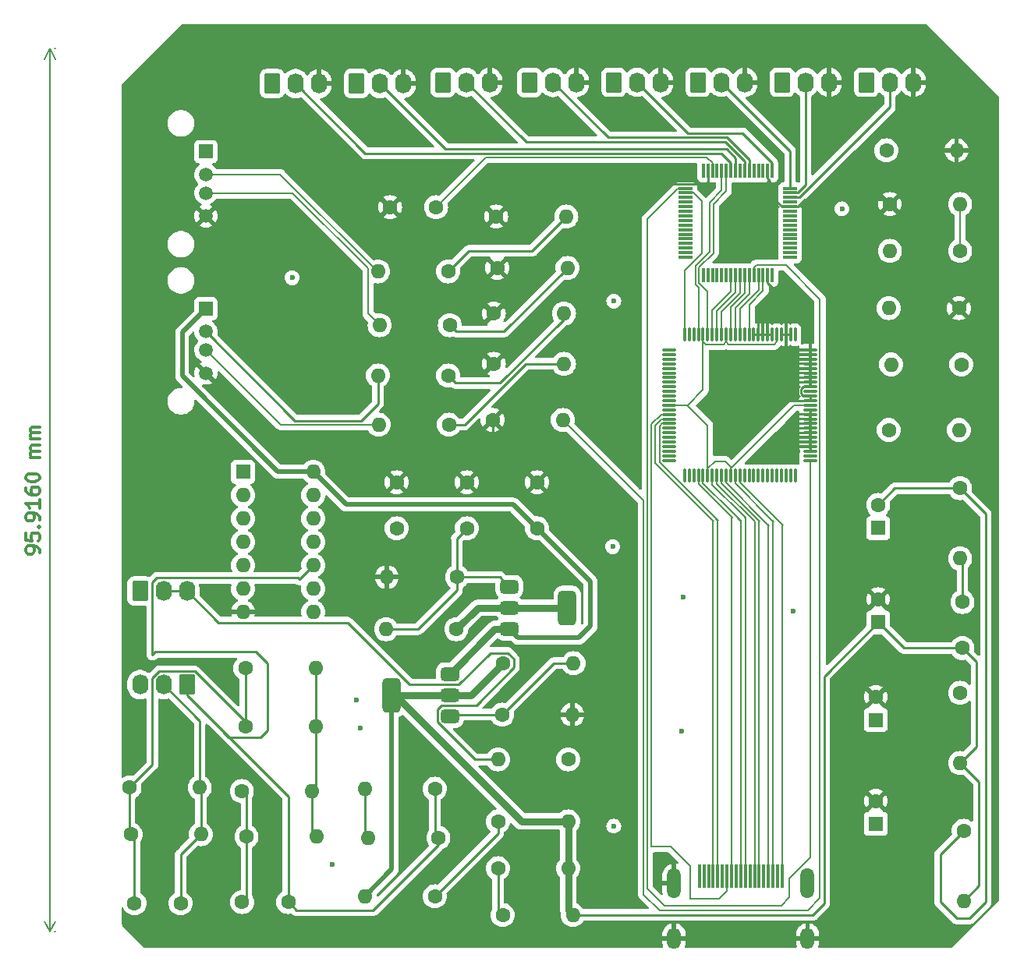
<source format=gbr>
%TF.GenerationSoftware,KiCad,Pcbnew,8.0.4*%
%TF.CreationDate,2024-10-29T15:25:17-05:00*%
%TF.ProjectId,String-Drum-Synthesizer,53747269-6e67-42d4-9472-756d2d53796e,rev?*%
%TF.SameCoordinates,Original*%
%TF.FileFunction,Copper,L1,Top*%
%TF.FilePolarity,Positive*%
%FSLAX46Y46*%
G04 Gerber Fmt 4.6, Leading zero omitted, Abs format (unit mm)*
G04 Created by KiCad (PCBNEW 8.0.4) date 2024-10-29 15:25:17*
%MOMM*%
%LPD*%
G01*
G04 APERTURE LIST*
G04 Aperture macros list*
%AMRoundRect*
0 Rectangle with rounded corners*
0 $1 Rounding radius*
0 $2 $3 $4 $5 $6 $7 $8 $9 X,Y pos of 4 corners*
0 Add a 4 corners polygon primitive as box body*
4,1,4,$2,$3,$4,$5,$6,$7,$8,$9,$2,$3,0*
0 Add four circle primitives for the rounded corners*
1,1,$1+$1,$2,$3*
1,1,$1+$1,$4,$5*
1,1,$1+$1,$6,$7*
1,1,$1+$1,$8,$9*
0 Add four rect primitives between the rounded corners*
20,1,$1+$1,$2,$3,$4,$5,0*
20,1,$1+$1,$4,$5,$6,$7,0*
20,1,$1+$1,$6,$7,$8,$9,0*
20,1,$1+$1,$8,$9,$2,$3,0*%
G04 Aperture macros list end*
%ADD10C,0.300000*%
%TA.AperFunction,NonConductor*%
%ADD11C,0.300000*%
%TD*%
%TA.AperFunction,NonConductor*%
%ADD12C,0.200000*%
%TD*%
%TA.AperFunction,ComponentPad*%
%ADD13RoundRect,0.250000X-0.620000X-0.845000X0.620000X-0.845000X0.620000X0.845000X-0.620000X0.845000X0*%
%TD*%
%TA.AperFunction,ComponentPad*%
%ADD14O,1.740000X2.190000*%
%TD*%
%TA.AperFunction,ComponentPad*%
%ADD15C,1.600000*%
%TD*%
%TA.AperFunction,ComponentPad*%
%ADD16O,1.600000X1.600000*%
%TD*%
%TA.AperFunction,ComponentPad*%
%ADD17R,1.600000X1.600000*%
%TD*%
%TA.AperFunction,SMDPad,CuDef*%
%ADD18RoundRect,0.075000X0.700000X0.075000X-0.700000X0.075000X-0.700000X-0.075000X0.700000X-0.075000X0*%
%TD*%
%TA.AperFunction,SMDPad,CuDef*%
%ADD19RoundRect,0.075000X0.075000X0.700000X-0.075000X0.700000X-0.075000X-0.700000X0.075000X-0.700000X0*%
%TD*%
%TA.AperFunction,SMDPad,CuDef*%
%ADD20RoundRect,0.075000X-0.075000X0.662500X-0.075000X-0.662500X0.075000X-0.662500X0.075000X0.662500X0*%
%TD*%
%TA.AperFunction,SMDPad,CuDef*%
%ADD21RoundRect,0.075000X-0.662500X0.075000X-0.662500X-0.075000X0.662500X-0.075000X0.662500X0.075000X0*%
%TD*%
%TA.AperFunction,HeatsinkPad*%
%ADD22R,5.000000X5.000000*%
%TD*%
%TA.AperFunction,SMDPad,CuDef*%
%ADD23R,0.300000X2.600000*%
%TD*%
%TA.AperFunction,ComponentPad*%
%ADD24O,1.500000X3.300000*%
%TD*%
%TA.AperFunction,ComponentPad*%
%ADD25O,1.500000X2.300000*%
%TD*%
%TA.AperFunction,ComponentPad*%
%ADD26RoundRect,0.250000X0.620000X0.845000X-0.620000X0.845000X-0.620000X-0.845000X0.620000X-0.845000X0*%
%TD*%
%TA.AperFunction,ComponentPad*%
%ADD27R,1.508000X1.508000*%
%TD*%
%TA.AperFunction,ComponentPad*%
%ADD28C,1.508000*%
%TD*%
%TA.AperFunction,SMDPad,CuDef*%
%ADD29RoundRect,0.375000X-0.625000X-0.375000X0.625000X-0.375000X0.625000X0.375000X-0.625000X0.375000X0*%
%TD*%
%TA.AperFunction,SMDPad,CuDef*%
%ADD30RoundRect,0.500000X-0.500000X-1.400000X0.500000X-1.400000X0.500000X1.400000X-0.500000X1.400000X0*%
%TD*%
%TA.AperFunction,SMDPad,CuDef*%
%ADD31RoundRect,0.375000X0.625000X0.375000X-0.625000X0.375000X-0.625000X-0.375000X0.625000X-0.375000X0*%
%TD*%
%TA.AperFunction,SMDPad,CuDef*%
%ADD32RoundRect,0.500000X0.500000X1.400000X-0.500000X1.400000X-0.500000X-1.400000X0.500000X-1.400000X0*%
%TD*%
%TA.AperFunction,ViaPad*%
%ADD33C,0.600000*%
%TD*%
%TA.AperFunction,Conductor*%
%ADD34C,0.254000*%
%TD*%
%TA.AperFunction,Conductor*%
%ADD35C,0.762000*%
%TD*%
%TA.AperFunction,Conductor*%
%ADD36C,0.508000*%
%TD*%
%TA.AperFunction,Conductor*%
%ADD37C,0.200000*%
%TD*%
G04 APERTURE END LIST*
D10*
D11*
X107209328Y-87382712D02*
X107209328Y-87096998D01*
X107209328Y-87096998D02*
X107137900Y-86954141D01*
X107137900Y-86954141D02*
X107066471Y-86882712D01*
X107066471Y-86882712D02*
X106852185Y-86739855D01*
X106852185Y-86739855D02*
X106566471Y-86668426D01*
X106566471Y-86668426D02*
X105995042Y-86668426D01*
X105995042Y-86668426D02*
X105852185Y-86739855D01*
X105852185Y-86739855D02*
X105780757Y-86811284D01*
X105780757Y-86811284D02*
X105709328Y-86954141D01*
X105709328Y-86954141D02*
X105709328Y-87239855D01*
X105709328Y-87239855D02*
X105780757Y-87382712D01*
X105780757Y-87382712D02*
X105852185Y-87454141D01*
X105852185Y-87454141D02*
X105995042Y-87525569D01*
X105995042Y-87525569D02*
X106352185Y-87525569D01*
X106352185Y-87525569D02*
X106495042Y-87454141D01*
X106495042Y-87454141D02*
X106566471Y-87382712D01*
X106566471Y-87382712D02*
X106637900Y-87239855D01*
X106637900Y-87239855D02*
X106637900Y-86954141D01*
X106637900Y-86954141D02*
X106566471Y-86811284D01*
X106566471Y-86811284D02*
X106495042Y-86739855D01*
X106495042Y-86739855D02*
X106352185Y-86668426D01*
X105709328Y-85311284D02*
X105709328Y-86025570D01*
X105709328Y-86025570D02*
X106423614Y-86096998D01*
X106423614Y-86096998D02*
X106352185Y-86025570D01*
X106352185Y-86025570D02*
X106280757Y-85882713D01*
X106280757Y-85882713D02*
X106280757Y-85525570D01*
X106280757Y-85525570D02*
X106352185Y-85382713D01*
X106352185Y-85382713D02*
X106423614Y-85311284D01*
X106423614Y-85311284D02*
X106566471Y-85239855D01*
X106566471Y-85239855D02*
X106923614Y-85239855D01*
X106923614Y-85239855D02*
X107066471Y-85311284D01*
X107066471Y-85311284D02*
X107137900Y-85382713D01*
X107137900Y-85382713D02*
X107209328Y-85525570D01*
X107209328Y-85525570D02*
X107209328Y-85882713D01*
X107209328Y-85882713D02*
X107137900Y-86025570D01*
X107137900Y-86025570D02*
X107066471Y-86096998D01*
X107066471Y-84596999D02*
X107137900Y-84525570D01*
X107137900Y-84525570D02*
X107209328Y-84596999D01*
X107209328Y-84596999D02*
X107137900Y-84668427D01*
X107137900Y-84668427D02*
X107066471Y-84596999D01*
X107066471Y-84596999D02*
X107209328Y-84596999D01*
X107209328Y-83811284D02*
X107209328Y-83525570D01*
X107209328Y-83525570D02*
X107137900Y-83382713D01*
X107137900Y-83382713D02*
X107066471Y-83311284D01*
X107066471Y-83311284D02*
X106852185Y-83168427D01*
X106852185Y-83168427D02*
X106566471Y-83096998D01*
X106566471Y-83096998D02*
X105995042Y-83096998D01*
X105995042Y-83096998D02*
X105852185Y-83168427D01*
X105852185Y-83168427D02*
X105780757Y-83239856D01*
X105780757Y-83239856D02*
X105709328Y-83382713D01*
X105709328Y-83382713D02*
X105709328Y-83668427D01*
X105709328Y-83668427D02*
X105780757Y-83811284D01*
X105780757Y-83811284D02*
X105852185Y-83882713D01*
X105852185Y-83882713D02*
X105995042Y-83954141D01*
X105995042Y-83954141D02*
X106352185Y-83954141D01*
X106352185Y-83954141D02*
X106495042Y-83882713D01*
X106495042Y-83882713D02*
X106566471Y-83811284D01*
X106566471Y-83811284D02*
X106637900Y-83668427D01*
X106637900Y-83668427D02*
X106637900Y-83382713D01*
X106637900Y-83382713D02*
X106566471Y-83239856D01*
X106566471Y-83239856D02*
X106495042Y-83168427D01*
X106495042Y-83168427D02*
X106352185Y-83096998D01*
X107209328Y-81668427D02*
X107209328Y-82525570D01*
X107209328Y-82096999D02*
X105709328Y-82096999D01*
X105709328Y-82096999D02*
X105923614Y-82239856D01*
X105923614Y-82239856D02*
X106066471Y-82382713D01*
X106066471Y-82382713D02*
X106137900Y-82525570D01*
X105709328Y-80382714D02*
X105709328Y-80668428D01*
X105709328Y-80668428D02*
X105780757Y-80811285D01*
X105780757Y-80811285D02*
X105852185Y-80882714D01*
X105852185Y-80882714D02*
X106066471Y-81025571D01*
X106066471Y-81025571D02*
X106352185Y-81096999D01*
X106352185Y-81096999D02*
X106923614Y-81096999D01*
X106923614Y-81096999D02*
X107066471Y-81025571D01*
X107066471Y-81025571D02*
X107137900Y-80954142D01*
X107137900Y-80954142D02*
X107209328Y-80811285D01*
X107209328Y-80811285D02*
X107209328Y-80525571D01*
X107209328Y-80525571D02*
X107137900Y-80382714D01*
X107137900Y-80382714D02*
X107066471Y-80311285D01*
X107066471Y-80311285D02*
X106923614Y-80239856D01*
X106923614Y-80239856D02*
X106566471Y-80239856D01*
X106566471Y-80239856D02*
X106423614Y-80311285D01*
X106423614Y-80311285D02*
X106352185Y-80382714D01*
X106352185Y-80382714D02*
X106280757Y-80525571D01*
X106280757Y-80525571D02*
X106280757Y-80811285D01*
X106280757Y-80811285D02*
X106352185Y-80954142D01*
X106352185Y-80954142D02*
X106423614Y-81025571D01*
X106423614Y-81025571D02*
X106566471Y-81096999D01*
X105709328Y-79311285D02*
X105709328Y-79168428D01*
X105709328Y-79168428D02*
X105780757Y-79025571D01*
X105780757Y-79025571D02*
X105852185Y-78954143D01*
X105852185Y-78954143D02*
X105995042Y-78882714D01*
X105995042Y-78882714D02*
X106280757Y-78811285D01*
X106280757Y-78811285D02*
X106637900Y-78811285D01*
X106637900Y-78811285D02*
X106923614Y-78882714D01*
X106923614Y-78882714D02*
X107066471Y-78954143D01*
X107066471Y-78954143D02*
X107137900Y-79025571D01*
X107137900Y-79025571D02*
X107209328Y-79168428D01*
X107209328Y-79168428D02*
X107209328Y-79311285D01*
X107209328Y-79311285D02*
X107137900Y-79454143D01*
X107137900Y-79454143D02*
X107066471Y-79525571D01*
X107066471Y-79525571D02*
X106923614Y-79597000D01*
X106923614Y-79597000D02*
X106637900Y-79668428D01*
X106637900Y-79668428D02*
X106280757Y-79668428D01*
X106280757Y-79668428D02*
X105995042Y-79597000D01*
X105995042Y-79597000D02*
X105852185Y-79525571D01*
X105852185Y-79525571D02*
X105780757Y-79454143D01*
X105780757Y-79454143D02*
X105709328Y-79311285D01*
X107209328Y-77025572D02*
X106209328Y-77025572D01*
X106352185Y-77025572D02*
X106280757Y-76954143D01*
X106280757Y-76954143D02*
X106209328Y-76811286D01*
X106209328Y-76811286D02*
X106209328Y-76597000D01*
X106209328Y-76597000D02*
X106280757Y-76454143D01*
X106280757Y-76454143D02*
X106423614Y-76382715D01*
X106423614Y-76382715D02*
X107209328Y-76382715D01*
X106423614Y-76382715D02*
X106280757Y-76311286D01*
X106280757Y-76311286D02*
X106209328Y-76168429D01*
X106209328Y-76168429D02*
X106209328Y-75954143D01*
X106209328Y-75954143D02*
X106280757Y-75811286D01*
X106280757Y-75811286D02*
X106423614Y-75739857D01*
X106423614Y-75739857D02*
X107209328Y-75739857D01*
X107209328Y-75025572D02*
X106209328Y-75025572D01*
X106352185Y-75025572D02*
X106280757Y-74954143D01*
X106280757Y-74954143D02*
X106209328Y-74811286D01*
X106209328Y-74811286D02*
X106209328Y-74597000D01*
X106209328Y-74597000D02*
X106280757Y-74454143D01*
X106280757Y-74454143D02*
X106423614Y-74382715D01*
X106423614Y-74382715D02*
X107209328Y-74382715D01*
X106423614Y-74382715D02*
X106280757Y-74311286D01*
X106280757Y-74311286D02*
X106209328Y-74168429D01*
X106209328Y-74168429D02*
X106209328Y-73954143D01*
X106209328Y-73954143D02*
X106280757Y-73811286D01*
X106280757Y-73811286D02*
X106423614Y-73739857D01*
X106423614Y-73739857D02*
X107209328Y-73739857D01*
D12*
X108831000Y-32639000D02*
X108917420Y-32639000D01*
X108831000Y-128555000D02*
X108917420Y-128555000D01*
X108331000Y-32639000D02*
X108331000Y-128555000D01*
X108331000Y-32639000D02*
X108331000Y-128555000D01*
X108331000Y-32639000D02*
X108917421Y-33765504D01*
X108331000Y-32639000D02*
X107744579Y-33765504D01*
X108331000Y-128555000D02*
X107744579Y-127428496D01*
X108331000Y-128555000D02*
X108917421Y-127428496D01*
D13*
%TO.P,Pot7,1,Pin_1*%
%TO.N,+3V3*%
X132461000Y-36449000D03*
D14*
%TO.P,Pot7,2,Pin_2*%
%TO.N,/EmotiveKnobValue7*%
X135001000Y-36449000D03*
%TO.P,Pot7,3,Pin_3*%
%TO.N,GND*%
X137541000Y-36449000D03*
%TD*%
D15*
%TO.P,C9,1*%
%TO.N,Net-(U6-VCAP_1)*%
X150253000Y-49861500D03*
%TO.P,C9,2*%
%TO.N,GND*%
X145253000Y-49861500D03*
%TD*%
%TO.P,R18,1*%
%TO.N,/USB_OTG_HS_DP*%
X151563000Y-56846500D03*
D16*
%TO.P,R18,2*%
%TO.N,Net-(ProgrammableUSBPort1-D-)*%
X143943000Y-56846500D03*
%TD*%
D15*
%TO.P,R6,1*%
%TO.N,Net-(C7-Pad2)*%
X207518000Y-117602000D03*
D16*
%TO.P,R6,2*%
%TO.N,+2V5*%
X207518000Y-125222000D03*
%TD*%
D15*
%TO.P,R16,1*%
%TO.N,Net-(Op-Amp1-1IN+)*%
X207137000Y-102616000D03*
D16*
%TO.P,R16,2*%
%TO.N,+2V5*%
X207137000Y-110236000D03*
%TD*%
D17*
%TO.P,C7,1*%
%TO.N,/DAC Out*%
X198247000Y-84709000D03*
D15*
%TO.P,C7,2*%
%TO.N,Net-(C7-Pad2)*%
X198247000Y-82209000D03*
%TD*%
%TO.P,R32,1*%
%TO.N,Net-(Op-Amp1-4IN+)*%
X156972000Y-116586000D03*
D16*
%TO.P,R32,2*%
%TO.N,+2V5*%
X164592000Y-116586000D03*
%TD*%
D18*
%TO.P,U6,1,VBAT*%
%TO.N,+3V3*%
X188682000Y-55312000D03*
%TO.P,U6,2,PC13*%
%TO.N,unconnected-(U6-PC13-Pad2)*%
X188682000Y-54812000D03*
%TO.P,U6,3,PC14*%
%TO.N,unconnected-(U6-PC14-Pad3)*%
X188682000Y-54312000D03*
%TO.P,U6,4,PC15*%
%TO.N,unconnected-(U6-PC15-Pad4)*%
X188682000Y-53812000D03*
%TO.P,U6,5,PH0*%
%TO.N,Net-(U6-PH0)*%
X188682000Y-53312000D03*
%TO.P,U6,6,PH1*%
X188682000Y-52812000D03*
%TO.P,U6,7,NRST*%
%TO.N,unconnected-(U6-NRST-Pad7)*%
X188682000Y-52312000D03*
%TO.P,U6,8,PC0*%
%TO.N,unconnected-(U6-PC0-Pad8)*%
X188682000Y-51812000D03*
%TO.P,U6,9,PC1*%
%TO.N,unconnected-(U6-PC1-Pad9)*%
X188682000Y-51312000D03*
%TO.P,U6,10,PC2*%
%TO.N,unconnected-(U6-PC2-Pad10)*%
X188682000Y-50812000D03*
%TO.P,U6,11,PC3*%
%TO.N,unconnected-(U6-PC3-Pad11)*%
X188682000Y-50312000D03*
%TO.P,U6,12,VSSA*%
%TO.N,GND*%
X188682000Y-49812000D03*
%TO.P,U6,13,VDDA*%
%TO.N,+3V3*%
X188682000Y-49312000D03*
%TO.P,U6,14,PA0*%
%TO.N,/EmotiveKnobValue0*%
X188682000Y-48812000D03*
%TO.P,U6,15,PA1*%
%TO.N,/EmotiveKnobValue1*%
X188682000Y-48312000D03*
%TO.P,U6,16,PA2*%
%TO.N,/EmotiveKnobValue2*%
X188682000Y-47812000D03*
D19*
%TO.P,U6,17,PA3*%
%TO.N,/EmotiveKnobValue3*%
X186757000Y-45887000D03*
%TO.P,U6,18,VSS*%
%TO.N,GND*%
X186257000Y-45887000D03*
%TO.P,U6,19,VDD*%
%TO.N,+3V3*%
X185757000Y-45887000D03*
%TO.P,U6,20,PA4*%
%TO.N,/DAC Out*%
X185257000Y-45887000D03*
%TO.P,U6,21,PA5*%
%TO.N,unconnected-(U6-PA5-Pad21)*%
X184757000Y-45887000D03*
%TO.P,U6,22,PA6*%
%TO.N,/EmotiveKnobValue4*%
X184257000Y-45887000D03*
%TO.P,U6,23,PA7*%
%TO.N,/EmotiveKnobValue5*%
X183757000Y-45887000D03*
%TO.P,U6,24,PC4*%
%TO.N,unconnected-(U6-PC4-Pad24)*%
X183257000Y-45887000D03*
%TO.P,U6,25,PB0*%
%TO.N,/EmotiveKnobValue6*%
X182757000Y-45887000D03*
%TO.P,U6,26,PB1*%
%TO.N,/EmotiveKnobValue7*%
X182257000Y-45887000D03*
%TO.P,U6,27,PB2*%
%TO.N,/PB2*%
X181757000Y-45887000D03*
%TO.P,U6,28,PB10*%
%TO.N,/IDCK*%
X181257000Y-45887000D03*
%TO.P,U6,29,PB11*%
%TO.N,/HPD_IN*%
X180757000Y-45887000D03*
%TO.P,U6,30,VCAP_1*%
%TO.N,Net-(U6-VCAP_1)*%
X180257000Y-45887000D03*
%TO.P,U6,31,VSS*%
%TO.N,GND*%
X179757000Y-45887000D03*
%TO.P,U6,32,VDD*%
%TO.N,+3V3*%
X179257000Y-45887000D03*
D18*
%TO.P,U6,33,PB12*%
%TO.N,/HPD_OUT*%
X177332000Y-47812000D03*
%TO.P,U6,34,PB13*%
%TO.N,/DE*%
X177332000Y-48312000D03*
%TO.P,U6,35,PB14*%
%TO.N,/USB_OTG_HS_DP*%
X177332000Y-48812000D03*
%TO.P,U6,36,PB15*%
%TO.N,/USB_OTG_HS_DM*%
X177332000Y-49312000D03*
%TO.P,U6,37,PC6*%
%TO.N,unconnected-(U6-PC6-Pad37)*%
X177332000Y-49812000D03*
%TO.P,U6,38,PC7*%
%TO.N,unconnected-(U6-PC7-Pad38)*%
X177332000Y-50312000D03*
%TO.P,U6,39,PC8*%
%TO.N,unconnected-(U6-PC8-Pad39)*%
X177332000Y-50812000D03*
%TO.P,U6,40,PC9*%
%TO.N,unconnected-(U6-PC9-Pad40)*%
X177332000Y-51312000D03*
%TO.P,U6,41,PA8*%
%TO.N,unconnected-(U6-PA8-Pad41)*%
X177332000Y-51812000D03*
%TO.P,U6,42,PA9*%
%TO.N,unconnected-(U6-PA9-Pad42)*%
X177332000Y-52312000D03*
%TO.P,U6,43,PA10*%
%TO.N,unconnected-(U6-PA10-Pad43)*%
X177332000Y-52812000D03*
%TO.P,U6,44,PA11*%
%TO.N,/USB_OTG_FS_DP*%
X177332000Y-53312000D03*
%TO.P,U6,45,PA12*%
%TO.N,/USB_OTG_FS_DM*%
X177332000Y-53812000D03*
%TO.P,U6,46,PA13*%
%TO.N,unconnected-(U6-PA13-Pad46)*%
X177332000Y-54312000D03*
%TO.P,U6,47,VSS*%
%TO.N,GND*%
X177332000Y-54812000D03*
%TO.P,U6,48,VDD*%
%TO.N,+3V3*%
X177332000Y-55312000D03*
D19*
%TO.P,U6,49,PA14*%
%TO.N,unconnected-(U6-PA14-Pad49)*%
X179257000Y-57237000D03*
%TO.P,U6,50,PA15*%
%TO.N,unconnected-(U6-PA15-Pad50)*%
X179757000Y-57237000D03*
%TO.P,U6,51,PC10*%
%TO.N,unconnected-(U6-PC10-Pad51)*%
X180257000Y-57237000D03*
%TO.P,U6,52,PC11*%
%TO.N,unconnected-(U6-PC11-Pad52)*%
X180757000Y-57237000D03*
%TO.P,U6,53,PC12*%
%TO.N,unconnected-(U6-PC12-Pad53)*%
X181257000Y-57237000D03*
%TO.P,U6,54,PD2*%
%TO.N,unconnected-(U6-PD2-Pad54)*%
X181757000Y-57237000D03*
%TO.P,U6,55,PB3*%
%TO.N,/PB3*%
X182257000Y-57237000D03*
%TO.P,U6,56,PB4*%
%TO.N,/PB4*%
X182757000Y-57237000D03*
%TO.P,U6,57,PB5*%
%TO.N,/PB5*%
X183257000Y-57237000D03*
%TO.P,U6,58,PB6*%
%TO.N,/PB6*%
X183757000Y-57237000D03*
%TO.P,U6,59,PB7*%
%TO.N,/PB7*%
X184257000Y-57237000D03*
%TO.P,U6,60,BOOT0*%
%TO.N,Net-(U6-BOOT0)*%
X184757000Y-57237000D03*
%TO.P,U6,61,PB8*%
%TO.N,/PB8*%
X185257000Y-57237000D03*
%TO.P,U6,62,PB9*%
%TO.N,/PB9*%
X185757000Y-57237000D03*
%TO.P,U6,63,VSS*%
%TO.N,GND*%
X186257000Y-57237000D03*
%TO.P,U6,64,VDD*%
%TO.N,+3V3*%
X186757000Y-57237000D03*
%TD*%
D20*
%TO.P,U2,1,IOVCC33*%
%TO.N,+3V3*%
X189236500Y-63715500D03*
%TO.P,U2,2,D15*%
%TO.N,GND*%
X188736500Y-63715500D03*
%TO.P,U2,3,D14*%
X188236500Y-63715500D03*
%TO.P,U2,4,D13*%
X187736500Y-63715500D03*
%TO.P,U2,5,CVCC12*%
%TO.N,Net-(U2-AVCC)*%
X187236500Y-63715500D03*
%TO.P,U2,6,D12*%
%TO.N,GND*%
X186736500Y-63715500D03*
%TO.P,U2,7,D11*%
X186236500Y-63715500D03*
%TO.P,U2,8,D10*%
X185736500Y-63715500D03*
%TO.P,U2,9,D9*%
X185236500Y-63715500D03*
%TO.P,U2,10,D8*%
X184736500Y-63715500D03*
%TO.P,U2,11,D7*%
%TO.N,/PB9*%
X184236500Y-63715500D03*
%TO.P,U2,12,IOVCC33__1*%
%TO.N,+3V3*%
X183736500Y-63715500D03*
%TO.P,U2,13,D6*%
%TO.N,/PB8*%
X183236500Y-63715500D03*
%TO.P,U2,14,D5*%
%TO.N,/PB7*%
X182736500Y-63715500D03*
%TO.P,U2,15,D4*%
%TO.N,/PB6*%
X182236500Y-63715500D03*
%TO.P,U2,16,CVCC12__1*%
%TO.N,Net-(U2-AVCC)*%
X181736500Y-63715500D03*
%TO.P,U2,17,D3*%
%TO.N,/PB5*%
X181236500Y-63715500D03*
%TO.P,U2,18,D2*%
%TO.N,/PB4*%
X180736500Y-63715500D03*
%TO.P,U2,19,D1*%
%TO.N,/PB3*%
X180236500Y-63715500D03*
%TO.P,U2,20,D0*%
%TO.N,/PB2*%
X179736500Y-63715500D03*
%TO.P,U2,21,CVCC12__2*%
%TO.N,Net-(U2-AVCC)*%
X179236500Y-63715500D03*
%TO.P,U2,22,IDCK*%
%TO.N,/IDCK*%
X178736500Y-63715500D03*
%TO.P,U2,23,VSYNC*%
%TO.N,unconnected-(U2-VSYNC-Pad23)*%
X178236500Y-63715500D03*
%TO.P,U2,24,HSYNC*%
%TO.N,unconnected-(U2-HSYNC-Pad24)*%
X177736500Y-63715500D03*
%TO.P,U2,25,DE*%
%TO.N,/DE*%
X177236500Y-63715500D03*
D21*
%TO.P,U2,26,GPIO0*%
%TO.N,unconnected-(U2-GPIO0-Pad26)*%
X175574000Y-65378000D03*
%TO.P,U2,27,DL3*%
%TO.N,unconnected-(U2-DL3-Pad27)*%
X175574000Y-65878000D03*
%TO.P,U2,28,DR3*%
%TO.N,unconnected-(U2-DR3-Pad28)*%
X175574000Y-66378000D03*
%TO.P,U2,29,SPDIF_IN_DL2*%
%TO.N,unconnected-(U2-SPDIF_IN_DL2-Pad29)*%
X175574000Y-66878000D03*
%TO.P,U2,30,SD3_DR2*%
%TO.N,unconnected-(U2-SD3_DR2-Pad30)*%
X175574000Y-67378000D03*
%TO.P,U2,31,SD2_DL1*%
%TO.N,unconnected-(U2-SD2_DL1-Pad31)*%
X175574000Y-67878000D03*
%TO.P,U2,32,SD1_DR1*%
%TO.N,unconnected-(U2-SD1_DR1-Pad32)*%
X175574000Y-68378000D03*
%TO.P,U2,33,SD0_DL0*%
%TO.N,unconnected-(U2-SD0_DL0-Pad33)*%
X175574000Y-68878000D03*
%TO.P,U2,34,WS_DR0*%
%TO.N,unconnected-(U2-WS_DR0-Pad34)*%
X175574000Y-69378000D03*
%TO.P,U2,35,SCK*%
%TO.N,unconnected-(U2-SCK-Pad35)*%
X175574000Y-69878000D03*
%TO.P,U2,36,MCLK*%
%TO.N,unconnected-(U2-MCLK-Pad36)*%
X175574000Y-70378000D03*
%TO.P,U2,37,IOVCC33__2*%
%TO.N,+3V3*%
X175574000Y-70878000D03*
%TO.P,U2,38,CVCC12__3*%
%TO.N,Net-(U2-AVCC)*%
X175574000Y-71378000D03*
%TO.P,U2,39,GPIO2*%
%TO.N,unconnected-(U2-GPIO2-Pad39)*%
X175574000Y-71878000D03*
%TO.P,U2,40,CEC_A*%
%TO.N,/CEC_A*%
X175574000Y-72378000D03*
%TO.P,U2,41,DSDA*%
%TO.N,/DSDA*%
X175574000Y-72878000D03*
%TO.P,U2,42,DSCL*%
%TO.N,/DSCL*%
X175574000Y-73378000D03*
%TO.P,U2,43,CI2CA*%
%TO.N,unconnected-(U2-CI2CA-Pad43)*%
X175574000Y-73878000D03*
%TO.P,U2,44,CSDA*%
%TO.N,unconnected-(U2-CSDA-Pad44)*%
X175574000Y-74378000D03*
%TO.P,U2,45,CSCL*%
%TO.N,unconnected-(U2-CSCL-Pad45)*%
X175574000Y-74878000D03*
%TO.P,U2,46,INT*%
%TO.N,unconnected-(U2-INT-Pad46)*%
X175574000Y-75378000D03*
%TO.P,U2,47,~{RESET}*%
%TO.N,Net-(U2-~{RESET})*%
X175574000Y-75878000D03*
%TO.P,U2,48,GND*%
%TO.N,GND*%
X175574000Y-76378000D03*
%TO.P,U2,49,GPIO3*%
%TO.N,unconnected-(U2-GPIO3-Pad49)*%
X175574000Y-76878000D03*
%TO.P,U2,50,NC*%
%TO.N,unconnected-(U2-NC-Pad50)*%
X175574000Y-77378000D03*
D20*
%TO.P,U2,51,NC__1*%
%TO.N,unconnected-(U2-NC__1-Pad51)*%
X177236500Y-79040500D03*
%TO.P,U2,52,EXT_SWING*%
%TO.N,Net-(U2-EXT_SWING)*%
X177736500Y-79040500D03*
%TO.P,U2,53,GND__1*%
%TO.N,GND*%
X178236500Y-79040500D03*
%TO.P,U2,54,TXC-*%
%TO.N,/TXC-*%
X178736500Y-79040500D03*
%TO.P,U2,55,TXC+*%
%TO.N,/TXC+*%
X179236500Y-79040500D03*
%TO.P,U2,56,AVCC*%
%TO.N,Net-(U2-AVCC)*%
X179736500Y-79040500D03*
%TO.P,U2,57,TX0-*%
%TO.N,/TX0-*%
X180236500Y-79040500D03*
%TO.P,U2,58,TX0+*%
%TO.N,/TX0+*%
X180736500Y-79040500D03*
%TO.P,U2,59,TX1-*%
%TO.N,/TX1-*%
X181236500Y-79040500D03*
%TO.P,U2,60,TX1+*%
%TO.N,/TX1+*%
X181736500Y-79040500D03*
%TO.P,U2,61,AVCC__1*%
%TO.N,Net-(U2-AVCC)*%
X182236500Y-79040500D03*
%TO.P,U2,62,TX2-*%
%TO.N,/TX2-*%
X182736500Y-79040500D03*
%TO.P,U2,63,TX2+*%
%TO.N,/TX2+*%
X183236500Y-79040500D03*
%TO.P,U2,64,NC__2*%
%TO.N,unconnected-(U2-NC__2-Pad64)*%
X183736500Y-79040500D03*
%TO.P,U2,65,NC__3*%
%TO.N,unconnected-(U2-NC__3-Pad65)*%
X184236500Y-79040500D03*
%TO.P,U2,66,NC__4*%
%TO.N,unconnected-(U2-NC__4-Pad66)*%
X184736500Y-79040500D03*
%TO.P,U2,67,NC__5*%
%TO.N,unconnected-(U2-NC__5-Pad67)*%
X185236500Y-79040500D03*
%TO.P,U2,68,NC__6*%
%TO.N,unconnected-(U2-NC__6-Pad68)*%
X185736500Y-79040500D03*
%TO.P,U2,69,NC__7*%
%TO.N,unconnected-(U2-NC__7-Pad69)*%
X186236500Y-79040500D03*
%TO.P,U2,70,NC__8*%
%TO.N,unconnected-(U2-NC__8-Pad70)*%
X186736500Y-79040500D03*
%TO.P,U2,71,NC__9*%
%TO.N,unconnected-(U2-NC__9-Pad71)*%
X187236500Y-79040500D03*
%TO.P,U2,72,NC__10*%
%TO.N,unconnected-(U2-NC__10-Pad72)*%
X187736500Y-79040500D03*
%TO.P,U2,73,NC__11*%
%TO.N,unconnected-(U2-NC__11-Pad73)*%
X188236500Y-79040500D03*
%TO.P,U2,74,NC__12*%
%TO.N,unconnected-(U2-NC__12-Pad74)*%
X188736500Y-79040500D03*
%TO.P,U2,75,NC__13*%
%TO.N,unconnected-(U2-NC__13-Pad75)*%
X189236500Y-79040500D03*
D21*
%TO.P,U2,76,HPD*%
%TO.N,/HPD_OUT*%
X190899000Y-77378000D03*
%TO.P,U2,77,GPIO1*%
%TO.N,unconnected-(U2-GPIO1-Pad77)*%
X190899000Y-76878000D03*
%TO.P,U2,78,D35*%
%TO.N,GND*%
X190899000Y-76378000D03*
%TO.P,U2,79,D34*%
X190899000Y-75878000D03*
%TO.P,U2,80,D33*%
X190899000Y-75378000D03*
%TO.P,U2,81,D32*%
X190899000Y-74878000D03*
%TO.P,U2,82,D31*%
X190899000Y-74378000D03*
%TO.P,U2,83,D30*%
X190899000Y-73878000D03*
%TO.P,U2,84,D29*%
X190899000Y-73378000D03*
%TO.P,U2,85,D28*%
X190899000Y-72878000D03*
%TO.P,U2,86,D27*%
X190899000Y-72378000D03*
%TO.P,U2,87,D26*%
X190899000Y-71878000D03*
%TO.P,U2,88,CVCC12__4*%
%TO.N,Net-(U2-AVCC)*%
X190899000Y-71378000D03*
%TO.P,U2,89,D25*%
%TO.N,GND*%
X190899000Y-70878000D03*
%TO.P,U2,90,D24*%
X190899000Y-70378000D03*
%TO.P,U2,91,IOVCC33__3*%
%TO.N,+3V3*%
X190899000Y-69878000D03*
%TO.P,U2,92,D23*%
%TO.N,GND*%
X190899000Y-69378000D03*
%TO.P,U2,93,D22*%
X190899000Y-68878000D03*
%TO.P,U2,94,D21*%
X190899000Y-68378000D03*
%TO.P,U2,95,D20*%
X190899000Y-67878000D03*
%TO.P,U2,96,D19*%
X190899000Y-67378000D03*
%TO.P,U2,97,D18*%
X190899000Y-66878000D03*
%TO.P,U2,98,D17*%
X190899000Y-66378000D03*
%TO.P,U2,99,D16*%
X190899000Y-65878000D03*
%TO.P,U2,100,GND__2*%
X190899000Y-65378000D03*
D22*
%TO.P,U2,101,GND__3*%
X183236500Y-71378000D03*
%TD*%
D15*
%TO.P,R35,1*%
%TO.N,Net-(U2-AVCC)*%
X199390000Y-74069000D03*
D16*
%TO.P,R35,2*%
%TO.N,+3V3*%
X207010000Y-74069000D03*
%TD*%
D15*
%TO.P,R15,1*%
%TO.N,GND*%
X156389000Y-72975500D03*
D16*
%TO.P,R15,2*%
%TO.N,Net-(U6-BOOT0)*%
X164009000Y-72975500D03*
%TD*%
D17*
%TO.P,C6,1*%
%TO.N,+2V5*%
X198247000Y-94956000D03*
D15*
%TO.P,C6,2*%
%TO.N,GND*%
X198247000Y-92456000D03*
%TD*%
D13*
%TO.P,Pot5,1,Pin_1*%
%TO.N,+3V3*%
X151003000Y-36322000D03*
D14*
%TO.P,Pot5,2,Pin_2*%
%TO.N,/EmotiveKnobValue5*%
X153543000Y-36322000D03*
%TO.P,Pot5,3,Pin_3*%
%TO.N,GND*%
X156083000Y-36322000D03*
%TD*%
D17*
%TO.P,C4,1*%
%TO.N,+3V3*%
X197993000Y-105565606D03*
D15*
%TO.P,C4,2*%
%TO.N,GND*%
X197993000Y-103065606D03*
%TD*%
%TO.P,R21,1*%
%TO.N,GND*%
X156897000Y-56465500D03*
D16*
%TO.P,R21,2*%
%TO.N,/USB_OTG_HS_DM*%
X164517000Y-56465500D03*
%TD*%
D23*
%TO.P,J1,1,D2+*%
%TO.N,/TX2+*%
X187833000Y-122555000D03*
%TO.P,J1,2,D2S*%
%TO.N,GND*%
X187333000Y-122555000D03*
%TO.P,J1,3,D2-*%
%TO.N,/TX2-*%
X186833000Y-122555000D03*
%TO.P,J1,4,D1+*%
%TO.N,/TX1+*%
X186333000Y-122555000D03*
%TO.P,J1,5,D1S*%
%TO.N,GND*%
X185833000Y-122555000D03*
%TO.P,J1,6,D1-*%
%TO.N,/TX1-*%
X185333000Y-122555000D03*
%TO.P,J1,7,D0+*%
%TO.N,/TX0+*%
X184833000Y-122555000D03*
%TO.P,J1,8,D0S*%
%TO.N,GND*%
X184333000Y-122555000D03*
%TO.P,J1,9,D0-*%
%TO.N,/TX0-*%
X183833000Y-122555000D03*
%TO.P,J1,10,CK+*%
%TO.N,/TXC+*%
X183333000Y-122555000D03*
%TO.P,J1,11,CKS*%
%TO.N,GND*%
X182833000Y-122555000D03*
%TO.P,J1,12,CK-*%
%TO.N,/TXC-*%
X182333000Y-122555000D03*
%TO.P,J1,13,CEC*%
%TO.N,/CEC_A*%
X181833000Y-122555000D03*
%TO.P,J1,14,UTILITY/HEAC+*%
%TO.N,unconnected-(J1-UTILITY{slash}HEAC+-Pad14)*%
X181333000Y-122555000D03*
%TO.P,J1,15,SCL*%
%TO.N,/DSCL*%
X180833000Y-122555000D03*
%TO.P,J1,16,SDA*%
%TO.N,/DSDA*%
X180333000Y-122555000D03*
%TO.P,J1,17,GND*%
%TO.N,GND*%
X179833000Y-122555000D03*
%TO.P,J1,18,+5V*%
%TO.N,+5V*%
X179333000Y-122555000D03*
%TO.P,J1,19,HPD/HEAC-*%
%TO.N,Net-(J1-HPD{slash}HEAC-)*%
X178833000Y-122555000D03*
D24*
%TO.P,J1,SH,SH*%
%TO.N,GND*%
X190583000Y-123315000D03*
X176083000Y-123315000D03*
D25*
X190583000Y-129275000D03*
X176083000Y-129275000D03*
%TD*%
D26*
%TO.P,AudioJack1,1,Pin_1*%
%TO.N,/Audio Out L*%
X123190000Y-101727000D03*
D14*
%TO.P,AudioJack1,2,Pin_2*%
%TO.N,/Audio Out R*%
X120650000Y-101727000D03*
%TO.P,AudioJack1,3,Pin_3*%
%TO.N,+2V5*%
X118110000Y-101727000D03*
%TD*%
D15*
%TO.P,R19,1*%
%TO.N,GND*%
X156770000Y-50877500D03*
D16*
%TO.P,R19,2*%
%TO.N,/USB_OTG_HS_DP*%
X164390000Y-50877500D03*
%TD*%
D15*
%TO.P,R31,1*%
%TO.N,Net-(Op-Amp1-3IN+)*%
X156972000Y-121666000D03*
D16*
%TO.P,R31,2*%
%TO.N,+2V5*%
X164592000Y-121666000D03*
%TD*%
D13*
%TO.P,Pot4,1,Pin_1*%
%TO.N,+3V3*%
X160401000Y-36322000D03*
D14*
%TO.P,Pot4,2,Pin_2*%
%TO.N,/EmotiveKnobValue4*%
X162941000Y-36322000D03*
%TO.P,Pot4,3,Pin_3*%
%TO.N,GND*%
X165481000Y-36322000D03*
%TD*%
D15*
%TO.P,C8,1*%
%TO.N,+2V5*%
X207391000Y-97750000D03*
%TO.P,C8,2*%
%TO.N,Net-(C8-Pad2)*%
X207391000Y-92750000D03*
%TD*%
%TO.P,R3,1*%
%TO.N,Net-(Op-Amp1-3IN-)*%
X129540000Y-106299000D03*
D16*
%TO.P,R3,2*%
%TO.N,/AmplifiedSignal*%
X137160000Y-106299000D03*
%TD*%
D15*
%TO.P,R33,1*%
%TO.N,Net-(U2-EXT_SWING)*%
X199136000Y-43688000D03*
D16*
%TO.P,R33,2*%
%TO.N,GND*%
X206756000Y-43688000D03*
%TD*%
D17*
%TO.P,C2,1*%
%TO.N,+5V*%
X197993000Y-116868606D03*
D15*
%TO.P,C2,2*%
%TO.N,GND*%
X197993000Y-114368606D03*
%TD*%
%TO.P,R4,1*%
%TO.N,/Audio Out L*%
X150114000Y-113030000D03*
D16*
%TO.P,R4,2*%
%TO.N,Net-(Op-Amp1-IN4-)*%
X142494000Y-113030000D03*
%TD*%
D15*
%TO.P,C5,1*%
%TO.N,Net-(U5-GND)*%
X145975000Y-84746500D03*
%TO.P,C5,2*%
%TO.N,GND*%
X145975000Y-79746500D03*
%TD*%
D27*
%TO.P,KeyboardUSBPort1,1,VBUS*%
%TO.N,+5V*%
X125265000Y-60889000D03*
D28*
%TO.P,KeyboardUSBPort1,2,D-*%
%TO.N,Net-(KeyboardUSBPort1-D-)*%
X125265000Y-63389000D03*
%TO.P,KeyboardUSBPort1,3,D+*%
%TO.N,Net-(KeyboardUSBPort1-D+)*%
X125265000Y-65389000D03*
%TO.P,KeyboardUSBPort1,4,GND*%
%TO.N,GND*%
X125265000Y-67889000D03*
%TD*%
D15*
%TO.P,R1,1*%
%TO.N,+3V3*%
X152452000Y-95708500D03*
D16*
%TO.P,R1,2*%
%TO.N,Net-(U1-GND)*%
X144832000Y-95708500D03*
%TD*%
D15*
%TO.P,R10,1*%
%TO.N,GND*%
X156516000Y-66879500D03*
D16*
%TO.P,R10,2*%
%TO.N,/USB_OTG_FS_DM*%
X164136000Y-66879500D03*
%TD*%
D15*
%TO.P,R25,1*%
%TO.N,GND*%
X199517000Y-49530000D03*
D16*
%TO.P,R25,2*%
%TO.N,/HPD_IN*%
X207137000Y-49530000D03*
%TD*%
D15*
%TO.P,C3,1*%
%TO.N,Net-(U1-GND)*%
X153595000Y-84746500D03*
%TO.P,C3,2*%
%TO.N,GND*%
X153595000Y-79746500D03*
%TD*%
%TO.P,R30,1*%
%TO.N,Net-(Op-Amp1-3IN-)*%
X129540000Y-99949000D03*
D16*
%TO.P,R30,2*%
%TO.N,/AmplifiedSignal*%
X137160000Y-99949000D03*
%TD*%
D15*
%TO.P,C1,1*%
%TO.N,+5V*%
X161215000Y-84746500D03*
%TO.P,C1,2*%
%TO.N,GND*%
X161215000Y-79746500D03*
%TD*%
%TO.P,R14,1*%
%TO.N,Net-(C8-Pad2)*%
X164592000Y-109855000D03*
D16*
%TO.P,R14,2*%
%TO.N,Net-(Op-Amp1-1IN-)*%
X156972000Y-109855000D03*
%TD*%
D13*
%TO.P,Pot8,1,Pin_1*%
%TO.N,/AmplifiedSignal*%
X118110000Y-91567000D03*
D14*
%TO.P,Pot8,2,Pin_2*%
%TO.N,Net-(Op-Amp1-1IN-)*%
X120650000Y-91567000D03*
%TO.P,Pot8,3,Pin_3*%
X123190000Y-91567000D03*
%TD*%
D13*
%TO.P,Pot2,1,Pin_1*%
%TO.N,+3V3*%
X178689000Y-36302000D03*
D14*
%TO.P,Pot2,2,Pin_2*%
%TO.N,/EmotiveKnobValue2*%
X181229000Y-36302000D03*
%TO.P,Pot2,3,Pin_3*%
%TO.N,GND*%
X183769000Y-36302000D03*
%TD*%
D13*
%TO.P,Pot3,1,Pin_1*%
%TO.N,+3V3*%
X169545000Y-36302000D03*
D14*
%TO.P,Pot3,2,Pin_2*%
%TO.N,/EmotiveKnobValue3*%
X172085000Y-36302000D03*
%TO.P,Pot3,3,Pin_3*%
%TO.N,GND*%
X174625000Y-36302000D03*
%TD*%
D15*
%TO.P,R13,1*%
%TO.N,Net-(C7-Pad2)*%
X207137000Y-80391000D03*
D16*
%TO.P,R13,2*%
%TO.N,Net-(C8-Pad2)*%
X207137000Y-88011000D03*
%TD*%
D27*
%TO.P,ProgrammableUSBPort1,1,VBUS*%
%TO.N,unconnected-(ProgrammableUSBPort1-VBUS-Pad1)*%
X125265000Y-43827500D03*
D28*
%TO.P,ProgrammableUSBPort1,2,D-*%
%TO.N,Net-(ProgrammableUSBPort1-D-)*%
X125265000Y-46327500D03*
%TO.P,ProgrammableUSBPort1,3,D+*%
%TO.N,Net-(ProgrammableUSBPort1-D+)*%
X125265000Y-48327500D03*
%TO.P,ProgrammableUSBPort1,4,GND*%
%TO.N,GND*%
X125265000Y-50827500D03*
%TD*%
D15*
%TO.P,R17,1*%
%TO.N,Net-(Op-Amp1-3IN-)*%
X116967000Y-112903000D03*
D16*
%TO.P,R17,2*%
%TO.N,/Audio Out R*%
X124587000Y-112903000D03*
%TD*%
D13*
%TO.P,Pot1,1,Pin_1*%
%TO.N,+3V3*%
X187833000Y-36302000D03*
D14*
%TO.P,Pot1,2,Pin_2*%
%TO.N,/EmotiveKnobValue1*%
X190373000Y-36302000D03*
%TO.P,Pot1,3,Pin_3*%
%TO.N,GND*%
X192913000Y-36302000D03*
%TD*%
D15*
%TO.P,R27,1*%
%TO.N,Net-(Op-Amp1-3IN-)*%
X117094000Y-117983000D03*
D16*
%TO.P,R27,2*%
%TO.N,/Audio Out R*%
X124714000Y-117983000D03*
%TD*%
D15*
%TO.P,C12,1*%
%TO.N,Net-(Op-Amp1-3IN-)*%
X117515000Y-125476000D03*
%TO.P,C12,2*%
%TO.N,/Audio Out R*%
X122515000Y-125476000D03*
%TD*%
D13*
%TO.P,Pot0,1,Pin_1*%
%TO.N,+3V3*%
X196977000Y-36302000D03*
D14*
%TO.P,Pot0,2,Pin_2*%
%TO.N,/EmotiveKnobValue0*%
X199517000Y-36302000D03*
%TO.P,Pot0,3,Pin_3*%
%TO.N,GND*%
X202057000Y-36302000D03*
%TD*%
D15*
%TO.P,R8,1*%
%TO.N,/USB_OTG_FS_DM*%
X151638000Y-73483500D03*
D16*
%TO.P,R8,2*%
%TO.N,Net-(KeyboardUSBPort1-D+)*%
X144018000Y-73483500D03*
%TD*%
D15*
%TO.P,R2,1*%
%TO.N,Net-(U1-GND)*%
X152527000Y-90043000D03*
D16*
%TO.P,R2,2*%
%TO.N,GND*%
X144907000Y-90043000D03*
%TD*%
D15*
%TO.P,R29,1*%
%TO.N,Net-(Op-Amp1-IN4-)*%
X129667000Y-118237000D03*
D16*
%TO.P,R29,2*%
%TO.N,/AmplifiedSignal*%
X137287000Y-118237000D03*
%TD*%
D17*
%TO.P,Op-Amp,1,1IN+*%
%TO.N,Net-(U4-1IN+)*%
X129296000Y-78608000D03*
D16*
%TO.P,Op-Amp,2,2IN+*%
%TO.N,unconnected-(U4-2IN+-Pad2)*%
X129296000Y-81148000D03*
%TO.P,Op-Amp,3,2IN-*%
%TO.N,unconnected-(U4-2IN--Pad3)*%
X129296000Y-83688000D03*
%TO.P,Op-Amp,4,2OUT*%
%TO.N,unconnected-(U4-2OUT-Pad4)*%
X129296000Y-86228000D03*
%TO.P,Op-Amp,5,1OUT*%
%TO.N,/AmplifiedSignal*%
X129296000Y-88768000D03*
%TO.P,Op-Amp,6,1IN-*%
%TO.N,Net-(Pot8-Pin_2)*%
X129296000Y-91308000D03*
%TO.P,Op-Amp,7,GND*%
%TO.N,GND*%
X129296000Y-93848000D03*
%TO.P,Op-Amp,8,3IN-*%
%TO.N,Net-(U4-3IN-)*%
X136916000Y-93848000D03*
%TO.P,Op-Amp,9,3OUT*%
%TO.N,/Audio Out R*%
X136916000Y-91308000D03*
%TO.P,Op-Amp,10,4OUT*%
%TO.N,/Audio Out L*%
X136916000Y-88768000D03*
%TO.P,Op-Amp,11,IN4-*%
%TO.N,Net-(U4-IN4-)*%
X136916000Y-86228000D03*
%TO.P,Op-Amp,12,4IN+*%
%TO.N,Net-(U4-4IN+)*%
X136916000Y-83688000D03*
%TO.P,Op-Amp,13,3IN+*%
%TO.N,Net-(U4-3IN+)*%
X136916000Y-81148000D03*
%TO.P,Op-Amp,14,VCC*%
%TO.N,+5V*%
X136916000Y-78608000D03*
%TD*%
D15*
%TO.P,R34,1*%
%TO.N,GND*%
X207010000Y-60833000D03*
D16*
%TO.P,R34,2*%
%TO.N,Net-(U2-AVCC)*%
X199390000Y-60833000D03*
%TD*%
D15*
%TO.P,R23,1*%
%TO.N,GND*%
X156516000Y-61418500D03*
D16*
%TO.P,R23,2*%
%TO.N,/USB_OTG_FS_DP*%
X164136000Y-61418500D03*
%TD*%
D15*
%TO.P,R7,1*%
%TO.N,Net-(Op-Amp1-4IN+)*%
X150114000Y-124714000D03*
D16*
%TO.P,R7,2*%
%TO.N,+2V5*%
X142494000Y-124714000D03*
%TD*%
D15*
%TO.P,R26,1*%
%TO.N,+3V3*%
X207264000Y-66957000D03*
D16*
%TO.P,R26,2*%
%TO.N,Net-(U2-~{RESET})*%
X199644000Y-66957000D03*
%TD*%
D15*
%TO.P,R22,1*%
%TO.N,/USB_OTG_FS_DP*%
X151563000Y-68149500D03*
D16*
%TO.P,R22,2*%
%TO.N,Net-(KeyboardUSBPort1-D-)*%
X143943000Y-68149500D03*
%TD*%
D13*
%TO.P,Pot6,1,Pin_1*%
%TO.N,+3V3*%
X141605000Y-36429000D03*
D14*
%TO.P,Pot6,2,Pin_2*%
%TO.N,/EmotiveKnobValue6*%
X144145000Y-36429000D03*
%TO.P,Pot6,3,Pin_3*%
%TO.N,GND*%
X146685000Y-36429000D03*
%TD*%
D15*
%TO.P,C11,1*%
%TO.N,/Audio Out L*%
X134199000Y-125349000D03*
%TO.P,C11,2*%
%TO.N,Net-(Op-Amp1-IN4-)*%
X129199000Y-125349000D03*
%TD*%
%TO.P,R12,1*%
%TO.N,Net-(U5-GND)*%
X157428000Y-104991500D03*
D16*
%TO.P,R12,2*%
%TO.N,GND*%
X165048000Y-104991500D03*
%TD*%
D29*
%TO.P,U1,1,GND*%
%TO.N,Net-(U1-GND)*%
X158192000Y-91082500D03*
%TO.P,U1,2,VO*%
%TO.N,+3V3*%
X158192000Y-93382500D03*
D30*
X164492000Y-93382500D03*
D29*
%TO.P,U1,3,VI*%
%TO.N,+5V*%
X158192000Y-95682500D03*
%TD*%
D15*
%TO.P,R20,1*%
%TO.N,/USB_OTG_HS_DM*%
X151742000Y-62688500D03*
D16*
%TO.P,R20,2*%
%TO.N,Net-(ProgrammableUSBPort1-D+)*%
X144122000Y-62688500D03*
%TD*%
D15*
%TO.P,R24,1*%
%TO.N,/HPD_IN*%
X207137000Y-54610000D03*
D16*
%TO.P,R24,2*%
%TO.N,Net-(J1-HPD{slash}HEAC-)*%
X199517000Y-54610000D03*
%TD*%
D15*
%TO.P,R28,1*%
%TO.N,/Audio Out L*%
X150495000Y-118364000D03*
D16*
%TO.P,R28,2*%
%TO.N,Net-(Op-Amp1-IN4-)*%
X142875000Y-118364000D03*
%TD*%
D15*
%TO.P,R9,1*%
%TO.N,Net-(Op-Amp1-3IN+)*%
X157480000Y-126746000D03*
D16*
%TO.P,R9,2*%
%TO.N,+2V5*%
X165100000Y-126746000D03*
%TD*%
D15*
%TO.P,R5,1*%
%TO.N,Net-(Op-Amp1-IN4-)*%
X129159000Y-113284000D03*
D16*
%TO.P,R5,2*%
%TO.N,/AmplifiedSignal*%
X136779000Y-113284000D03*
%TD*%
D31*
%TO.P,U5,1,GND*%
%TO.N,Net-(U5-GND)*%
X151740000Y-105170000D03*
%TO.P,U5,2,VO*%
%TO.N,+2V5*%
X151740000Y-102870000D03*
D32*
X145440000Y-102870000D03*
D31*
%TO.P,U5,3,VI*%
%TO.N,+5V*%
X151740000Y-100570000D03*
%TD*%
D15*
%TO.P,R11,1*%
%TO.N,+2V5*%
X157555000Y-99403500D03*
D16*
%TO.P,R11,2*%
%TO.N,Net-(U5-GND)*%
X165175000Y-99403500D03*
%TD*%
D33*
%TO.N,*%
X194310000Y-50038000D03*
X141605000Y-103378000D03*
X169545000Y-117094000D03*
X134620000Y-57531000D03*
X169545000Y-60071000D03*
X169418000Y-86741000D03*
X176911000Y-106807000D03*
%TO.N,+3V3*%
X141986000Y-106426000D03*
X138938000Y-121285000D03*
X188976000Y-93726000D03*
X177038000Y-92202000D03*
%TD*%
D34*
%TO.N,+2V5*%
X208915000Y-108458000D02*
X208915000Y-99274000D01*
X191135000Y-126746000D02*
X165100000Y-126746000D01*
X208915000Y-99274000D02*
X207391000Y-97750000D01*
X209169000Y-112268000D02*
X207137000Y-110236000D01*
X198247000Y-94956000D02*
X192363500Y-100839500D01*
X192363500Y-125517500D02*
X191135000Y-126746000D01*
X192363500Y-100839500D02*
X192363500Y-125517500D01*
D35*
X145796000Y-102870000D02*
X159512000Y-116586000D01*
X145440000Y-102870000D02*
X151740000Y-102870000D01*
D34*
X207137000Y-110236000D02*
X208915000Y-108458000D01*
D35*
X154088500Y-102870000D02*
X157555000Y-99403500D01*
D36*
X142494000Y-124714000D02*
X145440000Y-121768000D01*
D35*
X164592000Y-116586000D02*
X164592000Y-121666000D01*
D34*
X209169000Y-123571000D02*
X209169000Y-112268000D01*
X201041000Y-97750000D02*
X198247000Y-94956000D01*
D36*
X145440000Y-121768000D02*
X145440000Y-102870000D01*
D35*
X151740000Y-102870000D02*
X154088500Y-102870000D01*
X164592000Y-121666000D02*
X164592000Y-126238000D01*
X164592000Y-126238000D02*
X165100000Y-126746000D01*
D34*
X207391000Y-97750000D02*
X201041000Y-97750000D01*
D35*
X145440000Y-102870000D02*
X145796000Y-102870000D01*
D34*
X207518000Y-125222000D02*
X209169000Y-123571000D01*
D35*
X159512000Y-116586000D02*
X164592000Y-116586000D01*
D34*
%TO.N,/Audio Out R*%
X124714000Y-117983000D02*
X124714000Y-113030000D01*
X124714000Y-113030000D02*
X124587000Y-112903000D01*
X122515000Y-125476000D02*
X122515000Y-120182000D01*
X122515000Y-120182000D02*
X124714000Y-117983000D01*
X124587000Y-112903000D02*
X124587000Y-105664000D01*
X124587000Y-105664000D02*
X120650000Y-101727000D01*
%TO.N,/Audio Out L*%
X119748186Y-98171000D02*
X130683000Y-98171000D01*
X135088000Y-126238000D02*
X134199000Y-125349000D01*
X150114000Y-113030000D02*
X150114000Y-117983000D01*
X136916000Y-88768000D02*
X135387000Y-90297000D01*
X119453000Y-98466186D02*
X119748186Y-98171000D01*
X150495000Y-118364000D02*
X150495000Y-119126000D01*
X150495000Y-119126000D02*
X143383000Y-126238000D01*
X127746000Y-107426000D02*
X123190000Y-102870000D01*
X134199000Y-113879000D02*
X123190000Y-102870000D01*
X143383000Y-126238000D02*
X135088000Y-126238000D01*
X131953000Y-99441000D02*
X131953000Y-106680000D01*
X119453000Y-90605000D02*
X119453000Y-98466186D01*
X135235000Y-90145000D02*
X119913000Y-90145000D01*
X150114000Y-117983000D02*
X150495000Y-118364000D01*
X123190000Y-102870000D02*
X123190000Y-101727000D01*
X135387000Y-90297000D02*
X135235000Y-90145000D01*
X130683000Y-98171000D02*
X131953000Y-99441000D01*
X119913000Y-90145000D02*
X119453000Y-90605000D01*
X131207000Y-107426000D02*
X127746000Y-107426000D01*
X134199000Y-125349000D02*
X134199000Y-113879000D01*
X131953000Y-106680000D02*
X131207000Y-107426000D01*
%TO.N,GND*%
X186514408Y-46990000D02*
X186514408Y-48490000D01*
X188595000Y-63715500D02*
X188736500Y-63715500D01*
X179757000Y-47065000D02*
X179757000Y-45887000D01*
X190317592Y-49022000D02*
X199009000Y-49022000D01*
X189527592Y-49812000D02*
X190317592Y-49022000D01*
X189834500Y-69634408D02*
X190090908Y-69378000D01*
X188236500Y-63715500D02*
X187736500Y-63715500D01*
X187836408Y-49812000D02*
X188682000Y-49812000D01*
X186257000Y-58082592D02*
X188236500Y-60062092D01*
X190899000Y-70378000D02*
X190899000Y-70878000D01*
X179487000Y-47335000D02*
X179757000Y-47065000D01*
D36*
X142047500Y-75819000D02*
X145975000Y-79746500D01*
X125265000Y-67889000D02*
X133195000Y-75819000D01*
D34*
X160312500Y-47335000D02*
X179487000Y-47335000D01*
X188236500Y-66378000D02*
X185917750Y-68696750D01*
X156770000Y-50877500D02*
X160312500Y-47335000D01*
X190090908Y-70378000D02*
X189834500Y-70121592D01*
X156389000Y-72975500D02*
X156389000Y-76952500D01*
X184736500Y-63715500D02*
X185236500Y-63715500D01*
X190090908Y-69378000D02*
X190899000Y-69378000D01*
X190899000Y-67378000D02*
X187236500Y-67378000D01*
X188682000Y-49812000D02*
X189527592Y-49812000D01*
X186257000Y-45887000D02*
X186257000Y-46732592D01*
X190899000Y-76378000D02*
X190899000Y-75878000D01*
X199009000Y-49022000D02*
X199517000Y-49530000D01*
X185917750Y-68696750D02*
X183236500Y-71378000D01*
X186514408Y-48490000D02*
X187836408Y-49812000D01*
X189834500Y-70121592D02*
X189834500Y-69634408D01*
X188236500Y-63715500D02*
X188595000Y-63715500D01*
X188236500Y-60062092D02*
X188236500Y-63715500D01*
X190899000Y-71878000D02*
X190899000Y-72378000D01*
X186257000Y-57237000D02*
X186257000Y-58082592D01*
X186736500Y-63715500D02*
X186236500Y-63715500D01*
X156389000Y-76952500D02*
X153595000Y-79746500D01*
X190899000Y-70378000D02*
X190090908Y-70378000D01*
X190899000Y-70878000D02*
X190876000Y-70901000D01*
X186257000Y-46732592D02*
X186514408Y-46990000D01*
X187236500Y-67378000D02*
X185917750Y-68696750D01*
X190899000Y-69378000D02*
X190899000Y-68878000D01*
X183713500Y-70901000D02*
X183236500Y-71378000D01*
D36*
X133195000Y-75819000D02*
X142047500Y-75819000D01*
D34*
X190876000Y-70901000D02*
X183713500Y-70901000D01*
X188236500Y-63715500D02*
X188236500Y-66378000D01*
D36*
%TO.N,+5V*%
X140477000Y-82169000D02*
X158637500Y-82169000D01*
X122682000Y-63472000D02*
X122682000Y-68199000D01*
X159156500Y-96647000D02*
X158192000Y-95682500D01*
X161215000Y-84746500D02*
X167005000Y-90536500D01*
D35*
X158192000Y-95682500D02*
X156627500Y-95682500D01*
D36*
X158637500Y-82169000D02*
X161215000Y-84746500D01*
X136916000Y-78608000D02*
X140477000Y-82169000D01*
D35*
X156627500Y-95682500D02*
X151740000Y-100570000D01*
D36*
X133091000Y-78608000D02*
X136916000Y-78608000D01*
X125265000Y-60889000D02*
X122682000Y-63472000D01*
X122682000Y-68199000D02*
X133091000Y-78608000D01*
X165735000Y-96647000D02*
X159156500Y-96647000D01*
X167005000Y-90536500D02*
X167005000Y-95377000D01*
X167005000Y-95377000D02*
X165735000Y-96647000D01*
D34*
%TO.N,Net-(U1-GND)*%
X152527000Y-85860500D02*
X152527000Y-90043000D01*
X144832000Y-95708500D02*
X148273000Y-95708500D01*
X157797000Y-91477500D02*
X158192000Y-91082500D01*
X152504000Y-85837500D02*
X153595000Y-84746500D01*
X152527000Y-91454500D02*
X152527000Y-90043000D01*
X148273000Y-95708500D02*
X152527000Y-91454500D01*
X152527000Y-90043000D02*
X157152500Y-90043000D01*
X152504000Y-85837500D02*
X152527000Y-85860500D01*
X157152500Y-90043000D02*
X158192000Y-91082500D01*
D35*
%TO.N,+3V3*%
X154778000Y-93382500D02*
X152452000Y-95708500D01*
X158192000Y-93382500D02*
X154778000Y-93382500D01*
X158192000Y-93382500D02*
X164492000Y-93382500D01*
D34*
%TO.N,Net-(U5-GND)*%
X163016000Y-99403500D02*
X157428000Y-104991500D01*
X157428000Y-104991500D02*
X151918500Y-104991500D01*
X165175000Y-99403500D02*
X163016000Y-99403500D01*
X151918500Y-104991500D02*
X151740000Y-105170000D01*
%TO.N,Net-(C7-Pad2)*%
X206756000Y-127127000D02*
X208153000Y-127127000D01*
X207518000Y-117602000D02*
X204978000Y-120142000D01*
X204978000Y-120142000D02*
X204978000Y-125349000D01*
X209931000Y-125349000D02*
X209931000Y-83185000D01*
X204978000Y-125349000D02*
X206756000Y-127127000D01*
X209931000Y-83185000D02*
X207137000Y-80391000D01*
X200065000Y-80391000D02*
X198247000Y-82209000D01*
X208153000Y-127127000D02*
X209931000Y-125349000D01*
X207137000Y-80391000D02*
X200065000Y-80391000D01*
%TO.N,Net-(C8-Pad2)*%
X207391000Y-88265000D02*
X207137000Y-88011000D01*
X207391000Y-92750000D02*
X207391000Y-88265000D01*
D37*
%TO.N,Net-(U6-VCAP_1)*%
X180257000Y-45079590D02*
X179627410Y-44450000D01*
X179627410Y-44450000D02*
X155664500Y-44450000D01*
X155664500Y-44450000D02*
X150253000Y-49861500D01*
X180257000Y-45887000D02*
X180257000Y-45079590D01*
%TO.N,/PB8*%
X183236500Y-60891930D02*
X185257000Y-58871430D01*
X185257000Y-58871430D02*
X185257000Y-57237000D01*
X183236500Y-63715500D02*
X183236500Y-60891930D01*
%TO.N,/DSCL*%
X175574000Y-73378000D02*
X174804090Y-73378000D01*
X174536500Y-77610410D02*
X180289045Y-83362955D01*
X180289045Y-83362955D02*
X180883999Y-83957909D01*
X174536500Y-73645590D02*
X174536500Y-77610410D01*
X180289045Y-83362955D02*
X180833000Y-83906910D01*
X174804090Y-73378000D02*
X174536500Y-73645590D01*
X180833000Y-83906910D02*
X180833000Y-122555000D01*
%TO.N,/TX1+*%
X186154545Y-84228455D02*
X186384001Y-84457911D01*
X181736500Y-79810410D02*
X186154545Y-84228455D01*
X186154545Y-84228455D02*
X186333000Y-84406910D01*
X181736500Y-79040500D02*
X181736500Y-79810410D01*
X186333000Y-84406910D02*
X186333000Y-122555000D01*
%TO.N,/TX1-*%
X185384001Y-84023597D02*
X185333000Y-84074598D01*
X181236500Y-79876096D02*
X185384001Y-84023597D01*
X181236500Y-79040500D02*
X181236500Y-79876096D01*
X185333000Y-84074598D02*
X185333000Y-122555000D01*
%TO.N,/TX0+*%
X180736500Y-79941782D02*
X184833000Y-84038282D01*
X184833000Y-84038282D02*
X184833000Y-122555000D01*
X180736500Y-79040500D02*
X180736500Y-79941782D01*
%TO.N,/TXC-*%
X178736500Y-79909186D02*
X182383999Y-83556685D01*
X178736500Y-79040500D02*
X178736500Y-79909186D01*
X182383999Y-83556685D02*
X182333000Y-83607684D01*
X182333000Y-83607684D02*
X182333000Y-122555000D01*
%TO.N,/TX0-*%
X180236500Y-80007468D02*
X183591516Y-83362484D01*
X180236500Y-79040500D02*
X180236500Y-80007468D01*
X183833000Y-83603968D02*
X183833000Y-122555000D01*
X183591516Y-83362484D02*
X183833000Y-83603968D01*
X183591516Y-83362484D02*
X183884001Y-83654969D01*
%TO.N,/DSDA*%
X180333000Y-84074596D02*
X180333000Y-122555000D01*
X175574000Y-72878000D02*
X174738404Y-72878000D01*
X174738404Y-72878000D02*
X173990000Y-73626404D01*
X173990000Y-77629596D02*
X180384000Y-84023596D01*
X173990000Y-73626404D02*
X173990000Y-77629596D01*
X180384000Y-84023596D02*
X180333000Y-84074596D01*
D34*
%TO.N,/EmotiveKnobValue0*%
X189669645Y-48812000D02*
X188682000Y-48812000D01*
X199517000Y-38964645D02*
X189669645Y-48812000D01*
X199517000Y-36302000D02*
X199517000Y-38964645D01*
%TO.N,/EmotiveKnobValue1*%
X190373000Y-47466592D02*
X189527592Y-48312000D01*
X189527592Y-48312000D02*
X188682000Y-48312000D01*
X190373000Y-36302000D02*
X190373000Y-47466592D01*
%TO.N,/EmotiveKnobValue2*%
X188682000Y-43755000D02*
X188682000Y-47812000D01*
X181229000Y-36302000D02*
X188682000Y-43755000D01*
%TO.N,/EmotiveKnobValue3*%
X183552592Y-41837000D02*
X186757000Y-45041408D01*
X172085000Y-36302000D02*
X177620000Y-41837000D01*
X186757000Y-45041408D02*
X186757000Y-45887000D01*
X177620000Y-41837000D02*
X183552592Y-41837000D01*
%TO.N,/EmotiveKnobValue4*%
X184257000Y-44744488D02*
X181803512Y-42291000D01*
X184257000Y-45887000D02*
X184257000Y-44744488D01*
X181803512Y-42291000D02*
X168910000Y-42291000D01*
X168910000Y-42291000D02*
X162941000Y-36322000D01*
%TO.N,/EmotiveKnobValue5*%
X183757000Y-44886540D02*
X183757000Y-45887000D01*
X181669460Y-42799000D02*
X183757000Y-44886540D01*
X153543000Y-36322000D02*
X160020000Y-42799000D01*
X160020000Y-42799000D02*
X181669460Y-42799000D01*
%TO.N,/EmotiveKnobValue6*%
X181797408Y-43569000D02*
X151285000Y-43569000D01*
X182757000Y-44528592D02*
X181797408Y-43569000D01*
X182757000Y-45887000D02*
X182757000Y-44528592D01*
X151285000Y-43569000D02*
X144145000Y-36429000D01*
%TO.N,/EmotiveKnobValue7*%
X142575000Y-44023000D02*
X181238592Y-44023000D01*
X135001000Y-36449000D02*
X142575000Y-44023000D01*
X182257000Y-45041408D02*
X182257000Y-45887000D01*
X181238592Y-44023000D02*
X182257000Y-45041408D01*
%TO.N,/AmplifiedSignal*%
X136779000Y-117729000D02*
X137287000Y-118237000D01*
X137160000Y-106299000D02*
X137160000Y-99949000D01*
X137160000Y-106299000D02*
X137160000Y-112903000D01*
X136779000Y-113284000D02*
X136779000Y-117729000D01*
X137160000Y-112903000D02*
X136779000Y-113284000D01*
D37*
%TO.N,Net-(KeyboardUSBPort1-D+)*%
X144018000Y-73483500D02*
X133359500Y-73483500D01*
X133359500Y-73483500D02*
X125265000Y-65389000D01*
D34*
%TO.N,/USB_OTG_FS_DM*%
X153338500Y-73483500D02*
X159942500Y-66879500D01*
X151638000Y-73483500D02*
X153338500Y-73483500D01*
X159942500Y-66879500D02*
X164136000Y-66879500D01*
D37*
%TO.N,Net-(U6-BOOT0)*%
X191936500Y-59856500D02*
X191936500Y-124928500D01*
X185024590Y-56162000D02*
X188242000Y-56162000D01*
X190627000Y-126238000D02*
X174498000Y-126238000D01*
X174498000Y-126238000D02*
X172790000Y-124530000D01*
X172790000Y-81756500D02*
X164009000Y-72975500D01*
X191936500Y-124928500D02*
X190627000Y-126238000D01*
X184757000Y-57237000D02*
X184757000Y-56429590D01*
X172790000Y-124530000D02*
X172790000Y-81756500D01*
X188242000Y-56162000D02*
X191936500Y-59856500D01*
X184757000Y-56429590D02*
X185024590Y-56162000D01*
D34*
%TO.N,/USB_OTG_HS_DP*%
X160657500Y-54610000D02*
X164390000Y-50877500D01*
X153799500Y-54610000D02*
X160657500Y-54610000D01*
X151563000Y-56846500D02*
X153799500Y-54610000D01*
D37*
%TO.N,Net-(ProgrammableUSBPort1-D-)*%
X143943000Y-56948000D02*
X133322500Y-46327500D01*
X133322500Y-46327500D02*
X125265000Y-46327500D01*
X143943000Y-56846500D02*
X143943000Y-56948000D01*
%TO.N,Net-(ProgrammableUSBPort1-D+)*%
X144122000Y-62688500D02*
X142843000Y-61409500D01*
X142843000Y-61409500D02*
X142843000Y-56483000D01*
X134687500Y-48327500D02*
X125265000Y-48327500D01*
X142843000Y-56483000D02*
X134687500Y-48327500D01*
D34*
%TO.N,/USB_OTG_HS_DM*%
X152426500Y-63373000D02*
X157609500Y-63373000D01*
X157609500Y-63373000D02*
X164517000Y-56465500D01*
X151742000Y-62688500D02*
X152426500Y-63373000D01*
%TO.N,Net-(KeyboardUSBPort1-D-)*%
X143943000Y-71195000D02*
X142081500Y-73056500D01*
X134932500Y-73056500D02*
X125265000Y-63389000D01*
X142081500Y-73056500D02*
X134932500Y-73056500D01*
X143943000Y-68149500D02*
X143943000Y-71195000D01*
%TO.N,/USB_OTG_FS_DP*%
X157218948Y-68961000D02*
X164136000Y-62043948D01*
X152374500Y-68961000D02*
X157218948Y-68961000D01*
X151563000Y-68149500D02*
X152374500Y-68961000D01*
X164136000Y-62043948D02*
X164136000Y-61418500D01*
D37*
%TO.N,/TX2+*%
X187833000Y-84508912D02*
X187833000Y-122555000D01*
X183236500Y-79040500D02*
X183236500Y-79810410D01*
X183236500Y-79810410D02*
X187884001Y-84457911D01*
X187884001Y-84457911D02*
X187833000Y-84508912D01*
%TO.N,/TXC+*%
X179236500Y-79040500D02*
X179236500Y-79843500D01*
X179236500Y-79843500D02*
X182411500Y-83018500D01*
X182411500Y-83018500D02*
X183384000Y-83991000D01*
X183333000Y-83940000D02*
X183333000Y-122555000D01*
X182411500Y-83018500D02*
X183333000Y-83940000D01*
%TO.N,/TX2-*%
X186685202Y-83824798D02*
X186884000Y-84023596D01*
X182736500Y-79876096D02*
X186685202Y-83824798D01*
X186833000Y-83972596D02*
X186833000Y-122555000D01*
X182736500Y-79040500D02*
X182736500Y-79876096D01*
X186685202Y-83824798D02*
X186833000Y-83972596D01*
%TO.N,/HPD_IN*%
X207137000Y-49530000D02*
X207137000Y-54610000D01*
%TO.N,/PB3*%
X182257000Y-59043000D02*
X182257000Y-57237000D01*
X180236500Y-61063500D02*
X182257000Y-59043000D01*
X180236500Y-63715500D02*
X180236500Y-61063500D01*
%TO.N,/PB5*%
X183257000Y-59174372D02*
X183257000Y-57237000D01*
X181236500Y-63715500D02*
X181236500Y-61194872D01*
X181236500Y-61194872D02*
X183257000Y-59174372D01*
%TO.N,/PB2*%
X178807000Y-56379590D02*
X180340000Y-54846590D01*
X179736500Y-63715500D02*
X179736500Y-59023910D01*
X180340000Y-54846590D02*
X180340000Y-49530000D01*
X179736500Y-59023910D02*
X178807000Y-58094410D01*
X181757000Y-48113000D02*
X181757000Y-45887000D01*
X178807000Y-58094410D02*
X178807000Y-56379590D01*
X180340000Y-49530000D02*
X181757000Y-48113000D01*
%TO.N,/DE*%
X179070000Y-49242590D02*
X178139410Y-48312000D01*
X178139410Y-48312000D02*
X177332000Y-48312000D01*
X179070000Y-54881410D02*
X179070000Y-49242590D01*
X177236500Y-56714910D02*
X179070000Y-54881410D01*
X177236500Y-63715500D02*
X177236500Y-56714910D01*
%TO.N,/HPD_OUT*%
X188595000Y-122809000D02*
X190899000Y-120505000D01*
X173190000Y-51146590D02*
X173190000Y-123914000D01*
X187706000Y-125730000D02*
X188595000Y-124841000D01*
X177332000Y-47812000D02*
X176524590Y-47812000D01*
X173190000Y-123914000D02*
X175006000Y-125730000D01*
X176524590Y-47812000D02*
X173190000Y-51146590D01*
X190899000Y-120505000D02*
X190899000Y-77378000D01*
X175006000Y-125730000D02*
X187706000Y-125730000D01*
X188595000Y-124841000D02*
X188595000Y-122809000D01*
%TO.N,/PB4*%
X182757000Y-59108686D02*
X182757000Y-57237000D01*
X180736500Y-61129186D02*
X182757000Y-59108686D01*
X180736500Y-63715500D02*
X180736500Y-61129186D01*
%TO.N,Net-(U2-AVCC)*%
X177577955Y-71378000D02*
X179236500Y-69719455D01*
X182236500Y-78270590D02*
X189129090Y-71378000D01*
X187236500Y-64485410D02*
X186968910Y-64753000D01*
X187236500Y-63715500D02*
X187236500Y-64485410D01*
X179736500Y-78740000D02*
X179736500Y-78270590D01*
X189129090Y-71378000D02*
X190899000Y-71378000D01*
X177542000Y-71378000D02*
X179736500Y-73572500D01*
X182236500Y-78096500D02*
X182236500Y-79040500D01*
X179504090Y-64753000D02*
X181468910Y-64753000D01*
X182236500Y-79040500D02*
X182236500Y-78270590D01*
X175574000Y-71378000D02*
X176343910Y-71378000D01*
X176343910Y-71378000D02*
X177577955Y-71378000D01*
X179736500Y-78740000D02*
X179736500Y-79040500D01*
X180537090Y-77470000D02*
X181610000Y-77470000D01*
X179236500Y-63715500D02*
X179236500Y-64485410D01*
X182004090Y-64753000D02*
X181736500Y-64485410D01*
X181610000Y-77470000D02*
X182236500Y-78096500D01*
X179736500Y-78270590D02*
X180537090Y-77470000D01*
X179236500Y-64485410D02*
X179504090Y-64753000D01*
X181736500Y-64485410D02*
X181736500Y-63715500D01*
X186968910Y-64753000D02*
X182004090Y-64753000D01*
X181468910Y-64753000D02*
X181736500Y-64485410D01*
X179236500Y-69719455D02*
X179236500Y-64485410D01*
X179736500Y-73572500D02*
X179736500Y-78740000D01*
X176343910Y-71378000D02*
X177542000Y-71378000D01*
%TO.N,/PB7*%
X182736500Y-60826244D02*
X184257000Y-59305744D01*
X184257000Y-59305744D02*
X184257000Y-57237000D01*
X182736500Y-63715500D02*
X182736500Y-60826244D01*
%TO.N,/PB6*%
X183757000Y-59240058D02*
X183757000Y-57237000D01*
X182236500Y-63715500D02*
X182236500Y-60760558D01*
X182236500Y-60760558D02*
X183757000Y-59240058D01*
%TO.N,/PB9*%
X184236500Y-60457616D02*
X185757000Y-58937116D01*
X184236500Y-63715500D02*
X184236500Y-60457616D01*
X185757000Y-58937116D02*
X185757000Y-57237000D01*
%TO.N,/IDCK*%
X178407000Y-58260096D02*
X178407000Y-56213904D01*
X179940000Y-49364314D02*
X181257000Y-48047314D01*
X179940000Y-54680904D02*
X179940000Y-49364314D01*
X178736500Y-58589596D02*
X178407000Y-58260096D01*
X178407000Y-56213904D02*
X179940000Y-54680904D01*
X181257000Y-48047314D02*
X181257000Y-45887000D01*
X178736500Y-63715500D02*
X178736500Y-58589596D01*
%TO.N,/CEC_A*%
X181833000Y-124105000D02*
X181833000Y-122555000D01*
X175574000Y-72378000D02*
X174672718Y-72378000D01*
X175726799Y-119338799D02*
X177800000Y-121412000D01*
X177800000Y-121412000D02*
X177800000Y-124968000D01*
X177800000Y-124968000D02*
X180970000Y-124968000D01*
X173590000Y-119338799D02*
X175726799Y-119338799D01*
X174672718Y-72378000D02*
X173590000Y-73460718D01*
X173590000Y-73460718D02*
X173590000Y-119338799D01*
X180970000Y-124968000D02*
X181833000Y-124105000D01*
D34*
%TO.N,Net-(Op-Amp1-IN4-)*%
X142494000Y-117983000D02*
X142875000Y-118364000D01*
X142494000Y-113030000D02*
X142494000Y-117983000D01*
X129667000Y-118237000D02*
X129667000Y-124881000D01*
X129667000Y-124881000D02*
X129199000Y-125349000D01*
X129667000Y-113792000D02*
X129159000Y-113284000D01*
X129667000Y-118237000D02*
X129667000Y-113792000D01*
%TO.N,Net-(Op-Amp1-3IN-)*%
X116967000Y-117856000D02*
X117094000Y-117983000D01*
X129540000Y-105789072D02*
X129540000Y-106299000D01*
X117515000Y-118404000D02*
X117094000Y-117983000D01*
X119453000Y-110417000D02*
X119453000Y-101006186D01*
X119453000Y-101006186D02*
X120154186Y-100305000D01*
X116967000Y-112903000D02*
X119453000Y-110417000D01*
X116967000Y-112903000D02*
X116967000Y-117856000D01*
X124055928Y-100305000D02*
X129540000Y-105789072D01*
X120154186Y-100305000D02*
X124055928Y-100305000D01*
X129540000Y-106299000D02*
X129540000Y-99949000D01*
X117515000Y-125476000D02*
X117515000Y-118404000D01*
%TO.N,Net-(Op-Amp1-3IN+)*%
X156972000Y-126238000D02*
X157480000Y-126746000D01*
X156972000Y-121666000D02*
X156972000Y-126238000D01*
%TO.N,Net-(Op-Amp1-4IN+)*%
X156972000Y-117856000D02*
X150114000Y-124714000D01*
X156972000Y-116586000D02*
X156972000Y-117856000D01*
%TO.N,Net-(Op-Amp1-1IN-)*%
X140642826Y-94996000D02*
X126619000Y-94996000D01*
X154605319Y-103947000D02*
X158682000Y-99870319D01*
X156172280Y-98276500D02*
X152721780Y-101727000D01*
X158021819Y-98276500D02*
X156172280Y-98276500D01*
X150370780Y-105793560D02*
X150370780Y-104400440D01*
X156972000Y-109855000D02*
X154432220Y-109855000D01*
X158682000Y-99870319D02*
X158682000Y-98936681D01*
X123190000Y-91567000D02*
X120650000Y-91567000D01*
X150370780Y-104400440D02*
X150824220Y-103947000D01*
X152721780Y-101727000D02*
X147373826Y-101727000D01*
X147373826Y-101727000D02*
X140642826Y-94996000D01*
X150824220Y-103947000D02*
X154605319Y-103947000D01*
X126619000Y-94996000D02*
X123190000Y-91567000D01*
X154432220Y-109855000D02*
X150370780Y-105793560D01*
X158682000Y-98936681D02*
X158021819Y-98276500D01*
%TD*%
%TA.AperFunction,Conductor*%
%TO.N,GND*%
G36*
X203469677Y-29991685D02*
G01*
X203490319Y-30008319D01*
X211291681Y-37809681D01*
X211325166Y-37871004D01*
X211328000Y-37897362D01*
X211328000Y-125170638D01*
X211308315Y-125237677D01*
X211291681Y-125258319D01*
X206284319Y-130265681D01*
X206222996Y-130299166D01*
X206196638Y-130302000D01*
X191864274Y-130302000D01*
X191797235Y-130282315D01*
X191751480Y-130229511D01*
X191741536Y-130160353D01*
X191746343Y-130139682D01*
X191802221Y-129967705D01*
X191833000Y-129773382D01*
X191833000Y-129525000D01*
X191033000Y-129525000D01*
X191033000Y-129025000D01*
X191833000Y-129025000D01*
X191833000Y-128776617D01*
X191802221Y-128582294D01*
X191741418Y-128395164D01*
X191652095Y-128219856D01*
X191536444Y-128060678D01*
X191397321Y-127921555D01*
X191238143Y-127805904D01*
X191062835Y-127716581D01*
X190875705Y-127655778D01*
X190833000Y-127649014D01*
X190833000Y-128499722D01*
X190756694Y-128455667D01*
X190642244Y-128425000D01*
X190523756Y-128425000D01*
X190409306Y-128455667D01*
X190333000Y-128499722D01*
X190333000Y-127649014D01*
X190332999Y-127649014D01*
X190290294Y-127655778D01*
X190103164Y-127716581D01*
X189927856Y-127805904D01*
X189768678Y-127921555D01*
X189629555Y-128060678D01*
X189513904Y-128219856D01*
X189424581Y-128395164D01*
X189363778Y-128582294D01*
X189333000Y-128776617D01*
X189333000Y-129025000D01*
X190133000Y-129025000D01*
X190133000Y-129525000D01*
X189333000Y-129525000D01*
X189333000Y-129773382D01*
X189363778Y-129967705D01*
X189419657Y-130139682D01*
X189421652Y-130209523D01*
X189385572Y-130269356D01*
X189322871Y-130300184D01*
X189301726Y-130302000D01*
X177364274Y-130302000D01*
X177297235Y-130282315D01*
X177251480Y-130229511D01*
X177241536Y-130160353D01*
X177246343Y-130139682D01*
X177302221Y-129967705D01*
X177333000Y-129773382D01*
X177333000Y-129525000D01*
X176533000Y-129525000D01*
X176533000Y-129025000D01*
X177333000Y-129025000D01*
X177333000Y-128776617D01*
X177302221Y-128582294D01*
X177241418Y-128395164D01*
X177152095Y-128219856D01*
X177036444Y-128060678D01*
X176897321Y-127921555D01*
X176738143Y-127805904D01*
X176562835Y-127716581D01*
X176375705Y-127655778D01*
X176333000Y-127649014D01*
X176333000Y-128499722D01*
X176256694Y-128455667D01*
X176142244Y-128425000D01*
X176023756Y-128425000D01*
X175909306Y-128455667D01*
X175833000Y-128499722D01*
X175833000Y-127649014D01*
X175832999Y-127649014D01*
X175790294Y-127655778D01*
X175603164Y-127716581D01*
X175427856Y-127805904D01*
X175268678Y-127921555D01*
X175129555Y-128060678D01*
X175013904Y-128219856D01*
X174924581Y-128395164D01*
X174863778Y-128582294D01*
X174833000Y-128776617D01*
X174833000Y-129025000D01*
X175633000Y-129025000D01*
X175633000Y-129525000D01*
X174833000Y-129525000D01*
X174833000Y-129773382D01*
X174863778Y-129967705D01*
X174919657Y-130139682D01*
X174921652Y-130209523D01*
X174885572Y-130269356D01*
X174822871Y-130300184D01*
X174801726Y-130302000D01*
X118542362Y-130302000D01*
X118475323Y-130282315D01*
X118454681Y-130265681D01*
X116241319Y-128052319D01*
X116207834Y-127990996D01*
X116205000Y-127964638D01*
X116205000Y-127762000D01*
X116114319Y-127671319D01*
X116080834Y-127609996D01*
X116078000Y-127583638D01*
X116078000Y-126030916D01*
X116097685Y-125963877D01*
X116150489Y-125918122D01*
X116219647Y-125908178D01*
X116283203Y-125937203D01*
X116314380Y-125978508D01*
X116372825Y-126103842D01*
X116384431Y-126128732D01*
X116384432Y-126128734D01*
X116514954Y-126315141D01*
X116675858Y-126476045D01*
X116703096Y-126495117D01*
X116862266Y-126606568D01*
X117068504Y-126702739D01*
X117288308Y-126761635D01*
X117450230Y-126775801D01*
X117514998Y-126781468D01*
X117515000Y-126781468D01*
X117515002Y-126781468D01*
X117571673Y-126776509D01*
X117741692Y-126761635D01*
X117961496Y-126702739D01*
X118167734Y-126606568D01*
X118354139Y-126476047D01*
X118515047Y-126315139D01*
X118645568Y-126128734D01*
X118741739Y-125922496D01*
X118800635Y-125702692D01*
X118818731Y-125495853D01*
X118820468Y-125476001D01*
X118820468Y-125475998D01*
X118806953Y-125321521D01*
X118800635Y-125249308D01*
X118751003Y-125064077D01*
X118741741Y-125029511D01*
X118741738Y-125029502D01*
X118732887Y-125010521D01*
X118645568Y-124823266D01*
X118515047Y-124636861D01*
X118515045Y-124636858D01*
X118354141Y-124475954D01*
X118195377Y-124364787D01*
X118151752Y-124310210D01*
X118142500Y-124263212D01*
X118142500Y-118792036D01*
X118162185Y-118724997D01*
X118164925Y-118720913D01*
X118166535Y-118718614D01*
X118224568Y-118635734D01*
X118320739Y-118429496D01*
X118379635Y-118209692D01*
X118399468Y-117983000D01*
X118379635Y-117756308D01*
X118328341Y-117564875D01*
X118320741Y-117536511D01*
X118320738Y-117536502D01*
X118297741Y-117487185D01*
X118224568Y-117330266D01*
X118102204Y-117155511D01*
X118094045Y-117143858D01*
X117933141Y-116982954D01*
X117746733Y-116852431D01*
X117666094Y-116814828D01*
X117613655Y-116768655D01*
X117594500Y-116702446D01*
X117594500Y-114115787D01*
X117614185Y-114048748D01*
X117647377Y-114014212D01*
X117806139Y-113903047D01*
X117967047Y-113742139D01*
X118097568Y-113555734D01*
X118193739Y-113349496D01*
X118252635Y-113129692D01*
X118272468Y-112903000D01*
X118252635Y-112676308D01*
X118234916Y-112610181D01*
X118236579Y-112540332D01*
X118267008Y-112490409D01*
X119940411Y-110817008D01*
X120004632Y-110720894D01*
X120009083Y-110714233D01*
X120041485Y-110636008D01*
X120056386Y-110600035D01*
X120080500Y-110478803D01*
X120080500Y-110355197D01*
X120080500Y-103378658D01*
X120100185Y-103311619D01*
X120152989Y-103265864D01*
X120222147Y-103255920D01*
X120242809Y-103260724D01*
X120329074Y-103288754D01*
X120435606Y-103305627D01*
X120542134Y-103322500D01*
X120542139Y-103322500D01*
X120757866Y-103322500D01*
X120854708Y-103307160D01*
X120970926Y-103288754D01*
X121165400Y-103225564D01*
X121235237Y-103223570D01*
X121291396Y-103255815D01*
X123923181Y-105887600D01*
X123956666Y-105948923D01*
X123959500Y-105975281D01*
X123959500Y-111690212D01*
X123939815Y-111757251D01*
X123906623Y-111791787D01*
X123747858Y-111902954D01*
X123586954Y-112063858D01*
X123456432Y-112250265D01*
X123456431Y-112250267D01*
X123360261Y-112456502D01*
X123360258Y-112456511D01*
X123301366Y-112676302D01*
X123301364Y-112676313D01*
X123281532Y-112902998D01*
X123281532Y-112903001D01*
X123301364Y-113129686D01*
X123301366Y-113129697D01*
X123360258Y-113349488D01*
X123360261Y-113349497D01*
X123456431Y-113555732D01*
X123456432Y-113555734D01*
X123586954Y-113742141D01*
X123747858Y-113903045D01*
X123747861Y-113903047D01*
X123934266Y-114033568D01*
X123966820Y-114048748D01*
X124014904Y-114071170D01*
X124067344Y-114117342D01*
X124086500Y-114183552D01*
X124086500Y-116770212D01*
X124066815Y-116837251D01*
X124033623Y-116871787D01*
X123874858Y-116982954D01*
X123713954Y-117143858D01*
X123583432Y-117330265D01*
X123583431Y-117330267D01*
X123487261Y-117536502D01*
X123487258Y-117536511D01*
X123428366Y-117756302D01*
X123428364Y-117756313D01*
X123408532Y-117982998D01*
X123408532Y-117983001D01*
X123428364Y-118209686D01*
X123428365Y-118209694D01*
X123446083Y-118275815D01*
X123444420Y-118345665D01*
X123413989Y-118395590D01*
X122430247Y-119379334D01*
X122114992Y-119694589D01*
X122071289Y-119738292D01*
X122027586Y-119781994D01*
X122027585Y-119781996D01*
X121958233Y-119885789D01*
X121956586Y-119890393D01*
X121911614Y-119998964D01*
X121911612Y-119998972D01*
X121887500Y-120120192D01*
X121887500Y-124263212D01*
X121867815Y-124330251D01*
X121834623Y-124364787D01*
X121675858Y-124475954D01*
X121514954Y-124636858D01*
X121384432Y-124823265D01*
X121384431Y-124823267D01*
X121288261Y-125029502D01*
X121288258Y-125029511D01*
X121229366Y-125249302D01*
X121229364Y-125249313D01*
X121209532Y-125475998D01*
X121209532Y-125476001D01*
X121229176Y-125700539D01*
X121229365Y-125702692D01*
X121241776Y-125749010D01*
X121288258Y-125922488D01*
X121288261Y-125922497D01*
X121384431Y-126128732D01*
X121384432Y-126128734D01*
X121514954Y-126315141D01*
X121675858Y-126476045D01*
X121703096Y-126495117D01*
X121862266Y-126606568D01*
X122068504Y-126702739D01*
X122288308Y-126761635D01*
X122450230Y-126775801D01*
X122514998Y-126781468D01*
X122515000Y-126781468D01*
X122515002Y-126781468D01*
X122571673Y-126776509D01*
X122741692Y-126761635D01*
X122961496Y-126702739D01*
X123167734Y-126606568D01*
X123354139Y-126476047D01*
X123515047Y-126315139D01*
X123645568Y-126128734D01*
X123741739Y-125922496D01*
X123800635Y-125702692D01*
X123818731Y-125495853D01*
X123820468Y-125476001D01*
X123820468Y-125475998D01*
X123806953Y-125321521D01*
X123800635Y-125249308D01*
X123751003Y-125064077D01*
X123741741Y-125029511D01*
X123741738Y-125029502D01*
X123732887Y-125010521D01*
X123645568Y-124823266D01*
X123515047Y-124636861D01*
X123515045Y-124636858D01*
X123354141Y-124475954D01*
X123195377Y-124364787D01*
X123151752Y-124310210D01*
X123142500Y-124263212D01*
X123142500Y-120493280D01*
X123162185Y-120426241D01*
X123178814Y-120405603D01*
X124301409Y-119283008D01*
X124362730Y-119249525D01*
X124421180Y-119250915D01*
X124487308Y-119268635D01*
X124649230Y-119282801D01*
X124713998Y-119288468D01*
X124714000Y-119288468D01*
X124714002Y-119288468D01*
X124776385Y-119283010D01*
X124940692Y-119268635D01*
X125160496Y-119209739D01*
X125366734Y-119113568D01*
X125553139Y-118983047D01*
X125714047Y-118822139D01*
X125844568Y-118635734D01*
X125940739Y-118429496D01*
X125999635Y-118209692D01*
X126019468Y-117983000D01*
X125999635Y-117756308D01*
X125948341Y-117564875D01*
X125940741Y-117536511D01*
X125940738Y-117536502D01*
X125917741Y-117487185D01*
X125844568Y-117330266D01*
X125722204Y-117155511D01*
X125714045Y-117143858D01*
X125553141Y-116982954D01*
X125394377Y-116871787D01*
X125350752Y-116817210D01*
X125341500Y-116770212D01*
X125341500Y-114026861D01*
X125361185Y-113959822D01*
X125394375Y-113925287D01*
X125426139Y-113903047D01*
X125587047Y-113742139D01*
X125717568Y-113555734D01*
X125813739Y-113349496D01*
X125831289Y-113283998D01*
X127853532Y-113283998D01*
X127853532Y-113284001D01*
X127873364Y-113510686D01*
X127873366Y-113510697D01*
X127932258Y-113730488D01*
X127932261Y-113730497D01*
X128028431Y-113936732D01*
X128028432Y-113936734D01*
X128158954Y-114123141D01*
X128319858Y-114284045D01*
X128319861Y-114284047D01*
X128506266Y-114414568D01*
X128712504Y-114510739D01*
X128932308Y-114569635D01*
X128932329Y-114569636D01*
X128937019Y-114570464D01*
X128999625Y-114601484D01*
X129035522Y-114661427D01*
X129039500Y-114692583D01*
X129039500Y-117024212D01*
X129019815Y-117091251D01*
X128986623Y-117125787D01*
X128827858Y-117236954D01*
X128666954Y-117397858D01*
X128536432Y-117584265D01*
X128536431Y-117584267D01*
X128440261Y-117790502D01*
X128440258Y-117790511D01*
X128381366Y-118010302D01*
X128381364Y-118010313D01*
X128361532Y-118236998D01*
X128361532Y-118237001D01*
X128381364Y-118463686D01*
X128381366Y-118463697D01*
X128440258Y-118683488D01*
X128440261Y-118683497D01*
X128536431Y-118889732D01*
X128536432Y-118889734D01*
X128666954Y-119076141D01*
X128827858Y-119237045D01*
X128827861Y-119237047D01*
X128901298Y-119288468D01*
X128986623Y-119348212D01*
X129030248Y-119402788D01*
X129039500Y-119449787D01*
X129039500Y-123950212D01*
X129019815Y-124017251D01*
X128967011Y-124063006D01*
X128947593Y-124069987D01*
X128752511Y-124122258D01*
X128752502Y-124122261D01*
X128546267Y-124218431D01*
X128546265Y-124218432D01*
X128359858Y-124348954D01*
X128198954Y-124509858D01*
X128068432Y-124696265D01*
X128068431Y-124696267D01*
X127972261Y-124902502D01*
X127972258Y-124902511D01*
X127913366Y-125122302D01*
X127913364Y-125122313D01*
X127893532Y-125348998D01*
X127893532Y-125349001D01*
X127913364Y-125575686D01*
X127913366Y-125575697D01*
X127972258Y-125795488D01*
X127972261Y-125795497D01*
X128068431Y-126001732D01*
X128068432Y-126001734D01*
X128198954Y-126188141D01*
X128359858Y-126349045D01*
X128406693Y-126381839D01*
X128546266Y-126479568D01*
X128752504Y-126575739D01*
X128972308Y-126634635D01*
X129134230Y-126648801D01*
X129198998Y-126654468D01*
X129199000Y-126654468D01*
X129199002Y-126654468D01*
X129261385Y-126649010D01*
X129425692Y-126634635D01*
X129645496Y-126575739D01*
X129851734Y-126479568D01*
X130038139Y-126349047D01*
X130199047Y-126188139D01*
X130329568Y-126001734D01*
X130425739Y-125795496D01*
X130484635Y-125575692D01*
X130502757Y-125368560D01*
X130504468Y-125349001D01*
X130504468Y-125348998D01*
X130496534Y-125258319D01*
X130484635Y-125122308D01*
X130430442Y-124920057D01*
X130425741Y-124902511D01*
X130425738Y-124902502D01*
X130379195Y-124802691D01*
X130329568Y-124696266D01*
X130321826Y-124685210D01*
X130316923Y-124678206D01*
X130294597Y-124611999D01*
X130294500Y-124607086D01*
X130294500Y-119449787D01*
X130314185Y-119382748D01*
X130347377Y-119348212D01*
X130419682Y-119297584D01*
X130506139Y-119237047D01*
X130667047Y-119076139D01*
X130797568Y-118889734D01*
X130893739Y-118683496D01*
X130952635Y-118463692D01*
X130972468Y-118237000D01*
X130952635Y-118010308D01*
X130901586Y-117819788D01*
X130893741Y-117790511D01*
X130893738Y-117790502D01*
X130864748Y-117728334D01*
X130797568Y-117584266D01*
X130692087Y-117433622D01*
X130667045Y-117397858D01*
X130506141Y-117236954D01*
X130347377Y-117125787D01*
X130303752Y-117071210D01*
X130294500Y-117024212D01*
X130294500Y-113953647D01*
X130306118Y-113901242D01*
X130345309Y-113817197D01*
X130385739Y-113730496D01*
X130444635Y-113510692D01*
X130464468Y-113284000D01*
X130444635Y-113057308D01*
X130385739Y-112837504D01*
X130289568Y-112631266D01*
X130167204Y-112456511D01*
X130159045Y-112444858D01*
X129998141Y-112283954D01*
X129811734Y-112153432D01*
X129811732Y-112153431D01*
X129605497Y-112057261D01*
X129605488Y-112057258D01*
X129385697Y-111998366D01*
X129385693Y-111998365D01*
X129385692Y-111998365D01*
X129385691Y-111998364D01*
X129385686Y-111998364D01*
X129159002Y-111978532D01*
X129158998Y-111978532D01*
X128932313Y-111998364D01*
X128932302Y-111998366D01*
X128712511Y-112057258D01*
X128712502Y-112057261D01*
X128506267Y-112153431D01*
X128506265Y-112153432D01*
X128319858Y-112283954D01*
X128158954Y-112444858D01*
X128028432Y-112631265D01*
X128028431Y-112631267D01*
X127932261Y-112837502D01*
X127932258Y-112837511D01*
X127873366Y-113057302D01*
X127873364Y-113057313D01*
X127853532Y-113283998D01*
X125831289Y-113283998D01*
X125872635Y-113129692D01*
X125892468Y-112903000D01*
X125872635Y-112676308D01*
X125813739Y-112456504D01*
X125717568Y-112250266D01*
X125587047Y-112063861D01*
X125587045Y-112063858D01*
X125426141Y-111902954D01*
X125267377Y-111791787D01*
X125223752Y-111737210D01*
X125214500Y-111690212D01*
X125214500Y-106081281D01*
X125234185Y-106014242D01*
X125286989Y-105968487D01*
X125356147Y-105958543D01*
X125419703Y-105987568D01*
X125426181Y-105993600D01*
X133535181Y-114102600D01*
X133568666Y-114163923D01*
X133571500Y-114190281D01*
X133571500Y-124136212D01*
X133551815Y-124203251D01*
X133518623Y-124237787D01*
X133359858Y-124348954D01*
X133198954Y-124509858D01*
X133068432Y-124696265D01*
X133068431Y-124696267D01*
X132972261Y-124902502D01*
X132972258Y-124902511D01*
X132913366Y-125122302D01*
X132913364Y-125122313D01*
X132893532Y-125348998D01*
X132893532Y-125349001D01*
X132913364Y-125575686D01*
X132913366Y-125575697D01*
X132972258Y-125795488D01*
X132972261Y-125795497D01*
X133068431Y-126001732D01*
X133068432Y-126001734D01*
X133198954Y-126188141D01*
X133359858Y-126349045D01*
X133406693Y-126381839D01*
X133546266Y-126479568D01*
X133752504Y-126575739D01*
X133972308Y-126634635D01*
X134134230Y-126648801D01*
X134198998Y-126654468D01*
X134199000Y-126654468D01*
X134199002Y-126654468D01*
X134230421Y-126651719D01*
X134425692Y-126634635D01*
X134491815Y-126616917D01*
X134561665Y-126618578D01*
X134611589Y-126649008D01*
X134665319Y-126702738D01*
X134687994Y-126725413D01*
X134687996Y-126725414D01*
X134790756Y-126794076D01*
X134790758Y-126794077D01*
X134790767Y-126794083D01*
X134815772Y-126804440D01*
X134838071Y-126813677D01*
X134880254Y-126831149D01*
X134904966Y-126841386D01*
X135026192Y-126865499D01*
X135026196Y-126865500D01*
X135026197Y-126865500D01*
X143444804Y-126865500D01*
X143444805Y-126865499D01*
X143566035Y-126841386D01*
X143666131Y-126799924D01*
X143680233Y-126794083D01*
X143783008Y-126725411D01*
X143870411Y-126638008D01*
X150885468Y-119622949D01*
X150936691Y-119593378D01*
X150936405Y-119592592D01*
X150940866Y-119590968D01*
X150941061Y-119590855D01*
X150941496Y-119590739D01*
X151147734Y-119494568D01*
X151334139Y-119364047D01*
X151495047Y-119203139D01*
X151625568Y-119016734D01*
X151721739Y-118810496D01*
X151780635Y-118590692D01*
X151800468Y-118364000D01*
X151780635Y-118137308D01*
X151721820Y-117917807D01*
X151721741Y-117917511D01*
X151721738Y-117917502D01*
X151664239Y-117794196D01*
X151625568Y-117711266D01*
X151503204Y-117536511D01*
X151495045Y-117524858D01*
X151334141Y-117363954D01*
X151147734Y-117233432D01*
X151147732Y-117233431D01*
X150941497Y-117137261D01*
X150941490Y-117137259D01*
X150833406Y-117108298D01*
X150773746Y-117071933D01*
X150743217Y-117009086D01*
X150741500Y-116988523D01*
X150741500Y-114242787D01*
X150761185Y-114175748D01*
X150794377Y-114141212D01*
X150797652Y-114138919D01*
X150953139Y-114030047D01*
X151114047Y-113869139D01*
X151244568Y-113682734D01*
X151340739Y-113476496D01*
X151399635Y-113256692D01*
X151419468Y-113030000D01*
X151399635Y-112803308D01*
X151340739Y-112583504D01*
X151244568Y-112377266D01*
X151114047Y-112190861D01*
X151114045Y-112190858D01*
X150953141Y-112029954D01*
X150766734Y-111899432D01*
X150766732Y-111899431D01*
X150560497Y-111803261D01*
X150560488Y-111803258D01*
X150340697Y-111744366D01*
X150340693Y-111744365D01*
X150340692Y-111744365D01*
X150340691Y-111744364D01*
X150340686Y-111744364D01*
X150114002Y-111724532D01*
X150113998Y-111724532D01*
X149887313Y-111744364D01*
X149887302Y-111744366D01*
X149667511Y-111803258D01*
X149667502Y-111803261D01*
X149461267Y-111899431D01*
X149461265Y-111899432D01*
X149274858Y-112029954D01*
X149113954Y-112190858D01*
X148983432Y-112377265D01*
X148983431Y-112377267D01*
X148887261Y-112583502D01*
X148887258Y-112583511D01*
X148828366Y-112803302D01*
X148828364Y-112803313D01*
X148808532Y-113029998D01*
X148808532Y-113030001D01*
X148828364Y-113256686D01*
X148828366Y-113256697D01*
X148887258Y-113476488D01*
X148887261Y-113476497D01*
X148983431Y-113682732D01*
X148983432Y-113682734D01*
X149113954Y-113869141D01*
X149274858Y-114030045D01*
X149279892Y-114033570D01*
X149407814Y-114123141D01*
X149433623Y-114141212D01*
X149477248Y-114195788D01*
X149486500Y-114242787D01*
X149486500Y-117497836D01*
X149466815Y-117564875D01*
X149464075Y-117568959D01*
X149364432Y-117711265D01*
X149364431Y-117711267D01*
X149268261Y-117917502D01*
X149268258Y-117917511D01*
X149209366Y-118137302D01*
X149209364Y-118137313D01*
X149189532Y-118363998D01*
X149189532Y-118364001D01*
X149209364Y-118590686D01*
X149209366Y-118590697D01*
X149268258Y-118810488D01*
X149268261Y-118810497D01*
X149354686Y-118995834D01*
X149364432Y-119016734D01*
X149406027Y-119076139D01*
X149449889Y-119138780D01*
X149472216Y-119204986D01*
X149455206Y-119272754D01*
X149435995Y-119297584D01*
X144005208Y-124728371D01*
X143943885Y-124761856D01*
X143874193Y-124756872D01*
X143818260Y-124715000D01*
X143793999Y-124651499D01*
X143785324Y-124552338D01*
X143799091Y-124483840D01*
X143821168Y-124453855D01*
X145920963Y-122354060D01*
X145920966Y-122354059D01*
X146026059Y-122248966D01*
X146108629Y-122125390D01*
X146165505Y-121988080D01*
X146170315Y-121963894D01*
X146184480Y-121892686D01*
X146194501Y-121842313D01*
X146194501Y-121688578D01*
X146194500Y-121688552D01*
X146194500Y-105331325D01*
X146214185Y-105264286D01*
X146266989Y-105218531D01*
X146284378Y-105212112D01*
X146313049Y-105203909D01*
X146493407Y-105109698D01*
X146569445Y-105047696D01*
X146633840Y-105020587D01*
X146702670Y-105032596D01*
X146735487Y-105056117D01*
X151785088Y-110105718D01*
X156778327Y-115098956D01*
X156811812Y-115160279D01*
X156806828Y-115229971D01*
X156764956Y-115285904D01*
X156722739Y-115306412D01*
X156525511Y-115359258D01*
X156525502Y-115359261D01*
X156319267Y-115455431D01*
X156319265Y-115455432D01*
X156132858Y-115585954D01*
X155971954Y-115746858D01*
X155841432Y-115933265D01*
X155841431Y-115933267D01*
X155745261Y-116139502D01*
X155745258Y-116139511D01*
X155686366Y-116359302D01*
X155686364Y-116359313D01*
X155666532Y-116585998D01*
X155666532Y-116586001D01*
X155686364Y-116812686D01*
X155686366Y-116812697D01*
X155745258Y-117032488D01*
X155745261Y-117032497D01*
X155841431Y-117238732D01*
X155841432Y-117238734D01*
X155971954Y-117425141D01*
X156132859Y-117586046D01*
X156142190Y-117592580D01*
X156185813Y-117647158D01*
X156193005Y-117716656D01*
X156161481Y-117779010D01*
X156158745Y-117781834D01*
X150526590Y-123413989D01*
X150465267Y-123447474D01*
X150406816Y-123446083D01*
X150376930Y-123438075D01*
X150340694Y-123428365D01*
X150340686Y-123428364D01*
X150114002Y-123408532D01*
X150113998Y-123408532D01*
X149887313Y-123428364D01*
X149887302Y-123428366D01*
X149667511Y-123487258D01*
X149667502Y-123487261D01*
X149461267Y-123583431D01*
X149461265Y-123583432D01*
X149274858Y-123713954D01*
X149113954Y-123874858D01*
X148983432Y-124061265D01*
X148983431Y-124061267D01*
X148887261Y-124267502D01*
X148887258Y-124267511D01*
X148828366Y-124487302D01*
X148828364Y-124487313D01*
X148808532Y-124713998D01*
X148808532Y-124714001D01*
X148828364Y-124940686D01*
X148828366Y-124940697D01*
X148887258Y-125160488D01*
X148887261Y-125160497D01*
X148983431Y-125366732D01*
X148983432Y-125366734D01*
X149113954Y-125553141D01*
X149274858Y-125714045D01*
X149274861Y-125714047D01*
X149461266Y-125844568D01*
X149667504Y-125940739D01*
X149887308Y-125999635D01*
X150049230Y-126013801D01*
X150113998Y-126019468D01*
X150114000Y-126019468D01*
X150114002Y-126019468D01*
X150170673Y-126014509D01*
X150340692Y-125999635D01*
X150560496Y-125940739D01*
X150766734Y-125844568D01*
X150953139Y-125714047D01*
X151114047Y-125553139D01*
X151244568Y-125366734D01*
X151340739Y-125160496D01*
X151399635Y-124940692D01*
X151419468Y-124714000D01*
X151418719Y-124705444D01*
X151409120Y-124595721D01*
X151399635Y-124487308D01*
X151381916Y-124421181D01*
X151383579Y-124351332D01*
X151414008Y-124301409D01*
X154049420Y-121665998D01*
X155666532Y-121665998D01*
X155666532Y-121666001D01*
X155686364Y-121892686D01*
X155686366Y-121892697D01*
X155745258Y-122112488D01*
X155745261Y-122112497D01*
X155841431Y-122318732D01*
X155841432Y-122318734D01*
X155971954Y-122505141D01*
X156132858Y-122666045D01*
X156291623Y-122777212D01*
X156335248Y-122831788D01*
X156344500Y-122878787D01*
X156344500Y-126076351D01*
X156332882Y-126128756D01*
X156253262Y-126299502D01*
X156253258Y-126299511D01*
X156194366Y-126519302D01*
X156194364Y-126519313D01*
X156174532Y-126745998D01*
X156174532Y-126746001D01*
X156194364Y-126972686D01*
X156194366Y-126972697D01*
X156253258Y-127192488D01*
X156253261Y-127192497D01*
X156349431Y-127398732D01*
X156349432Y-127398734D01*
X156479954Y-127585141D01*
X156640858Y-127746045D01*
X156640861Y-127746047D01*
X156827266Y-127876568D01*
X157033504Y-127972739D01*
X157253308Y-128031635D01*
X157415230Y-128045801D01*
X157479998Y-128051468D01*
X157480000Y-128051468D01*
X157480002Y-128051468D01*
X157536673Y-128046509D01*
X157706692Y-128031635D01*
X157926496Y-127972739D01*
X158132734Y-127876568D01*
X158319139Y-127746047D01*
X158480047Y-127585139D01*
X158610568Y-127398734D01*
X158706739Y-127192496D01*
X158765635Y-126972692D01*
X158785468Y-126746000D01*
X158765635Y-126519308D01*
X158706739Y-126299504D01*
X158610568Y-126093266D01*
X158480047Y-125906861D01*
X158480045Y-125906858D01*
X158319141Y-125745954D01*
X158132734Y-125615432D01*
X158132732Y-125615431D01*
X157926497Y-125519261D01*
X157926488Y-125519258D01*
X157706688Y-125460364D01*
X157701969Y-125459532D01*
X157639366Y-125428507D01*
X157603475Y-125368560D01*
X157599500Y-125337416D01*
X157599500Y-122878787D01*
X157619185Y-122811748D01*
X157652377Y-122777212D01*
X157811139Y-122666047D01*
X157972047Y-122505139D01*
X158102568Y-122318734D01*
X158198739Y-122112496D01*
X158257635Y-121892692D01*
X158277468Y-121666000D01*
X158277007Y-121660735D01*
X158260421Y-121471151D01*
X158257635Y-121439308D01*
X158198739Y-121219504D01*
X158102568Y-121013266D01*
X157972047Y-120826861D01*
X157972045Y-120826858D01*
X157811141Y-120665954D01*
X157624734Y-120535432D01*
X157624732Y-120535431D01*
X157418497Y-120439261D01*
X157418488Y-120439258D01*
X157198697Y-120380366D01*
X157198693Y-120380365D01*
X157198692Y-120380365D01*
X157198691Y-120380364D01*
X157198686Y-120380364D01*
X156972002Y-120360532D01*
X156971998Y-120360532D01*
X156745313Y-120380364D01*
X156745302Y-120380366D01*
X156525511Y-120439258D01*
X156525502Y-120439261D01*
X156319267Y-120535431D01*
X156319265Y-120535432D01*
X156132858Y-120665954D01*
X155971954Y-120826858D01*
X155841432Y-121013265D01*
X155841431Y-121013267D01*
X155745261Y-121219502D01*
X155745258Y-121219511D01*
X155686366Y-121439302D01*
X155686364Y-121439313D01*
X155666532Y-121665998D01*
X154049420Y-121665998D01*
X157459411Y-118256008D01*
X157513407Y-118175197D01*
X157528083Y-118153233D01*
X157569201Y-118053965D01*
X157575386Y-118039034D01*
X157599500Y-117917803D01*
X157599500Y-117798787D01*
X157619185Y-117731748D01*
X157652377Y-117697212D01*
X157680759Y-117677339D01*
X157811139Y-117586047D01*
X157972047Y-117425139D01*
X158102568Y-117238734D01*
X158198739Y-117032496D01*
X158251588Y-116835257D01*
X158287951Y-116775600D01*
X158350798Y-116745070D01*
X158420174Y-116753364D01*
X158459043Y-116779672D01*
X158827294Y-117147923D01*
X158912802Y-117233431D01*
X158950078Y-117270707D01*
X159037308Y-117328992D01*
X159094453Y-117367175D01*
X159094455Y-117367176D01*
X159094459Y-117367178D01*
X159234386Y-117425137D01*
X159254876Y-117433624D01*
X159254880Y-117433624D01*
X159254881Y-117433625D01*
X159425176Y-117467500D01*
X159425179Y-117467500D01*
X159425180Y-117467500D01*
X163582952Y-117467500D01*
X163649991Y-117487185D01*
X163670633Y-117503819D01*
X163674181Y-117507367D01*
X163707666Y-117568690D01*
X163710500Y-117595048D01*
X163710500Y-120656951D01*
X163690815Y-120723990D01*
X163674181Y-120744632D01*
X163591954Y-120826858D01*
X163461432Y-121013265D01*
X163461431Y-121013267D01*
X163365261Y-121219502D01*
X163365258Y-121219511D01*
X163306366Y-121439302D01*
X163306364Y-121439313D01*
X163286532Y-121665998D01*
X163286532Y-121666001D01*
X163306364Y-121892686D01*
X163306366Y-121892697D01*
X163365258Y-122112488D01*
X163365261Y-122112497D01*
X163461431Y-122318732D01*
X163461432Y-122318734D01*
X163591951Y-122505137D01*
X163591952Y-122505138D01*
X163591953Y-122505139D01*
X163674182Y-122587368D01*
X163707666Y-122648689D01*
X163710500Y-122675048D01*
X163710500Y-126151179D01*
X163710500Y-126324821D01*
X163710500Y-126324823D01*
X163710499Y-126324823D01*
X163744374Y-126495117D01*
X163744375Y-126495120D01*
X163744376Y-126495124D01*
X163777767Y-126575738D01*
X163792295Y-126610813D01*
X163801261Y-126669069D01*
X163794532Y-126745996D01*
X163794532Y-126746001D01*
X163814364Y-126972686D01*
X163814366Y-126972697D01*
X163873258Y-127192488D01*
X163873261Y-127192497D01*
X163969431Y-127398732D01*
X163969432Y-127398734D01*
X164099954Y-127585141D01*
X164260858Y-127746045D01*
X164260861Y-127746047D01*
X164447266Y-127876568D01*
X164653504Y-127972739D01*
X164873308Y-128031635D01*
X165035230Y-128045801D01*
X165099998Y-128051468D01*
X165100000Y-128051468D01*
X165100002Y-128051468D01*
X165156673Y-128046509D01*
X165326692Y-128031635D01*
X165546496Y-127972739D01*
X165752734Y-127876568D01*
X165939139Y-127746047D01*
X166100047Y-127585139D01*
X166211212Y-127426376D01*
X166265788Y-127382752D01*
X166312787Y-127373500D01*
X191196804Y-127373500D01*
X191196805Y-127373499D01*
X191318035Y-127349386D01*
X191413035Y-127310035D01*
X191432233Y-127302083D01*
X191535008Y-127233411D01*
X191622411Y-127146008D01*
X192850911Y-125917508D01*
X192919583Y-125814733D01*
X192927555Y-125795488D01*
X192965989Y-125702697D01*
X192966885Y-125700535D01*
X192982967Y-125619687D01*
X192991000Y-125579306D01*
X192991000Y-114368603D01*
X196688034Y-114368603D01*
X196688034Y-114368608D01*
X196707858Y-114595205D01*
X196707860Y-114595216D01*
X196766730Y-114814923D01*
X196766735Y-114814937D01*
X196862863Y-115021084D01*
X196913974Y-115094078D01*
X197593000Y-114415052D01*
X197593000Y-114421267D01*
X197620259Y-114523000D01*
X197672920Y-114614212D01*
X197747394Y-114688686D01*
X197838606Y-114741347D01*
X197940339Y-114768606D01*
X197946553Y-114768606D01*
X197262352Y-115452805D01*
X197252506Y-115501800D01*
X197203890Y-115551983D01*
X197148367Y-115566655D01*
X197148423Y-115567705D01*
X197148429Y-115567752D01*
X197148426Y-115567752D01*
X197148436Y-115567930D01*
X197145123Y-115568107D01*
X197085516Y-115574514D01*
X196950671Y-115624808D01*
X196950664Y-115624812D01*
X196835455Y-115711058D01*
X196835452Y-115711061D01*
X196749206Y-115826270D01*
X196749202Y-115826277D01*
X196698908Y-115961123D01*
X196692501Y-116020722D01*
X196692501Y-116020729D01*
X196692500Y-116020741D01*
X196692500Y-117716476D01*
X196692501Y-117716482D01*
X196698908Y-117776089D01*
X196749202Y-117910934D01*
X196749206Y-117910941D01*
X196835452Y-118026150D01*
X196835455Y-118026153D01*
X196950664Y-118112399D01*
X196950671Y-118112403D01*
X197085517Y-118162697D01*
X197085516Y-118162697D01*
X197092444Y-118163441D01*
X197145127Y-118169106D01*
X198840872Y-118169105D01*
X198900483Y-118162697D01*
X199035331Y-118112402D01*
X199150546Y-118026152D01*
X199236796Y-117910937D01*
X199287091Y-117776089D01*
X199293500Y-117716479D01*
X199293499Y-116020734D01*
X199287091Y-115961123D01*
X199276701Y-115933267D01*
X199236797Y-115826277D01*
X199236793Y-115826270D01*
X199150547Y-115711061D01*
X199150544Y-115711058D01*
X199035335Y-115624812D01*
X199035328Y-115624808D01*
X198900482Y-115574514D01*
X198900483Y-115574514D01*
X198840883Y-115568107D01*
X198840881Y-115568106D01*
X198840873Y-115568106D01*
X198840864Y-115568106D01*
X198837548Y-115567928D01*
X198837627Y-115566453D01*
X198776215Y-115548421D01*
X198730460Y-115495617D01*
X198722969Y-115452128D01*
X198039447Y-114768606D01*
X198045661Y-114768606D01*
X198147394Y-114741347D01*
X198238606Y-114688686D01*
X198313080Y-114614212D01*
X198365741Y-114523000D01*
X198393000Y-114421267D01*
X198393000Y-114415053D01*
X199072024Y-115094077D01*
X199123136Y-115021084D01*
X199219264Y-114814937D01*
X199219269Y-114814923D01*
X199278139Y-114595216D01*
X199278141Y-114595205D01*
X199297966Y-114368608D01*
X199297966Y-114368603D01*
X199278141Y-114142006D01*
X199278139Y-114141995D01*
X199219269Y-113922288D01*
X199219264Y-113922274D01*
X199123136Y-113716127D01*
X199123132Y-113716119D01*
X199072025Y-113643132D01*
X198393000Y-114322157D01*
X198393000Y-114315945D01*
X198365741Y-114214212D01*
X198313080Y-114123000D01*
X198238606Y-114048526D01*
X198147394Y-113995865D01*
X198045661Y-113968606D01*
X198039448Y-113968606D01*
X198718472Y-113289580D01*
X198645478Y-113238469D01*
X198439331Y-113142341D01*
X198439317Y-113142336D01*
X198219610Y-113083466D01*
X198219599Y-113083464D01*
X197993002Y-113063640D01*
X197992998Y-113063640D01*
X197766400Y-113083464D01*
X197766389Y-113083466D01*
X197546682Y-113142336D01*
X197546673Y-113142340D01*
X197340516Y-113238472D01*
X197340512Y-113238474D01*
X197267526Y-113289579D01*
X197267526Y-113289580D01*
X197946553Y-113968606D01*
X197940339Y-113968606D01*
X197838606Y-113995865D01*
X197747394Y-114048526D01*
X197672920Y-114123000D01*
X197620259Y-114214212D01*
X197593000Y-114315945D01*
X197593000Y-114322158D01*
X196913974Y-113643132D01*
X196913973Y-113643132D01*
X196862868Y-113716118D01*
X196862866Y-113716122D01*
X196766734Y-113922279D01*
X196766730Y-113922288D01*
X196707860Y-114141995D01*
X196707858Y-114142006D01*
X196688034Y-114368603D01*
X192991000Y-114368603D01*
X192991000Y-103065603D01*
X196688034Y-103065603D01*
X196688034Y-103065608D01*
X196707858Y-103292205D01*
X196707860Y-103292216D01*
X196766730Y-103511923D01*
X196766735Y-103511937D01*
X196862863Y-103718084D01*
X196913974Y-103791078D01*
X197593000Y-103112052D01*
X197593000Y-103118267D01*
X197620259Y-103220000D01*
X197672920Y-103311212D01*
X197747394Y-103385686D01*
X197838606Y-103438347D01*
X197940339Y-103465606D01*
X197946553Y-103465606D01*
X197262352Y-104149805D01*
X197252506Y-104198800D01*
X197203890Y-104248983D01*
X197148367Y-104263655D01*
X197148423Y-104264705D01*
X197148429Y-104264752D01*
X197148426Y-104264752D01*
X197148436Y-104264930D01*
X197145123Y-104265107D01*
X197085516Y-104271514D01*
X196950671Y-104321808D01*
X196950664Y-104321812D01*
X196835455Y-104408058D01*
X196835452Y-104408061D01*
X196749206Y-104523270D01*
X196749202Y-104523277D01*
X196698908Y-104658123D01*
X196697479Y-104671420D01*
X196692501Y-104717729D01*
X196692500Y-104717741D01*
X196692500Y-106413476D01*
X196692501Y-106413482D01*
X196698908Y-106473089D01*
X196749202Y-106607934D01*
X196749206Y-106607941D01*
X196835452Y-106723150D01*
X196835455Y-106723153D01*
X196950664Y-106809399D01*
X196950671Y-106809403D01*
X197085517Y-106859697D01*
X197085516Y-106859697D01*
X197092444Y-106860441D01*
X197145127Y-106866106D01*
X198840872Y-106866105D01*
X198900483Y-106859697D01*
X199035331Y-106809402D01*
X199150546Y-106723152D01*
X199236796Y-106607937D01*
X199287091Y-106473089D01*
X199293500Y-106413479D01*
X199293499Y-104717734D01*
X199287091Y-104658123D01*
X199281467Y-104643045D01*
X199236797Y-104523277D01*
X199236793Y-104523270D01*
X199150547Y-104408061D01*
X199150544Y-104408058D01*
X199035335Y-104321812D01*
X199035328Y-104321808D01*
X198900482Y-104271514D01*
X198900483Y-104271514D01*
X198840883Y-104265107D01*
X198840881Y-104265106D01*
X198840873Y-104265106D01*
X198840864Y-104265106D01*
X198837548Y-104264928D01*
X198837627Y-104263453D01*
X198776215Y-104245421D01*
X198730460Y-104192617D01*
X198722969Y-104149128D01*
X198039447Y-103465606D01*
X198045661Y-103465606D01*
X198147394Y-103438347D01*
X198238606Y-103385686D01*
X198313080Y-103311212D01*
X198365741Y-103220000D01*
X198393000Y-103118267D01*
X198393000Y-103112053D01*
X199072024Y-103791077D01*
X199123136Y-103718084D01*
X199219264Y-103511937D01*
X199219269Y-103511923D01*
X199278139Y-103292216D01*
X199278141Y-103292205D01*
X199297966Y-103065608D01*
X199297966Y-103065603D01*
X199278141Y-102839006D01*
X199278139Y-102838995D01*
X199219269Y-102619288D01*
X199219264Y-102619274D01*
X199123136Y-102413127D01*
X199123132Y-102413119D01*
X199072025Y-102340132D01*
X198393000Y-103019157D01*
X198393000Y-103012945D01*
X198365741Y-102911212D01*
X198313080Y-102820000D01*
X198238606Y-102745526D01*
X198147394Y-102692865D01*
X198045661Y-102665606D01*
X198039448Y-102665606D01*
X198718472Y-101986580D01*
X198645478Y-101935469D01*
X198439331Y-101839341D01*
X198439317Y-101839336D01*
X198219610Y-101780466D01*
X198219599Y-101780464D01*
X197993002Y-101760640D01*
X197992998Y-101760640D01*
X197766400Y-101780464D01*
X197766389Y-101780466D01*
X197546682Y-101839336D01*
X197546673Y-101839340D01*
X197340516Y-101935472D01*
X197340512Y-101935474D01*
X197267526Y-101986579D01*
X197267526Y-101986580D01*
X197946553Y-102665606D01*
X197940339Y-102665606D01*
X197838606Y-102692865D01*
X197747394Y-102745526D01*
X197672920Y-102820000D01*
X197620259Y-102911212D01*
X197593000Y-103012945D01*
X197593000Y-103019158D01*
X196913974Y-102340132D01*
X196913973Y-102340132D01*
X196862868Y-102413118D01*
X196862866Y-102413122D01*
X196766734Y-102619279D01*
X196766730Y-102619288D01*
X196707860Y-102838995D01*
X196707858Y-102839006D01*
X196688034Y-103065603D01*
X192991000Y-103065603D01*
X192991000Y-101150780D01*
X193010685Y-101083741D01*
X193027314Y-101063104D01*
X197797600Y-96292817D01*
X197858923Y-96259333D01*
X197885281Y-96256499D01*
X198608718Y-96256499D01*
X198675757Y-96276184D01*
X198696399Y-96292818D01*
X200553589Y-98150008D01*
X200640992Y-98237411D01*
X200640993Y-98237412D01*
X200743760Y-98306079D01*
X200743773Y-98306086D01*
X200787106Y-98324035D01*
X200787107Y-98324035D01*
X200857966Y-98353386D01*
X200979192Y-98377499D01*
X200979196Y-98377500D01*
X200979197Y-98377500D01*
X206178213Y-98377500D01*
X206245252Y-98397185D01*
X206279786Y-98430376D01*
X206311536Y-98475719D01*
X206390954Y-98589141D01*
X206551858Y-98750045D01*
X206551861Y-98750047D01*
X206738266Y-98880568D01*
X206944504Y-98976739D01*
X207164308Y-99035635D01*
X207326230Y-99049801D01*
X207390998Y-99055468D01*
X207391000Y-99055468D01*
X207391002Y-99055468D01*
X207422421Y-99052719D01*
X207617692Y-99035635D01*
X207683815Y-99017917D01*
X207753665Y-99019578D01*
X207803591Y-99050010D01*
X208251181Y-99497600D01*
X208284666Y-99558923D01*
X208287500Y-99585281D01*
X208287500Y-101627951D01*
X208267815Y-101694990D01*
X208215011Y-101740745D01*
X208145853Y-101750689D01*
X208082297Y-101721664D01*
X208075819Y-101715632D01*
X207976141Y-101615954D01*
X207789734Y-101485432D01*
X207789732Y-101485431D01*
X207583497Y-101389261D01*
X207583488Y-101389258D01*
X207363697Y-101330366D01*
X207363693Y-101330365D01*
X207363692Y-101330365D01*
X207363691Y-101330364D01*
X207363686Y-101330364D01*
X207137002Y-101310532D01*
X207136998Y-101310532D01*
X206910313Y-101330364D01*
X206910302Y-101330366D01*
X206690511Y-101389258D01*
X206690502Y-101389261D01*
X206484267Y-101485431D01*
X206484265Y-101485432D01*
X206297858Y-101615954D01*
X206136954Y-101776858D01*
X206006432Y-101963265D01*
X206006431Y-101963267D01*
X205910261Y-102169502D01*
X205910258Y-102169511D01*
X205851366Y-102389302D01*
X205851364Y-102389313D01*
X205831532Y-102615998D01*
X205831532Y-102616001D01*
X205851364Y-102842686D01*
X205851366Y-102842697D01*
X205910258Y-103062488D01*
X205910261Y-103062497D01*
X206006431Y-103268732D01*
X206006432Y-103268734D01*
X206136954Y-103455141D01*
X206297858Y-103616045D01*
X206297861Y-103616047D01*
X206484266Y-103746568D01*
X206690504Y-103842739D01*
X206910308Y-103901635D01*
X207072230Y-103915801D01*
X207136998Y-103921468D01*
X207137000Y-103921468D01*
X207137002Y-103921468D01*
X207193673Y-103916509D01*
X207363692Y-103901635D01*
X207583496Y-103842739D01*
X207789734Y-103746568D01*
X207976139Y-103616047D01*
X207996983Y-103595203D01*
X208075819Y-103516368D01*
X208137142Y-103482883D01*
X208206834Y-103487867D01*
X208262767Y-103529739D01*
X208287184Y-103595203D01*
X208287500Y-103604049D01*
X208287500Y-108146718D01*
X208267815Y-108213757D01*
X208251181Y-108234399D01*
X207549590Y-108935989D01*
X207488267Y-108969474D01*
X207429816Y-108968083D01*
X207399930Y-108960075D01*
X207363694Y-108950365D01*
X207363686Y-108950364D01*
X207137002Y-108930532D01*
X207136998Y-108930532D01*
X206910313Y-108950364D01*
X206910302Y-108950366D01*
X206690511Y-109009258D01*
X206690502Y-109009261D01*
X206484267Y-109105431D01*
X206484265Y-109105432D01*
X206297858Y-109235954D01*
X206136954Y-109396858D01*
X206006432Y-109583265D01*
X206006431Y-109583267D01*
X205910261Y-109789502D01*
X205910258Y-109789511D01*
X205851366Y-110009302D01*
X205851364Y-110009313D01*
X205831532Y-110235998D01*
X205831532Y-110236001D01*
X205851364Y-110462686D01*
X205851366Y-110462697D01*
X205910258Y-110682488D01*
X205910261Y-110682497D01*
X206006431Y-110888732D01*
X206006432Y-110888734D01*
X206136954Y-111075141D01*
X206297858Y-111236045D01*
X206297861Y-111236047D01*
X206484266Y-111366568D01*
X206690504Y-111462739D01*
X206910308Y-111521635D01*
X207072230Y-111535801D01*
X207136998Y-111541468D01*
X207137000Y-111541468D01*
X207137002Y-111541468D01*
X207168421Y-111538719D01*
X207363692Y-111521635D01*
X207429815Y-111503917D01*
X207499665Y-111505578D01*
X207549591Y-111536010D01*
X208505181Y-112491600D01*
X208538666Y-112552923D01*
X208541500Y-112579281D01*
X208541500Y-116492842D01*
X208521815Y-116559881D01*
X208469011Y-116605636D01*
X208399853Y-116615580D01*
X208346377Y-116594417D01*
X208170734Y-116471432D01*
X208170732Y-116471431D01*
X207964497Y-116375261D01*
X207964488Y-116375258D01*
X207744697Y-116316366D01*
X207744693Y-116316365D01*
X207744692Y-116316365D01*
X207744691Y-116316364D01*
X207744686Y-116316364D01*
X207518002Y-116296532D01*
X207517998Y-116296532D01*
X207291313Y-116316364D01*
X207291302Y-116316366D01*
X207071511Y-116375258D01*
X207071502Y-116375261D01*
X206865267Y-116471431D01*
X206865265Y-116471432D01*
X206678858Y-116601954D01*
X206517954Y-116762858D01*
X206387432Y-116949265D01*
X206387431Y-116949267D01*
X206291261Y-117155502D01*
X206291258Y-117155511D01*
X206232366Y-117375302D01*
X206232364Y-117375313D01*
X206212532Y-117601998D01*
X206212532Y-117602000D01*
X206232364Y-117828686D01*
X206232367Y-117828699D01*
X206250082Y-117894817D01*
X206248418Y-117964667D01*
X206217988Y-118014590D01*
X204849833Y-119382748D01*
X204577992Y-119654589D01*
X204537992Y-119694589D01*
X204490586Y-119741994D01*
X204490585Y-119741996D01*
X204421233Y-119845789D01*
X204419586Y-119850393D01*
X204374614Y-119958964D01*
X204374612Y-119958972D01*
X204350500Y-120080192D01*
X204350500Y-125410807D01*
X204374612Y-125532027D01*
X204374614Y-125532035D01*
X204407116Y-125610501D01*
X204421914Y-125646228D01*
X204421915Y-125646229D01*
X204421917Y-125646233D01*
X204459638Y-125702686D01*
X204459641Y-125702690D01*
X204459641Y-125702691D01*
X204490590Y-125749010D01*
X204490593Y-125749013D01*
X206268589Y-127527008D01*
X206325219Y-127583638D01*
X206355994Y-127614413D01*
X206355996Y-127614414D01*
X206458756Y-127683076D01*
X206458758Y-127683077D01*
X206458767Y-127683083D01*
X206483772Y-127693440D01*
X206506071Y-127702677D01*
X206548254Y-127720149D01*
X206572966Y-127730386D01*
X206694192Y-127754499D01*
X206694196Y-127754500D01*
X206694197Y-127754500D01*
X208214804Y-127754500D01*
X208214805Y-127754499D01*
X208336035Y-127730386D01*
X208416784Y-127696937D01*
X208450233Y-127683083D01*
X208553008Y-127614411D01*
X208640411Y-127527008D01*
X210418411Y-125749008D01*
X210449358Y-125702692D01*
X210487083Y-125646233D01*
X210501884Y-125610500D01*
X210516302Y-125575693D01*
X210516302Y-125575692D01*
X210525643Y-125553141D01*
X210534386Y-125532034D01*
X210558500Y-125410803D01*
X210558500Y-125287197D01*
X210558500Y-83123197D01*
X210556664Y-83113965D01*
X210534386Y-83001966D01*
X210489874Y-82894505D01*
X210487083Y-82887767D01*
X210487079Y-82887760D01*
X210418412Y-82784993D01*
X210388476Y-82755057D01*
X210331008Y-82697589D01*
X208437010Y-80803591D01*
X208403525Y-80742268D01*
X208404917Y-80683815D01*
X208422633Y-80617699D01*
X208422632Y-80617699D01*
X208422635Y-80617692D01*
X208442468Y-80391000D01*
X208422635Y-80164308D01*
X208363739Y-79944504D01*
X208267568Y-79738266D01*
X208137047Y-79551861D01*
X208137045Y-79551858D01*
X207976141Y-79390954D01*
X207789734Y-79260432D01*
X207789732Y-79260431D01*
X207583497Y-79164261D01*
X207583488Y-79164258D01*
X207363697Y-79105366D01*
X207363693Y-79105365D01*
X207363692Y-79105365D01*
X207363691Y-79105364D01*
X207363686Y-79105364D01*
X207137002Y-79085532D01*
X207136998Y-79085532D01*
X206910313Y-79105364D01*
X206910302Y-79105366D01*
X206690511Y-79164258D01*
X206690502Y-79164261D01*
X206484267Y-79260431D01*
X206484265Y-79260432D01*
X206297858Y-79390954D01*
X206136954Y-79551858D01*
X206025788Y-79710623D01*
X205971212Y-79754248D01*
X205924213Y-79763500D01*
X200003195Y-79763500D01*
X199881970Y-79787613D01*
X199881960Y-79787616D01*
X199767773Y-79834913D01*
X199767760Y-79834920D01*
X199664992Y-79903588D01*
X199664988Y-79903591D01*
X198659590Y-80908989D01*
X198598267Y-80942474D01*
X198539816Y-80941083D01*
X198509930Y-80933075D01*
X198473694Y-80923365D01*
X198473686Y-80923364D01*
X198247002Y-80903532D01*
X198246998Y-80903532D01*
X198020313Y-80923364D01*
X198020302Y-80923366D01*
X197800511Y-80982258D01*
X197800502Y-80982261D01*
X197594267Y-81078431D01*
X197594265Y-81078432D01*
X197407858Y-81208954D01*
X197246954Y-81369858D01*
X197116432Y-81556265D01*
X197116431Y-81556267D01*
X197020261Y-81762502D01*
X197020258Y-81762511D01*
X196961366Y-81982302D01*
X196961364Y-81982313D01*
X196941532Y-82208998D01*
X196941532Y-82209001D01*
X196961364Y-82435686D01*
X196961366Y-82435697D01*
X197020258Y-82655488D01*
X197020261Y-82655497D01*
X197116431Y-82861732D01*
X197116432Y-82861734D01*
X197246954Y-83048141D01*
X197404086Y-83205273D01*
X197437571Y-83266596D01*
X197432587Y-83336288D01*
X197390715Y-83392221D01*
X197344932Y-83413628D01*
X197339522Y-83414906D01*
X197204671Y-83465202D01*
X197204664Y-83465206D01*
X197089455Y-83551452D01*
X197089452Y-83551455D01*
X197003206Y-83666664D01*
X197003202Y-83666671D01*
X196952908Y-83801517D01*
X196946501Y-83861116D01*
X196946501Y-83861123D01*
X196946500Y-83861135D01*
X196946500Y-85556870D01*
X196946501Y-85556876D01*
X196952908Y-85616483D01*
X197003202Y-85751328D01*
X197003206Y-85751335D01*
X197089452Y-85866544D01*
X197089455Y-85866547D01*
X197204664Y-85952793D01*
X197204671Y-85952797D01*
X197339517Y-86003091D01*
X197339516Y-86003091D01*
X197346444Y-86003835D01*
X197399127Y-86009500D01*
X199094872Y-86009499D01*
X199154483Y-86003091D01*
X199289331Y-85952796D01*
X199404546Y-85866546D01*
X199490796Y-85751331D01*
X199541091Y-85616483D01*
X199547500Y-85556873D01*
X199547499Y-83861128D01*
X199541091Y-83801517D01*
X199523525Y-83754421D01*
X199490797Y-83666671D01*
X199490793Y-83666664D01*
X199404547Y-83551455D01*
X199404544Y-83551452D01*
X199289335Y-83465206D01*
X199289328Y-83465202D01*
X199154483Y-83414908D01*
X199149079Y-83413632D01*
X199088363Y-83379060D01*
X199055976Y-83317149D01*
X199062202Y-83247558D01*
X199089910Y-83205275D01*
X199247047Y-83048139D01*
X199377568Y-82861734D01*
X199473739Y-82655496D01*
X199532635Y-82435692D01*
X199552468Y-82209000D01*
X199532635Y-81982308D01*
X199514916Y-81916181D01*
X199516579Y-81846332D01*
X199547008Y-81796409D01*
X200288600Y-81054819D01*
X200349923Y-81021334D01*
X200376281Y-81018500D01*
X205924213Y-81018500D01*
X205991252Y-81038185D01*
X206025788Y-81071377D01*
X206136954Y-81230141D01*
X206297858Y-81391045D01*
X206297861Y-81391047D01*
X206484266Y-81521568D01*
X206690504Y-81617739D01*
X206910308Y-81676635D01*
X207072230Y-81690801D01*
X207136998Y-81696468D01*
X207137000Y-81696468D01*
X207137002Y-81696468D01*
X207168421Y-81693719D01*
X207363692Y-81676635D01*
X207429815Y-81658917D01*
X207499665Y-81660578D01*
X207549591Y-81691010D01*
X209267181Y-83408600D01*
X209300666Y-83469923D01*
X209303500Y-83496281D01*
X209303500Y-98475719D01*
X209283815Y-98542758D01*
X209231011Y-98588513D01*
X209161853Y-98598457D01*
X209098297Y-98569432D01*
X209091819Y-98563400D01*
X208691010Y-98162591D01*
X208657525Y-98101268D01*
X208658917Y-98042815D01*
X208676633Y-97976699D01*
X208676632Y-97976699D01*
X208676635Y-97976692D01*
X208696468Y-97750000D01*
X208693879Y-97720413D01*
X208684649Y-97614913D01*
X208676635Y-97523308D01*
X208617739Y-97303504D01*
X208521568Y-97097266D01*
X208404518Y-96930100D01*
X208391045Y-96910858D01*
X208230141Y-96749954D01*
X208043734Y-96619432D01*
X208043732Y-96619431D01*
X207837497Y-96523261D01*
X207837488Y-96523258D01*
X207617697Y-96464366D01*
X207617693Y-96464365D01*
X207617692Y-96464365D01*
X207617691Y-96464364D01*
X207617686Y-96464364D01*
X207391002Y-96444532D01*
X207390998Y-96444532D01*
X207164313Y-96464364D01*
X207164302Y-96464366D01*
X206944511Y-96523258D01*
X206944502Y-96523261D01*
X206738267Y-96619431D01*
X206738265Y-96619432D01*
X206551858Y-96749954D01*
X206390954Y-96910858D01*
X206279788Y-97069623D01*
X206225212Y-97113248D01*
X206178213Y-97122500D01*
X201352281Y-97122500D01*
X201285242Y-97102815D01*
X201264600Y-97086181D01*
X199583818Y-95405399D01*
X199550333Y-95344076D01*
X199547499Y-95317718D01*
X199547499Y-94108129D01*
X199547498Y-94108123D01*
X199547497Y-94108116D01*
X199541091Y-94048517D01*
X199536286Y-94035635D01*
X199490797Y-93913671D01*
X199490793Y-93913664D01*
X199404547Y-93798455D01*
X199404544Y-93798452D01*
X199289335Y-93712206D01*
X199289328Y-93712202D01*
X199154482Y-93661908D01*
X199154483Y-93661908D01*
X199094883Y-93655501D01*
X199094881Y-93655500D01*
X199094873Y-93655500D01*
X199094864Y-93655500D01*
X199091548Y-93655322D01*
X199091627Y-93653847D01*
X199030215Y-93635815D01*
X198984460Y-93583011D01*
X198976969Y-93539522D01*
X198293447Y-92856000D01*
X198299661Y-92856000D01*
X198401394Y-92828741D01*
X198492606Y-92776080D01*
X198567080Y-92701606D01*
X198619741Y-92610394D01*
X198647000Y-92508661D01*
X198647000Y-92502447D01*
X199326024Y-93181471D01*
X199377136Y-93108478D01*
X199473264Y-92902331D01*
X199473269Y-92902317D01*
X199532139Y-92682610D01*
X199532141Y-92682599D01*
X199551966Y-92456002D01*
X199551966Y-92455997D01*
X199532141Y-92229400D01*
X199532139Y-92229389D01*
X199473269Y-92009682D01*
X199473264Y-92009668D01*
X199377136Y-91803521D01*
X199377132Y-91803513D01*
X199326025Y-91730526D01*
X198647000Y-92409551D01*
X198647000Y-92403339D01*
X198619741Y-92301606D01*
X198567080Y-92210394D01*
X198492606Y-92135920D01*
X198401394Y-92083259D01*
X198299661Y-92056000D01*
X198293448Y-92056000D01*
X198972472Y-91376974D01*
X198899478Y-91325863D01*
X198693331Y-91229735D01*
X198693317Y-91229730D01*
X198473610Y-91170860D01*
X198473599Y-91170858D01*
X198247002Y-91151034D01*
X198246998Y-91151034D01*
X198020400Y-91170858D01*
X198020389Y-91170860D01*
X197800682Y-91229730D01*
X197800673Y-91229734D01*
X197594516Y-91325866D01*
X197594512Y-91325868D01*
X197521526Y-91376973D01*
X197521526Y-91376974D01*
X198200553Y-92056000D01*
X198194339Y-92056000D01*
X198092606Y-92083259D01*
X198001394Y-92135920D01*
X197926920Y-92210394D01*
X197874259Y-92301606D01*
X197847000Y-92403339D01*
X197847000Y-92409552D01*
X197167974Y-91730526D01*
X197167973Y-91730526D01*
X197116868Y-91803512D01*
X197116866Y-91803516D01*
X197020734Y-92009673D01*
X197020730Y-92009682D01*
X196961860Y-92229389D01*
X196961858Y-92229400D01*
X196942034Y-92455997D01*
X196942034Y-92456002D01*
X196961858Y-92682599D01*
X196961860Y-92682610D01*
X197020730Y-92902317D01*
X197020735Y-92902331D01*
X197116863Y-93108478D01*
X197167974Y-93181472D01*
X197847000Y-92502446D01*
X197847000Y-92508661D01*
X197874259Y-92610394D01*
X197926920Y-92701606D01*
X198001394Y-92776080D01*
X198092606Y-92828741D01*
X198194339Y-92856000D01*
X198200553Y-92856000D01*
X197516352Y-93540199D01*
X197506506Y-93589194D01*
X197457890Y-93639377D01*
X197402367Y-93654049D01*
X197402423Y-93655099D01*
X197402429Y-93655146D01*
X197402426Y-93655146D01*
X197402436Y-93655324D01*
X197399123Y-93655501D01*
X197339516Y-93661908D01*
X197204671Y-93712202D01*
X197204664Y-93712206D01*
X197089455Y-93798452D01*
X197089452Y-93798455D01*
X197003206Y-93913664D01*
X197003202Y-93913671D01*
X196952908Y-94048517D01*
X196946501Y-94108116D01*
X196946501Y-94108123D01*
X196946500Y-94108135D01*
X196946500Y-95317718D01*
X196926815Y-95384757D01*
X196910181Y-95405399D01*
X192748681Y-99566899D01*
X192687358Y-99600384D01*
X192617666Y-99595400D01*
X192561733Y-99553528D01*
X192537316Y-99488064D01*
X192537000Y-99479218D01*
X192537000Y-88010998D01*
X205831532Y-88010998D01*
X205831532Y-88011001D01*
X205851364Y-88237686D01*
X205851366Y-88237697D01*
X205910258Y-88457488D01*
X205910261Y-88457497D01*
X206006431Y-88663732D01*
X206006432Y-88663734D01*
X206136954Y-88850141D01*
X206297858Y-89011045D01*
X206297861Y-89011047D01*
X206484266Y-89141568D01*
X206690504Y-89237739D01*
X206690505Y-89237739D01*
X206691905Y-89238392D01*
X206744344Y-89284564D01*
X206763500Y-89350774D01*
X206763500Y-91537212D01*
X206743815Y-91604251D01*
X206710623Y-91638787D01*
X206551858Y-91749954D01*
X206390954Y-91910858D01*
X206260432Y-92097265D01*
X206260431Y-92097267D01*
X206164261Y-92303502D01*
X206164258Y-92303511D01*
X206105366Y-92523302D01*
X206105364Y-92523313D01*
X206085532Y-92749998D01*
X206085532Y-92750001D01*
X206105364Y-92976686D01*
X206105366Y-92976697D01*
X206164258Y-93196488D01*
X206164261Y-93196497D01*
X206260431Y-93402732D01*
X206260432Y-93402734D01*
X206390954Y-93589141D01*
X206551858Y-93750045D01*
X206551861Y-93750047D01*
X206738266Y-93880568D01*
X206944504Y-93976739D01*
X207164308Y-94035635D01*
X207311550Y-94048517D01*
X207390998Y-94055468D01*
X207391000Y-94055468D01*
X207391002Y-94055468D01*
X207447673Y-94050509D01*
X207617692Y-94035635D01*
X207837496Y-93976739D01*
X208043734Y-93880568D01*
X208230139Y-93750047D01*
X208391047Y-93589139D01*
X208521568Y-93402734D01*
X208617739Y-93196496D01*
X208676635Y-92976692D01*
X208696468Y-92750000D01*
X208676635Y-92523308D01*
X208617739Y-92303504D01*
X208521568Y-92097266D01*
X208391047Y-91910861D01*
X208391045Y-91910858D01*
X208230141Y-91749954D01*
X208071377Y-91638787D01*
X208027752Y-91584210D01*
X208018500Y-91537212D01*
X208018500Y-89020048D01*
X208038185Y-88953009D01*
X208054814Y-88932371D01*
X208137047Y-88850139D01*
X208267568Y-88663734D01*
X208363739Y-88457496D01*
X208422635Y-88237692D01*
X208442468Y-88011000D01*
X208422635Y-87784308D01*
X208363739Y-87564504D01*
X208267568Y-87358266D01*
X208137047Y-87171861D01*
X208137045Y-87171858D01*
X207976141Y-87010954D01*
X207789734Y-86880432D01*
X207789732Y-86880431D01*
X207583497Y-86784261D01*
X207583488Y-86784258D01*
X207363697Y-86725366D01*
X207363693Y-86725365D01*
X207363692Y-86725365D01*
X207363691Y-86725364D01*
X207363686Y-86725364D01*
X207137002Y-86705532D01*
X207136998Y-86705532D01*
X206910313Y-86725364D01*
X206910302Y-86725366D01*
X206690511Y-86784258D01*
X206690502Y-86784261D01*
X206484267Y-86880431D01*
X206484265Y-86880432D01*
X206297858Y-87010954D01*
X206136954Y-87171858D01*
X206006432Y-87358265D01*
X206006431Y-87358267D01*
X205910261Y-87564502D01*
X205910258Y-87564511D01*
X205851366Y-87784302D01*
X205851364Y-87784313D01*
X205831532Y-88010998D01*
X192537000Y-88010998D01*
X192537000Y-74068998D01*
X198084532Y-74068998D01*
X198084532Y-74069001D01*
X198104364Y-74295686D01*
X198104366Y-74295697D01*
X198163258Y-74515488D01*
X198163261Y-74515497D01*
X198259431Y-74721732D01*
X198259432Y-74721734D01*
X198389954Y-74908141D01*
X198550858Y-75069045D01*
X198550861Y-75069047D01*
X198737266Y-75199568D01*
X198943504Y-75295739D01*
X199163308Y-75354635D01*
X199325230Y-75368801D01*
X199389998Y-75374468D01*
X199390000Y-75374468D01*
X199390002Y-75374468D01*
X199446673Y-75369509D01*
X199616692Y-75354635D01*
X199836496Y-75295739D01*
X200042734Y-75199568D01*
X200229139Y-75069047D01*
X200390047Y-74908139D01*
X200520568Y-74721734D01*
X200616739Y-74515496D01*
X200675635Y-74295692D01*
X200695468Y-74069000D01*
X200695468Y-74068998D01*
X205704532Y-74068998D01*
X205704532Y-74069001D01*
X205724364Y-74295686D01*
X205724366Y-74295697D01*
X205783258Y-74515488D01*
X205783261Y-74515497D01*
X205879431Y-74721732D01*
X205879432Y-74721734D01*
X206009954Y-74908141D01*
X206170858Y-75069045D01*
X206170861Y-75069047D01*
X206357266Y-75199568D01*
X206563504Y-75295739D01*
X206783308Y-75354635D01*
X206945230Y-75368801D01*
X207009998Y-75374468D01*
X207010000Y-75374468D01*
X207010002Y-75374468D01*
X207066673Y-75369509D01*
X207236692Y-75354635D01*
X207456496Y-75295739D01*
X207662734Y-75199568D01*
X207849139Y-75069047D01*
X208010047Y-74908139D01*
X208140568Y-74721734D01*
X208236739Y-74515496D01*
X208295635Y-74295692D01*
X208315468Y-74069000D01*
X208295635Y-73842308D01*
X208247204Y-73661560D01*
X208236741Y-73622511D01*
X208236738Y-73622502D01*
X208175291Y-73490729D01*
X208140568Y-73416266D01*
X208010047Y-73229861D01*
X208010045Y-73229858D01*
X207849141Y-73068954D01*
X207662734Y-72938432D01*
X207662732Y-72938431D01*
X207456497Y-72842261D01*
X207456488Y-72842258D01*
X207236697Y-72783366D01*
X207236693Y-72783365D01*
X207236692Y-72783365D01*
X207236691Y-72783364D01*
X207236686Y-72783364D01*
X207010002Y-72763532D01*
X207009998Y-72763532D01*
X206783313Y-72783364D01*
X206783302Y-72783366D01*
X206563511Y-72842258D01*
X206563502Y-72842261D01*
X206357267Y-72938431D01*
X206357265Y-72938432D01*
X206170858Y-73068954D01*
X206009954Y-73229858D01*
X205879432Y-73416265D01*
X205879431Y-73416267D01*
X205783261Y-73622502D01*
X205783258Y-73622511D01*
X205724366Y-73842302D01*
X205724364Y-73842313D01*
X205704532Y-74068998D01*
X200695468Y-74068998D01*
X200675635Y-73842308D01*
X200627204Y-73661560D01*
X200616741Y-73622511D01*
X200616738Y-73622502D01*
X200555291Y-73490729D01*
X200520568Y-73416266D01*
X200390047Y-73229861D01*
X200390045Y-73229858D01*
X200229141Y-73068954D01*
X200042734Y-72938432D01*
X200042732Y-72938431D01*
X199836497Y-72842261D01*
X199836488Y-72842258D01*
X199616697Y-72783366D01*
X199616693Y-72783365D01*
X199616692Y-72783365D01*
X199616691Y-72783364D01*
X199616686Y-72783364D01*
X199390002Y-72763532D01*
X199389998Y-72763532D01*
X199163313Y-72783364D01*
X199163302Y-72783366D01*
X198943511Y-72842258D01*
X198943502Y-72842261D01*
X198737267Y-72938431D01*
X198737265Y-72938432D01*
X198550858Y-73068954D01*
X198389954Y-73229858D01*
X198259432Y-73416265D01*
X198259431Y-73416267D01*
X198163261Y-73622502D01*
X198163258Y-73622511D01*
X198104366Y-73842302D01*
X198104364Y-73842313D01*
X198084532Y-74068998D01*
X192537000Y-74068998D01*
X192537000Y-66956998D01*
X198338532Y-66956998D01*
X198338532Y-66957001D01*
X198358364Y-67183686D01*
X198358366Y-67183697D01*
X198417258Y-67403488D01*
X198417261Y-67403497D01*
X198513431Y-67609732D01*
X198513432Y-67609734D01*
X198643954Y-67796141D01*
X198804858Y-67957045D01*
X198804861Y-67957047D01*
X198991266Y-68087568D01*
X199197504Y-68183739D01*
X199197509Y-68183740D01*
X199197511Y-68183741D01*
X199243289Y-68196007D01*
X199417308Y-68242635D01*
X199579230Y-68256801D01*
X199643998Y-68262468D01*
X199644000Y-68262468D01*
X199644002Y-68262468D01*
X199700673Y-68257509D01*
X199870692Y-68242635D01*
X200090496Y-68183739D01*
X200296734Y-68087568D01*
X200483139Y-67957047D01*
X200644047Y-67796139D01*
X200774568Y-67609734D01*
X200870739Y-67403496D01*
X200929635Y-67183692D01*
X200949468Y-66957000D01*
X200949468Y-66956998D01*
X205958532Y-66956998D01*
X205958532Y-66957001D01*
X205978364Y-67183686D01*
X205978366Y-67183697D01*
X206037258Y-67403488D01*
X206037261Y-67403497D01*
X206133431Y-67609732D01*
X206133432Y-67609734D01*
X206263954Y-67796141D01*
X206424858Y-67957045D01*
X206424861Y-67957047D01*
X206611266Y-68087568D01*
X206817504Y-68183739D01*
X206817509Y-68183740D01*
X206817511Y-68183741D01*
X206863289Y-68196007D01*
X207037308Y-68242635D01*
X207199230Y-68256801D01*
X207263998Y-68262468D01*
X207264000Y-68262468D01*
X207264002Y-68262468D01*
X207320673Y-68257509D01*
X207490692Y-68242635D01*
X207710496Y-68183739D01*
X207916734Y-68087568D01*
X208103139Y-67957047D01*
X208264047Y-67796139D01*
X208394568Y-67609734D01*
X208490739Y-67403496D01*
X208549635Y-67183692D01*
X208569468Y-66957000D01*
X208566472Y-66922761D01*
X208562688Y-66879500D01*
X208549635Y-66730308D01*
X208490739Y-66510504D01*
X208394568Y-66304266D01*
X208264047Y-66117861D01*
X208264045Y-66117858D01*
X208103141Y-65956954D01*
X207916734Y-65826432D01*
X207916732Y-65826431D01*
X207710497Y-65730261D01*
X207710488Y-65730258D01*
X207490697Y-65671366D01*
X207490693Y-65671365D01*
X207490692Y-65671365D01*
X207490691Y-65671364D01*
X207490686Y-65671364D01*
X207264002Y-65651532D01*
X207263998Y-65651532D01*
X207037313Y-65671364D01*
X207037302Y-65671366D01*
X206817511Y-65730258D01*
X206817502Y-65730261D01*
X206611267Y-65826431D01*
X206611265Y-65826432D01*
X206424858Y-65956954D01*
X206263954Y-66117858D01*
X206133432Y-66304265D01*
X206133431Y-66304267D01*
X206037261Y-66510502D01*
X206037258Y-66510511D01*
X205978366Y-66730302D01*
X205978364Y-66730313D01*
X205958532Y-66956998D01*
X200949468Y-66956998D01*
X200946472Y-66922761D01*
X200942688Y-66879500D01*
X200929635Y-66730308D01*
X200870739Y-66510504D01*
X200774568Y-66304266D01*
X200644047Y-66117861D01*
X200644045Y-66117858D01*
X200483141Y-65956954D01*
X200296734Y-65826432D01*
X200296732Y-65826431D01*
X200090497Y-65730261D01*
X200090488Y-65730258D01*
X199870697Y-65671366D01*
X199870693Y-65671365D01*
X199870692Y-65671365D01*
X199870691Y-65671364D01*
X199870686Y-65671364D01*
X199644002Y-65651532D01*
X199643998Y-65651532D01*
X199417313Y-65671364D01*
X199417302Y-65671366D01*
X199197511Y-65730258D01*
X199197502Y-65730261D01*
X198991267Y-65826431D01*
X198991265Y-65826432D01*
X198804858Y-65956954D01*
X198643954Y-66117858D01*
X198513432Y-66304265D01*
X198513431Y-66304267D01*
X198417261Y-66510502D01*
X198417258Y-66510511D01*
X198358366Y-66730302D01*
X198358364Y-66730313D01*
X198338532Y-66956998D01*
X192537000Y-66956998D01*
X192537000Y-60832998D01*
X198084532Y-60832998D01*
X198084532Y-60833001D01*
X198104364Y-61059686D01*
X198104366Y-61059697D01*
X198163258Y-61279488D01*
X198163261Y-61279497D01*
X198259431Y-61485732D01*
X198259432Y-61485734D01*
X198389954Y-61672141D01*
X198550858Y-61833045D01*
X198550861Y-61833047D01*
X198737266Y-61963568D01*
X198943504Y-62059739D01*
X199163308Y-62118635D01*
X199325230Y-62132801D01*
X199389998Y-62138468D01*
X199390000Y-62138468D01*
X199390002Y-62138468D01*
X199446673Y-62133509D01*
X199616692Y-62118635D01*
X199836496Y-62059739D01*
X200042734Y-61963568D01*
X200229139Y-61833047D01*
X200390047Y-61672139D01*
X200520568Y-61485734D01*
X200616739Y-61279496D01*
X200675635Y-61059692D01*
X200695468Y-60833000D01*
X200695468Y-60832997D01*
X205705034Y-60832997D01*
X205705034Y-60833002D01*
X205724858Y-61059599D01*
X205724860Y-61059610D01*
X205783730Y-61279317D01*
X205783735Y-61279331D01*
X205879863Y-61485478D01*
X205930974Y-61558472D01*
X206610000Y-60879446D01*
X206610000Y-60885661D01*
X206637259Y-60987394D01*
X206689920Y-61078606D01*
X206764394Y-61153080D01*
X206855606Y-61205741D01*
X206957339Y-61233000D01*
X206963553Y-61233000D01*
X206284526Y-61912025D01*
X206357513Y-61963132D01*
X206357521Y-61963136D01*
X206563668Y-62059264D01*
X206563682Y-62059269D01*
X206783389Y-62118139D01*
X206783400Y-62118141D01*
X207009998Y-62137966D01*
X207010002Y-62137966D01*
X207236599Y-62118141D01*
X207236610Y-62118139D01*
X207456317Y-62059269D01*
X207456331Y-62059264D01*
X207662478Y-61963136D01*
X207735471Y-61912024D01*
X207056447Y-61233000D01*
X207062661Y-61233000D01*
X207164394Y-61205741D01*
X207255606Y-61153080D01*
X207330080Y-61078606D01*
X207382741Y-60987394D01*
X207410000Y-60885661D01*
X207410000Y-60879447D01*
X208089024Y-61558471D01*
X208140136Y-61485478D01*
X208236264Y-61279331D01*
X208236269Y-61279317D01*
X208295139Y-61059610D01*
X208295141Y-61059599D01*
X208314966Y-60833002D01*
X208314966Y-60832997D01*
X208295141Y-60606400D01*
X208295139Y-60606389D01*
X208236269Y-60386682D01*
X208236264Y-60386668D01*
X208140136Y-60180521D01*
X208140132Y-60180513D01*
X208089025Y-60107526D01*
X207410000Y-60786551D01*
X207410000Y-60780339D01*
X207382741Y-60678606D01*
X207330080Y-60587394D01*
X207255606Y-60512920D01*
X207164394Y-60460259D01*
X207062661Y-60433000D01*
X207056448Y-60433000D01*
X207735472Y-59753974D01*
X207662478Y-59702863D01*
X207456331Y-59606735D01*
X207456317Y-59606730D01*
X207236610Y-59547860D01*
X207236599Y-59547858D01*
X207010002Y-59528034D01*
X207009998Y-59528034D01*
X206783400Y-59547858D01*
X206783389Y-59547860D01*
X206563682Y-59606730D01*
X206563673Y-59606734D01*
X206357516Y-59702866D01*
X206357512Y-59702868D01*
X206284526Y-59753973D01*
X206284526Y-59753974D01*
X206963553Y-60433000D01*
X206957339Y-60433000D01*
X206855606Y-60460259D01*
X206764394Y-60512920D01*
X206689920Y-60587394D01*
X206637259Y-60678606D01*
X206610000Y-60780339D01*
X206610000Y-60786552D01*
X205930974Y-60107526D01*
X205930973Y-60107526D01*
X205879868Y-60180512D01*
X205879866Y-60180516D01*
X205783734Y-60386673D01*
X205783730Y-60386682D01*
X205724860Y-60606389D01*
X205724858Y-60606400D01*
X205705034Y-60832997D01*
X200695468Y-60832997D01*
X200675635Y-60606308D01*
X200616739Y-60386504D01*
X200520568Y-60180266D01*
X200390047Y-59993861D01*
X200390045Y-59993858D01*
X200229141Y-59832954D01*
X200042734Y-59702432D01*
X200042732Y-59702431D01*
X199836497Y-59606261D01*
X199836488Y-59606258D01*
X199616697Y-59547366D01*
X199616693Y-59547365D01*
X199616692Y-59547365D01*
X199616691Y-59547364D01*
X199616686Y-59547364D01*
X199390002Y-59527532D01*
X199389998Y-59527532D01*
X199163313Y-59547364D01*
X199163302Y-59547366D01*
X198943511Y-59606258D01*
X198943502Y-59606261D01*
X198737267Y-59702431D01*
X198737265Y-59702432D01*
X198550858Y-59832954D01*
X198389954Y-59993858D01*
X198259432Y-60180265D01*
X198259431Y-60180267D01*
X198163261Y-60386502D01*
X198163258Y-60386511D01*
X198104366Y-60606302D01*
X198104364Y-60606313D01*
X198084532Y-60832998D01*
X192537000Y-60832998D01*
X192537000Y-59945559D01*
X192537001Y-59945546D01*
X192537001Y-59777445D01*
X192537001Y-59777443D01*
X192496077Y-59624715D01*
X192482417Y-59601056D01*
X192463758Y-59568737D01*
X192463758Y-59568736D01*
X192417024Y-59487790D01*
X192417021Y-59487786D01*
X192417020Y-59487784D01*
X192305216Y-59375980D01*
X192305215Y-59375979D01*
X192300885Y-59371649D01*
X192300874Y-59371639D01*
X189103416Y-56174181D01*
X189069931Y-56112858D01*
X189074915Y-56043166D01*
X189116787Y-55987233D01*
X189182251Y-55962816D01*
X189191097Y-55962500D01*
X189419713Y-55962500D01*
X189419720Y-55962500D01*
X189532236Y-55947687D01*
X189672233Y-55889698D01*
X189792451Y-55797451D01*
X189884698Y-55677233D01*
X189942687Y-55537236D01*
X189957500Y-55424720D01*
X189957500Y-55199280D01*
X189942687Y-55086764D01*
X189942686Y-55086763D01*
X189941626Y-55078705D01*
X189944689Y-55078301D01*
X189944689Y-55045698D01*
X189941626Y-55045295D01*
X189942687Y-55037236D01*
X189957500Y-54924720D01*
X189957500Y-54699280D01*
X189945746Y-54609998D01*
X198211532Y-54609998D01*
X198211532Y-54610001D01*
X198231364Y-54836686D01*
X198231366Y-54836697D01*
X198290258Y-55056488D01*
X198290261Y-55056497D01*
X198386431Y-55262732D01*
X198386432Y-55262734D01*
X198516954Y-55449141D01*
X198677858Y-55610045D01*
X198677861Y-55610047D01*
X198864266Y-55740568D01*
X199070504Y-55836739D01*
X199290308Y-55895635D01*
X199452230Y-55909801D01*
X199516998Y-55915468D01*
X199517000Y-55915468D01*
X199517002Y-55915468D01*
X199573673Y-55910509D01*
X199743692Y-55895635D01*
X199963496Y-55836739D01*
X200169734Y-55740568D01*
X200356139Y-55610047D01*
X200517047Y-55449139D01*
X200647568Y-55262734D01*
X200743739Y-55056496D01*
X200802635Y-54836692D01*
X200822468Y-54610000D01*
X200819779Y-54579270D01*
X200806259Y-54424729D01*
X200802635Y-54383308D01*
X200743739Y-54163504D01*
X200647568Y-53957266D01*
X200517047Y-53770861D01*
X200517045Y-53770858D01*
X200356141Y-53609954D01*
X200169734Y-53479432D01*
X200169732Y-53479431D01*
X199963497Y-53383261D01*
X199963488Y-53383258D01*
X199743697Y-53324366D01*
X199743693Y-53324365D01*
X199743692Y-53324365D01*
X199743691Y-53324364D01*
X199743686Y-53324364D01*
X199517002Y-53304532D01*
X199516998Y-53304532D01*
X199290313Y-53324364D01*
X199290302Y-53324366D01*
X199070511Y-53383258D01*
X199070502Y-53383261D01*
X198864267Y-53479431D01*
X198864265Y-53479432D01*
X198677858Y-53609954D01*
X198516954Y-53770858D01*
X198386432Y-53957265D01*
X198386431Y-53957267D01*
X198290261Y-54163502D01*
X198290258Y-54163511D01*
X198231366Y-54383302D01*
X198231364Y-54383313D01*
X198211532Y-54609998D01*
X189945746Y-54609998D01*
X189942687Y-54586764D01*
X189942686Y-54586763D01*
X189941626Y-54578705D01*
X189944689Y-54578301D01*
X189944689Y-54545698D01*
X189941626Y-54545295D01*
X189942687Y-54537236D01*
X189957500Y-54424720D01*
X189957500Y-54199280D01*
X189942687Y-54086764D01*
X189942686Y-54086763D01*
X189941626Y-54078705D01*
X189944689Y-54078301D01*
X189944689Y-54045698D01*
X189941626Y-54045295D01*
X189943070Y-54034324D01*
X189957500Y-53924720D01*
X189957500Y-53699280D01*
X189942687Y-53586764D01*
X189942686Y-53586763D01*
X189941626Y-53578705D01*
X189944689Y-53578301D01*
X189944689Y-53545698D01*
X189941626Y-53545295D01*
X189942687Y-53537236D01*
X189957500Y-53424720D01*
X189957500Y-53199280D01*
X189942687Y-53086764D01*
X189942686Y-53086763D01*
X189941626Y-53078705D01*
X189944689Y-53078301D01*
X189944689Y-53045698D01*
X189941626Y-53045295D01*
X189942687Y-53037236D01*
X189957500Y-52924720D01*
X189957500Y-52699280D01*
X189942687Y-52586764D01*
X189942686Y-52586763D01*
X189941626Y-52578705D01*
X189944689Y-52578301D01*
X189944689Y-52545698D01*
X189941626Y-52545295D01*
X189942687Y-52537236D01*
X189957500Y-52424720D01*
X189957500Y-52199280D01*
X189942687Y-52086764D01*
X189942686Y-52086763D01*
X189941626Y-52078705D01*
X189944689Y-52078301D01*
X189944689Y-52045698D01*
X189941626Y-52045295D01*
X189946584Y-52007632D01*
X189957500Y-51924720D01*
X189957500Y-51699280D01*
X189942687Y-51586764D01*
X189942686Y-51586763D01*
X189941626Y-51578705D01*
X189944689Y-51578301D01*
X189944689Y-51545698D01*
X189941626Y-51545295D01*
X189943609Y-51530232D01*
X189957500Y-51424720D01*
X189957500Y-51199280D01*
X189942687Y-51086764D01*
X189942686Y-51086763D01*
X189941626Y-51078705D01*
X189944689Y-51078301D01*
X189944689Y-51045698D01*
X189941626Y-51045295D01*
X189948633Y-50992068D01*
X189957500Y-50924720D01*
X189957500Y-50699280D01*
X189942687Y-50586764D01*
X189942686Y-50586763D01*
X189941626Y-50578705D01*
X189944689Y-50578301D01*
X189944689Y-50545698D01*
X189941626Y-50545295D01*
X189943634Y-50530045D01*
X189957500Y-50424720D01*
X189957500Y-50199280D01*
X189942687Y-50086764D01*
X189942686Y-50086763D01*
X189941626Y-50078705D01*
X189943406Y-50078470D01*
X189941196Y-50044729D01*
X189942082Y-50037996D01*
X193504435Y-50037996D01*
X193504435Y-50038003D01*
X193524630Y-50217249D01*
X193524631Y-50217254D01*
X193584211Y-50387523D01*
X193667762Y-50520493D01*
X193680184Y-50540262D01*
X193807738Y-50667816D01*
X193859979Y-50700641D01*
X193957140Y-50761692D01*
X193960478Y-50763789D01*
X194000731Y-50777874D01*
X194130745Y-50823368D01*
X194130750Y-50823369D01*
X194309996Y-50843565D01*
X194310000Y-50843565D01*
X194310004Y-50843565D01*
X194489249Y-50823369D01*
X194489252Y-50823368D01*
X194489255Y-50823368D01*
X194659522Y-50763789D01*
X194812262Y-50667816D01*
X194939816Y-50540262D01*
X195035789Y-50387522D01*
X195095368Y-50217255D01*
X195097393Y-50199286D01*
X195115565Y-50038003D01*
X195115565Y-50037996D01*
X195095369Y-49858750D01*
X195095368Y-49858745D01*
X195059629Y-49756610D01*
X195035789Y-49688478D01*
X195028723Y-49677233D01*
X194975393Y-49592358D01*
X194939816Y-49535738D01*
X194934075Y-49529997D01*
X198212034Y-49529997D01*
X198212034Y-49530002D01*
X198231858Y-49756599D01*
X198231860Y-49756610D01*
X198290730Y-49976317D01*
X198290735Y-49976331D01*
X198386863Y-50182478D01*
X198437974Y-50255472D01*
X199117000Y-49576446D01*
X199117000Y-49582661D01*
X199144259Y-49684394D01*
X199196920Y-49775606D01*
X199271394Y-49850080D01*
X199362606Y-49902741D01*
X199464339Y-49930000D01*
X199470553Y-49930000D01*
X198791526Y-50609025D01*
X198864513Y-50660132D01*
X198864521Y-50660136D01*
X199070668Y-50756264D01*
X199070682Y-50756269D01*
X199290389Y-50815139D01*
X199290400Y-50815141D01*
X199516998Y-50834966D01*
X199517002Y-50834966D01*
X199743599Y-50815141D01*
X199743610Y-50815139D01*
X199963317Y-50756269D01*
X199963331Y-50756264D01*
X200169478Y-50660136D01*
X200242471Y-50609024D01*
X199563447Y-49930000D01*
X199569661Y-49930000D01*
X199671394Y-49902741D01*
X199762606Y-49850080D01*
X199837080Y-49775606D01*
X199889741Y-49684394D01*
X199917000Y-49582661D01*
X199917000Y-49576447D01*
X200596024Y-50255471D01*
X200647136Y-50182478D01*
X200743264Y-49976331D01*
X200743269Y-49976317D01*
X200802139Y-49756610D01*
X200802141Y-49756599D01*
X200821966Y-49530002D01*
X200821966Y-49529998D01*
X205831532Y-49529998D01*
X205831532Y-49530001D01*
X205851364Y-49756686D01*
X205851366Y-49756697D01*
X205910258Y-49976488D01*
X205910261Y-49976497D01*
X206006431Y-50182732D01*
X206006432Y-50182734D01*
X206136954Y-50369141D01*
X206297858Y-50530045D01*
X206297861Y-50530047D01*
X206483624Y-50660118D01*
X206527248Y-50714693D01*
X206536500Y-50761692D01*
X206536500Y-53378306D01*
X206516815Y-53445345D01*
X206483623Y-53479881D01*
X206297859Y-53609953D01*
X206136954Y-53770858D01*
X206006432Y-53957265D01*
X206006431Y-53957267D01*
X205910261Y-54163502D01*
X205910258Y-54163511D01*
X205851366Y-54383302D01*
X205851364Y-54383313D01*
X205831532Y-54609998D01*
X205831532Y-54610001D01*
X205851364Y-54836686D01*
X205851366Y-54836697D01*
X205910258Y-55056488D01*
X205910261Y-55056497D01*
X206006431Y-55262732D01*
X206006432Y-55262734D01*
X206136954Y-55449141D01*
X206297858Y-55610045D01*
X206297861Y-55610047D01*
X206484266Y-55740568D01*
X206690504Y-55836739D01*
X206910308Y-55895635D01*
X207072230Y-55909801D01*
X207136998Y-55915468D01*
X207137000Y-55915468D01*
X207137002Y-55915468D01*
X207193673Y-55910509D01*
X207363692Y-55895635D01*
X207583496Y-55836739D01*
X207789734Y-55740568D01*
X207976139Y-55610047D01*
X208137047Y-55449139D01*
X208267568Y-55262734D01*
X208363739Y-55056496D01*
X208422635Y-54836692D01*
X208442468Y-54610000D01*
X208439779Y-54579270D01*
X208426259Y-54424729D01*
X208422635Y-54383308D01*
X208363739Y-54163504D01*
X208267568Y-53957266D01*
X208137047Y-53770861D01*
X208137045Y-53770858D01*
X207976140Y-53609953D01*
X207790377Y-53479881D01*
X207746752Y-53425304D01*
X207737500Y-53378306D01*
X207737500Y-50761692D01*
X207757185Y-50694653D01*
X207790374Y-50660119D01*
X207976139Y-50530047D01*
X208137047Y-50369139D01*
X208267568Y-50182734D01*
X208363739Y-49976496D01*
X208422635Y-49756692D01*
X208442468Y-49530000D01*
X208422635Y-49303308D01*
X208363739Y-49083504D01*
X208267568Y-48877266D01*
X208137047Y-48690861D01*
X208137045Y-48690858D01*
X207976141Y-48529954D01*
X207789734Y-48399432D01*
X207789732Y-48399431D01*
X207583497Y-48303261D01*
X207583488Y-48303258D01*
X207363697Y-48244366D01*
X207363693Y-48244365D01*
X207363692Y-48244365D01*
X207363691Y-48244364D01*
X207363686Y-48244364D01*
X207137002Y-48224532D01*
X207136998Y-48224532D01*
X206910313Y-48244364D01*
X206910302Y-48244366D01*
X206690511Y-48303258D01*
X206690502Y-48303261D01*
X206484267Y-48399431D01*
X206484265Y-48399432D01*
X206297858Y-48529954D01*
X206136954Y-48690858D01*
X206006432Y-48877265D01*
X206006431Y-48877267D01*
X205910261Y-49083502D01*
X205910258Y-49083511D01*
X205851366Y-49303302D01*
X205851364Y-49303313D01*
X205831532Y-49529998D01*
X200821966Y-49529998D01*
X200821966Y-49529997D01*
X200802141Y-49303400D01*
X200802139Y-49303389D01*
X200743269Y-49083682D01*
X200743264Y-49083668D01*
X200647136Y-48877521D01*
X200647132Y-48877513D01*
X200596025Y-48804526D01*
X199917000Y-49483551D01*
X199917000Y-49477339D01*
X199889741Y-49375606D01*
X199837080Y-49284394D01*
X199762606Y-49209920D01*
X199671394Y-49157259D01*
X199569661Y-49130000D01*
X199563448Y-49130000D01*
X200242472Y-48450974D01*
X200169478Y-48399863D01*
X199963331Y-48303735D01*
X199963317Y-48303730D01*
X199743610Y-48244860D01*
X199743599Y-48244858D01*
X199517002Y-48225034D01*
X199516998Y-48225034D01*
X199290400Y-48244858D01*
X199290389Y-48244860D01*
X199070682Y-48303730D01*
X199070673Y-48303734D01*
X198864516Y-48399866D01*
X198864512Y-48399868D01*
X198791526Y-48450973D01*
X198791526Y-48450974D01*
X199470553Y-49130000D01*
X199464339Y-49130000D01*
X199362606Y-49157259D01*
X199271394Y-49209920D01*
X199196920Y-49284394D01*
X199144259Y-49375606D01*
X199117000Y-49477339D01*
X199117000Y-49483552D01*
X198437974Y-48804526D01*
X198437973Y-48804526D01*
X198386868Y-48877512D01*
X198386866Y-48877516D01*
X198290734Y-49083673D01*
X198290730Y-49083682D01*
X198231860Y-49303389D01*
X198231858Y-49303400D01*
X198212034Y-49529997D01*
X194934075Y-49529997D01*
X194812262Y-49408184D01*
X194659523Y-49312211D01*
X194489254Y-49252631D01*
X194489249Y-49252630D01*
X194310004Y-49232435D01*
X194309996Y-49232435D01*
X194130750Y-49252630D01*
X194130745Y-49252631D01*
X193960476Y-49312211D01*
X193807737Y-49408184D01*
X193680184Y-49535737D01*
X193584211Y-49688476D01*
X193524631Y-49858745D01*
X193524630Y-49858750D01*
X193504435Y-50037996D01*
X189942082Y-50037996D01*
X189952088Y-49962000D01*
X189950198Y-49959845D01*
X189890498Y-49942315D01*
X189859162Y-49913488D01*
X189839211Y-49887488D01*
X189814016Y-49822319D01*
X189828054Y-49753874D01*
X189839211Y-49736512D01*
X189859162Y-49710512D01*
X189915590Y-49669310D01*
X189951105Y-49663120D01*
X189952088Y-49661999D01*
X189941196Y-49579270D01*
X189943409Y-49545529D01*
X189941626Y-49545295D01*
X189943639Y-49530002D01*
X189957438Y-49425190D01*
X189985703Y-49361297D01*
X190011477Y-49338282D01*
X190069653Y-49299411D01*
X190157056Y-49212008D01*
X195681066Y-43687998D01*
X197830532Y-43687998D01*
X197830532Y-43688001D01*
X197850364Y-43914686D01*
X197850366Y-43914697D01*
X197909258Y-44134488D01*
X197909261Y-44134497D01*
X198005431Y-44340732D01*
X198005432Y-44340734D01*
X198135954Y-44527141D01*
X198296858Y-44688045D01*
X198296861Y-44688047D01*
X198483266Y-44818568D01*
X198689504Y-44914739D01*
X198909308Y-44973635D01*
X199071230Y-44987801D01*
X199135998Y-44993468D01*
X199136000Y-44993468D01*
X199136002Y-44993468D01*
X199192673Y-44988509D01*
X199362692Y-44973635D01*
X199582496Y-44914739D01*
X199788734Y-44818568D01*
X199975139Y-44688047D01*
X200136047Y-44527139D01*
X200266568Y-44340734D01*
X200362739Y-44134496D01*
X200421635Y-43914692D01*
X200441013Y-43693197D01*
X200441468Y-43688001D01*
X200441468Y-43687998D01*
X200427960Y-43533606D01*
X200421635Y-43461308D01*
X200415389Y-43437999D01*
X205477127Y-43437999D01*
X205477128Y-43438000D01*
X206440314Y-43438000D01*
X206435920Y-43442394D01*
X206383259Y-43533606D01*
X206356000Y-43635339D01*
X206356000Y-43740661D01*
X206383259Y-43842394D01*
X206435920Y-43933606D01*
X206440314Y-43938000D01*
X205477128Y-43938000D01*
X205529730Y-44134317D01*
X205529734Y-44134326D01*
X205625865Y-44340482D01*
X205756342Y-44526820D01*
X205917179Y-44687657D01*
X206103517Y-44818134D01*
X206309673Y-44914265D01*
X206309682Y-44914269D01*
X206505999Y-44966872D01*
X206506000Y-44966871D01*
X206506000Y-44003686D01*
X206510394Y-44008080D01*
X206601606Y-44060741D01*
X206703339Y-44088000D01*
X206808661Y-44088000D01*
X206910394Y-44060741D01*
X207001606Y-44008080D01*
X207006000Y-44003686D01*
X207006000Y-44966872D01*
X207202317Y-44914269D01*
X207202326Y-44914265D01*
X207408482Y-44818134D01*
X207594820Y-44687657D01*
X207755657Y-44526820D01*
X207886134Y-44340482D01*
X207982265Y-44134326D01*
X207982269Y-44134317D01*
X208034872Y-43938000D01*
X207071686Y-43938000D01*
X207076080Y-43933606D01*
X207128741Y-43842394D01*
X207156000Y-43740661D01*
X207156000Y-43635339D01*
X207128741Y-43533606D01*
X207076080Y-43442394D01*
X207071686Y-43438000D01*
X208034872Y-43438000D01*
X208034872Y-43437999D01*
X207982269Y-43241682D01*
X207982265Y-43241673D01*
X207886134Y-43035517D01*
X207755657Y-42849179D01*
X207594820Y-42688342D01*
X207408482Y-42557865D01*
X207202328Y-42461734D01*
X207006000Y-42409127D01*
X207006000Y-43372314D01*
X207001606Y-43367920D01*
X206910394Y-43315259D01*
X206808661Y-43288000D01*
X206703339Y-43288000D01*
X206601606Y-43315259D01*
X206510394Y-43367920D01*
X206506000Y-43372314D01*
X206506000Y-42409127D01*
X206309671Y-42461734D01*
X206103517Y-42557865D01*
X205917179Y-42688342D01*
X205756342Y-42849179D01*
X205625865Y-43035517D01*
X205529734Y-43241673D01*
X205529730Y-43241682D01*
X205477127Y-43437999D01*
X200415389Y-43437999D01*
X200362739Y-43241504D01*
X200266568Y-43035266D01*
X200136047Y-42848861D01*
X200136045Y-42848858D01*
X199975141Y-42687954D01*
X199788734Y-42557432D01*
X199788732Y-42557431D01*
X199582497Y-42461261D01*
X199582488Y-42461258D01*
X199362697Y-42402366D01*
X199362693Y-42402365D01*
X199362692Y-42402365D01*
X199362691Y-42402364D01*
X199362686Y-42402364D01*
X199136002Y-42382532D01*
X199135998Y-42382532D01*
X198909313Y-42402364D01*
X198909302Y-42402366D01*
X198689511Y-42461258D01*
X198689502Y-42461261D01*
X198483267Y-42557431D01*
X198483265Y-42557432D01*
X198296858Y-42687954D01*
X198135954Y-42848858D01*
X198005432Y-43035265D01*
X198005431Y-43035267D01*
X197909261Y-43241502D01*
X197909258Y-43241511D01*
X197850366Y-43461302D01*
X197850364Y-43461313D01*
X197830532Y-43687998D01*
X195681066Y-43687998D01*
X200004411Y-39364653D01*
X200012551Y-39352470D01*
X200073083Y-39261878D01*
X200086937Y-39228429D01*
X200120386Y-39147680D01*
X200144500Y-39026448D01*
X200144500Y-38902842D01*
X200144500Y-37821408D01*
X200164185Y-37754369D01*
X200212207Y-37710922D01*
X200235299Y-37699157D01*
X200409821Y-37572359D01*
X200562359Y-37419821D01*
X200686991Y-37248279D01*
X200742321Y-37205614D01*
X200811934Y-37199635D01*
X200873729Y-37232241D01*
X200887627Y-37248279D01*
X201012025Y-37419496D01*
X201012025Y-37419497D01*
X201164502Y-37571974D01*
X201338963Y-37698728D01*
X201531098Y-37796627D01*
X201736190Y-37863266D01*
X201807000Y-37874481D01*
X201807000Y-36844709D01*
X201827339Y-36856452D01*
X201978667Y-36897000D01*
X202135333Y-36897000D01*
X202286661Y-36856452D01*
X202307000Y-36844709D01*
X202307000Y-37874480D01*
X202377809Y-37863266D01*
X202582901Y-37796627D01*
X202775036Y-37698728D01*
X202949496Y-37571974D01*
X202949497Y-37571974D01*
X203101974Y-37419497D01*
X203101974Y-37419496D01*
X203228728Y-37245036D01*
X203326627Y-37052901D01*
X203393265Y-36847809D01*
X203427000Y-36634820D01*
X203427000Y-36552000D01*
X202599709Y-36552000D01*
X202611452Y-36531661D01*
X202652000Y-36380333D01*
X202652000Y-36223667D01*
X202611452Y-36072339D01*
X202599709Y-36052000D01*
X203427000Y-36052000D01*
X203427000Y-35969179D01*
X203393265Y-35756190D01*
X203326627Y-35551098D01*
X203228728Y-35358963D01*
X203101974Y-35184503D01*
X203101974Y-35184502D01*
X202949497Y-35032025D01*
X202775036Y-34905271D01*
X202582899Y-34807372D01*
X202377805Y-34740733D01*
X202307000Y-34729518D01*
X202307000Y-35759290D01*
X202286661Y-35747548D01*
X202135333Y-35707000D01*
X201978667Y-35707000D01*
X201827339Y-35747548D01*
X201807000Y-35759290D01*
X201807000Y-34729518D01*
X201806999Y-34729518D01*
X201736194Y-34740733D01*
X201531100Y-34807372D01*
X201338963Y-34905271D01*
X201164503Y-35032025D01*
X201164502Y-35032025D01*
X201012024Y-35184503D01*
X200887627Y-35355720D01*
X200832296Y-35398385D01*
X200762683Y-35404364D01*
X200700888Y-35371758D01*
X200686991Y-35355720D01*
X200685821Y-35354109D01*
X200562359Y-35184179D01*
X200409821Y-35031641D01*
X200235299Y-34904843D01*
X200043089Y-34806908D01*
X199837926Y-34740246D01*
X199837924Y-34740245D01*
X199837922Y-34740245D01*
X199624866Y-34706500D01*
X199624861Y-34706500D01*
X199409139Y-34706500D01*
X199409134Y-34706500D01*
X199196077Y-34740245D01*
X198990908Y-34806909D01*
X198798700Y-34904843D01*
X198624180Y-35031640D01*
X198482195Y-35173625D01*
X198420872Y-35207109D01*
X198351180Y-35202125D01*
X198295247Y-35160253D01*
X198282132Y-35138348D01*
X198281815Y-35137669D01*
X198281814Y-35137668D01*
X198281814Y-35137666D01*
X198189712Y-34988344D01*
X198065656Y-34864288D01*
X197948761Y-34792187D01*
X197916336Y-34772187D01*
X197916331Y-34772185D01*
X197881771Y-34760733D01*
X197749797Y-34717001D01*
X197749795Y-34717000D01*
X197647010Y-34706500D01*
X196306998Y-34706500D01*
X196306981Y-34706501D01*
X196204203Y-34717000D01*
X196204200Y-34717001D01*
X196037668Y-34772185D01*
X196037663Y-34772187D01*
X195888342Y-34864289D01*
X195764289Y-34988342D01*
X195672187Y-35137663D01*
X195672185Y-35137668D01*
X195658481Y-35179025D01*
X195617001Y-35304203D01*
X195617001Y-35304204D01*
X195617000Y-35304204D01*
X195606500Y-35406983D01*
X195606500Y-37197001D01*
X195606501Y-37197018D01*
X195617000Y-37299796D01*
X195617001Y-37299799D01*
X195672185Y-37466331D01*
X195672187Y-37466336D01*
X195684523Y-37486336D01*
X195764288Y-37615656D01*
X195888344Y-37739712D01*
X196037666Y-37831814D01*
X196204203Y-37886999D01*
X196306991Y-37897500D01*
X197647008Y-37897499D01*
X197749797Y-37886999D01*
X197916334Y-37831814D01*
X198065656Y-37739712D01*
X198189712Y-37615656D01*
X198281814Y-37466334D01*
X198281817Y-37466322D01*
X198282129Y-37465657D01*
X198282469Y-37465269D01*
X198285605Y-37460187D01*
X198286473Y-37460722D01*
X198328299Y-37413216D01*
X198395491Y-37394060D01*
X198462373Y-37414272D01*
X198482195Y-37430375D01*
X198624179Y-37572359D01*
X198798701Y-37699157D01*
X198821792Y-37710922D01*
X198872588Y-37758893D01*
X198889500Y-37821408D01*
X198889500Y-38653364D01*
X198869815Y-38720403D01*
X198853181Y-38741045D01*
X191212181Y-46382045D01*
X191150858Y-46415530D01*
X191081166Y-46410546D01*
X191025233Y-46368674D01*
X191000816Y-46303210D01*
X191000500Y-46294364D01*
X191000500Y-37821408D01*
X191020185Y-37754369D01*
X191068207Y-37710922D01*
X191091299Y-37699157D01*
X191265821Y-37572359D01*
X191418359Y-37419821D01*
X191542991Y-37248279D01*
X191598321Y-37205614D01*
X191667934Y-37199635D01*
X191729729Y-37232241D01*
X191743627Y-37248279D01*
X191868025Y-37419496D01*
X191868025Y-37419497D01*
X192020502Y-37571974D01*
X192194963Y-37698728D01*
X192387098Y-37796627D01*
X192592190Y-37863266D01*
X192663000Y-37874481D01*
X192663000Y-36844709D01*
X192683339Y-36856452D01*
X192834667Y-36897000D01*
X192991333Y-36897000D01*
X193142661Y-36856452D01*
X193163000Y-36844709D01*
X193163000Y-37874480D01*
X193233809Y-37863266D01*
X193438901Y-37796627D01*
X193631036Y-37698728D01*
X193805496Y-37571974D01*
X193805497Y-37571974D01*
X193957974Y-37419497D01*
X193957974Y-37419496D01*
X194084728Y-37245036D01*
X194182627Y-37052901D01*
X194249265Y-36847809D01*
X194283000Y-36634820D01*
X194283000Y-36552000D01*
X193455709Y-36552000D01*
X193467452Y-36531661D01*
X193508000Y-36380333D01*
X193508000Y-36223667D01*
X193467452Y-36072339D01*
X193455709Y-36052000D01*
X194283000Y-36052000D01*
X194283000Y-35969179D01*
X194249265Y-35756190D01*
X194182627Y-35551098D01*
X194084728Y-35358963D01*
X193957974Y-35184503D01*
X193957974Y-35184502D01*
X193805497Y-35032025D01*
X193631036Y-34905271D01*
X193438899Y-34807372D01*
X193233805Y-34740733D01*
X193163000Y-34729518D01*
X193163000Y-35759290D01*
X193142661Y-35747548D01*
X192991333Y-35707000D01*
X192834667Y-35707000D01*
X192683339Y-35747548D01*
X192663000Y-35759290D01*
X192663000Y-34729518D01*
X192662999Y-34729518D01*
X192592194Y-34740733D01*
X192387100Y-34807372D01*
X192194963Y-34905271D01*
X192020503Y-35032025D01*
X192020502Y-35032025D01*
X191868024Y-35184503D01*
X191743627Y-35355720D01*
X191688296Y-35398385D01*
X191618683Y-35404364D01*
X191556888Y-35371758D01*
X191542991Y-35355720D01*
X191541821Y-35354109D01*
X191418359Y-35184179D01*
X191265821Y-35031641D01*
X191091299Y-34904843D01*
X190899089Y-34806908D01*
X190693926Y-34740246D01*
X190693924Y-34740245D01*
X190693922Y-34740245D01*
X190480866Y-34706500D01*
X190480861Y-34706500D01*
X190265139Y-34706500D01*
X190265134Y-34706500D01*
X190052077Y-34740245D01*
X189846908Y-34806909D01*
X189654700Y-34904843D01*
X189480180Y-35031640D01*
X189338195Y-35173625D01*
X189276872Y-35207109D01*
X189207180Y-35202125D01*
X189151247Y-35160253D01*
X189138132Y-35138348D01*
X189137815Y-35137669D01*
X189137814Y-35137668D01*
X189137814Y-35137666D01*
X189045712Y-34988344D01*
X188921656Y-34864288D01*
X188804761Y-34792187D01*
X188772336Y-34772187D01*
X188772331Y-34772185D01*
X188737771Y-34760733D01*
X188605797Y-34717001D01*
X188605795Y-34717000D01*
X188503010Y-34706500D01*
X187162998Y-34706500D01*
X187162981Y-34706501D01*
X187060203Y-34717000D01*
X187060200Y-34717001D01*
X186893668Y-34772185D01*
X186893663Y-34772187D01*
X186744342Y-34864289D01*
X186620289Y-34988342D01*
X186528187Y-35137663D01*
X186528185Y-35137668D01*
X186514481Y-35179025D01*
X186473001Y-35304203D01*
X186473001Y-35304204D01*
X186473000Y-35304204D01*
X186462500Y-35406983D01*
X186462500Y-37197001D01*
X186462501Y-37197018D01*
X186473000Y-37299796D01*
X186473001Y-37299799D01*
X186528185Y-37466331D01*
X186528187Y-37466336D01*
X186540523Y-37486336D01*
X186620288Y-37615656D01*
X186744344Y-37739712D01*
X186893666Y-37831814D01*
X187060203Y-37886999D01*
X187162991Y-37897500D01*
X188503008Y-37897499D01*
X188605797Y-37886999D01*
X188772334Y-37831814D01*
X188921656Y-37739712D01*
X189045712Y-37615656D01*
X189137814Y-37466334D01*
X189137817Y-37466322D01*
X189138129Y-37465657D01*
X189138469Y-37465269D01*
X189141605Y-37460187D01*
X189142473Y-37460722D01*
X189184299Y-37413216D01*
X189251491Y-37394060D01*
X189318373Y-37414272D01*
X189338195Y-37430375D01*
X189480179Y-37572359D01*
X189654701Y-37699157D01*
X189677792Y-37710922D01*
X189728588Y-37758893D01*
X189745500Y-37821408D01*
X189745500Y-47079070D01*
X189725815Y-47146109D01*
X189673011Y-47191864D01*
X189603853Y-47201808D01*
X189574049Y-47193632D01*
X189536738Y-47178178D01*
X189532236Y-47176313D01*
X189491997Y-47171015D01*
X189417314Y-47161183D01*
X189353418Y-47132916D01*
X189314947Y-47074592D01*
X189309500Y-47038244D01*
X189309500Y-43693195D01*
X189297991Y-43635339D01*
X189297089Y-43630803D01*
X189285386Y-43571966D01*
X189241873Y-43466917D01*
X189238083Y-43457767D01*
X189224874Y-43437999D01*
X189169414Y-43354996D01*
X189169413Y-43354994D01*
X189129253Y-43314834D01*
X189082008Y-43267589D01*
X183906117Y-38091698D01*
X183872632Y-38030375D01*
X183877616Y-37960683D01*
X183919488Y-37904750D01*
X183974401Y-37881543D01*
X184089815Y-37863264D01*
X184294901Y-37796627D01*
X184487036Y-37698728D01*
X184661496Y-37571974D01*
X184661497Y-37571974D01*
X184813974Y-37419497D01*
X184813974Y-37419496D01*
X184940728Y-37245036D01*
X185038627Y-37052901D01*
X185105265Y-36847809D01*
X185139000Y-36634820D01*
X185139000Y-36552000D01*
X184311709Y-36552000D01*
X184323452Y-36531661D01*
X184364000Y-36380333D01*
X184364000Y-36223667D01*
X184323452Y-36072339D01*
X184311709Y-36052000D01*
X185139000Y-36052000D01*
X185139000Y-35969179D01*
X185105265Y-35756190D01*
X185038627Y-35551098D01*
X184940728Y-35358963D01*
X184813974Y-35184503D01*
X184813974Y-35184502D01*
X184661497Y-35032025D01*
X184487036Y-34905271D01*
X184294899Y-34807372D01*
X184089805Y-34740733D01*
X184019000Y-34729518D01*
X184019000Y-35759290D01*
X183998661Y-35747548D01*
X183847333Y-35707000D01*
X183690667Y-35707000D01*
X183539339Y-35747548D01*
X183519000Y-35759290D01*
X183519000Y-34729518D01*
X183518999Y-34729518D01*
X183448194Y-34740733D01*
X183243100Y-34807372D01*
X183050963Y-34905271D01*
X182876503Y-35032025D01*
X182876502Y-35032025D01*
X182724024Y-35184503D01*
X182599627Y-35355720D01*
X182544296Y-35398385D01*
X182474683Y-35404364D01*
X182412888Y-35371758D01*
X182398991Y-35355720D01*
X182397821Y-35354109D01*
X182274359Y-35184179D01*
X182121821Y-35031641D01*
X181947299Y-34904843D01*
X181755089Y-34806908D01*
X181549926Y-34740246D01*
X181549924Y-34740245D01*
X181549922Y-34740245D01*
X181336866Y-34706500D01*
X181336861Y-34706500D01*
X181121139Y-34706500D01*
X181121134Y-34706500D01*
X180908077Y-34740245D01*
X180702908Y-34806909D01*
X180510700Y-34904843D01*
X180336180Y-35031640D01*
X180194195Y-35173625D01*
X180132872Y-35207109D01*
X180063180Y-35202125D01*
X180007247Y-35160253D01*
X179994132Y-35138348D01*
X179993815Y-35137669D01*
X179993814Y-35137668D01*
X179993814Y-35137666D01*
X179901712Y-34988344D01*
X179777656Y-34864288D01*
X179660761Y-34792187D01*
X179628336Y-34772187D01*
X179628331Y-34772185D01*
X179593771Y-34760733D01*
X179461797Y-34717001D01*
X179461795Y-34717000D01*
X179359010Y-34706500D01*
X178018998Y-34706500D01*
X178018981Y-34706501D01*
X177916203Y-34717000D01*
X177916200Y-34717001D01*
X177749668Y-34772185D01*
X177749663Y-34772187D01*
X177600342Y-34864289D01*
X177476289Y-34988342D01*
X177384187Y-35137663D01*
X177384185Y-35137668D01*
X177370481Y-35179025D01*
X177329001Y-35304203D01*
X177329001Y-35304204D01*
X177329000Y-35304204D01*
X177318500Y-35406983D01*
X177318500Y-37197001D01*
X177318501Y-37197018D01*
X177329000Y-37299796D01*
X177329001Y-37299799D01*
X177384185Y-37466331D01*
X177384187Y-37466336D01*
X177396523Y-37486336D01*
X177476288Y-37615656D01*
X177600344Y-37739712D01*
X177749666Y-37831814D01*
X177916203Y-37886999D01*
X178018991Y-37897500D01*
X179359008Y-37897499D01*
X179461797Y-37886999D01*
X179628334Y-37831814D01*
X179777656Y-37739712D01*
X179901712Y-37615656D01*
X179993814Y-37466334D01*
X179993817Y-37466322D01*
X179994129Y-37465657D01*
X179994469Y-37465269D01*
X179997605Y-37460187D01*
X179998473Y-37460722D01*
X180040299Y-37413216D01*
X180107491Y-37394060D01*
X180174373Y-37414272D01*
X180194195Y-37430375D01*
X180336179Y-37572359D01*
X180510701Y-37699157D01*
X180702911Y-37797092D01*
X180908074Y-37863754D01*
X180975796Y-37874480D01*
X181121134Y-37897500D01*
X181121139Y-37897500D01*
X181336866Y-37897500D01*
X181437610Y-37881543D01*
X181549926Y-37863754D01*
X181744400Y-37800564D01*
X181814237Y-37798570D01*
X181870396Y-37830815D01*
X188018181Y-43978600D01*
X188051666Y-44039923D01*
X188054500Y-44066281D01*
X188054500Y-47038244D01*
X188034815Y-47105283D01*
X187982011Y-47151038D01*
X187946686Y-47161183D01*
X187831764Y-47176313D01*
X187831763Y-47176313D01*
X187691770Y-47234300D01*
X187691767Y-47234301D01*
X187691767Y-47234302D01*
X187668150Y-47252424D01*
X187571549Y-47326549D01*
X187479300Y-47446770D01*
X187421313Y-47586763D01*
X187421313Y-47586764D01*
X187406500Y-47699272D01*
X187406500Y-47924727D01*
X187408944Y-47943286D01*
X187420879Y-48033942D01*
X187422374Y-48045292D01*
X187419399Y-48045683D01*
X187419399Y-48078316D01*
X187422374Y-48078708D01*
X187421313Y-48086762D01*
X187421313Y-48086764D01*
X187418408Y-48108831D01*
X187406500Y-48199272D01*
X187406500Y-48424727D01*
X187417499Y-48508271D01*
X187420354Y-48529954D01*
X187422374Y-48545292D01*
X187419399Y-48545683D01*
X187419399Y-48578316D01*
X187422374Y-48578708D01*
X187406500Y-48699272D01*
X187406500Y-48924727D01*
X187422374Y-49045292D01*
X187419399Y-49045683D01*
X187419399Y-49078316D01*
X187422374Y-49078708D01*
X187406500Y-49199272D01*
X187406500Y-49424727D01*
X187412292Y-49468717D01*
X187420360Y-49530001D01*
X187422374Y-49545293D01*
X187420593Y-49545527D01*
X187422804Y-49579270D01*
X187411911Y-49661999D01*
X187413801Y-49664154D01*
X187473503Y-49681685D01*
X187504838Y-49710512D01*
X187524789Y-49736512D01*
X187524791Y-49736515D01*
X187549984Y-49801684D01*
X187535945Y-49870129D01*
X187524791Y-49887484D01*
X187504839Y-49913486D01*
X187448413Y-49954689D01*
X187412894Y-49960879D01*
X187411911Y-49962000D01*
X187422804Y-50044729D01*
X187420595Y-50078472D01*
X187422374Y-50078707D01*
X187421313Y-50086763D01*
X187421313Y-50086764D01*
X187419071Y-50103792D01*
X187406500Y-50199272D01*
X187406500Y-50424727D01*
X187417037Y-50504759D01*
X187420366Y-50530045D01*
X187422374Y-50545292D01*
X187419399Y-50545683D01*
X187419399Y-50578316D01*
X187422374Y-50578708D01*
X187406500Y-50699272D01*
X187406500Y-50924727D01*
X187422374Y-51045292D01*
X187419399Y-51045683D01*
X187419399Y-51078316D01*
X187422374Y-51078708D01*
X187421313Y-51086762D01*
X187421313Y-51086764D01*
X187421181Y-51087769D01*
X187406500Y-51199272D01*
X187406500Y-51424727D01*
X187417499Y-51508271D01*
X187420357Y-51529978D01*
X187422374Y-51545292D01*
X187419399Y-51545683D01*
X187419399Y-51578316D01*
X187422374Y-51578708D01*
X187406500Y-51699272D01*
X187406500Y-51924727D01*
X187422374Y-52045292D01*
X187419399Y-52045683D01*
X187419399Y-52078316D01*
X187422374Y-52078708D01*
X187406500Y-52199272D01*
X187406500Y-52424727D01*
X187422374Y-52545292D01*
X187419399Y-52545683D01*
X187419399Y-52578316D01*
X187422374Y-52578708D01*
X187406500Y-52699272D01*
X187406500Y-52924727D01*
X187422374Y-53045292D01*
X187419399Y-53045683D01*
X187419399Y-53078316D01*
X187422374Y-53078708D01*
X187406500Y-53199272D01*
X187406500Y-53424727D01*
X187422374Y-53545292D01*
X187419399Y-53545683D01*
X187419399Y-53578316D01*
X187422374Y-53578708D01*
X187406500Y-53699272D01*
X187406500Y-53924727D01*
X187414107Y-53982500D01*
X187420929Y-54034323D01*
X187422374Y-54045292D01*
X187419399Y-54045683D01*
X187419399Y-54078316D01*
X187422374Y-54078708D01*
X187406500Y-54199272D01*
X187406500Y-54424727D01*
X187422374Y-54545292D01*
X187419399Y-54545683D01*
X187419399Y-54578316D01*
X187422374Y-54578708D01*
X187406500Y-54699272D01*
X187406500Y-54924727D01*
X187422374Y-55045292D01*
X187419399Y-55045683D01*
X187419399Y-55078316D01*
X187422374Y-55078708D01*
X187406500Y-55199272D01*
X187406500Y-55424713D01*
X187406766Y-55428772D01*
X187404890Y-55428894D01*
X187395244Y-55490438D01*
X187348823Y-55542657D01*
X187283112Y-55561500D01*
X184945530Y-55561500D01*
X184904609Y-55572464D01*
X184904609Y-55572465D01*
X184867341Y-55582451D01*
X184792804Y-55602423D01*
X184792799Y-55602426D01*
X184655880Y-55681475D01*
X184655872Y-55681481D01*
X184412173Y-55925181D01*
X184350850Y-55958666D01*
X184324492Y-55961500D01*
X184144272Y-55961500D01*
X184063719Y-55972106D01*
X184031764Y-55976313D01*
X184031762Y-55976313D01*
X184023708Y-55977374D01*
X184023316Y-55974399D01*
X183990684Y-55974399D01*
X183990292Y-55977374D01*
X183982237Y-55976313D01*
X183982236Y-55976313D01*
X183950281Y-55972106D01*
X183869727Y-55961500D01*
X183869720Y-55961500D01*
X183644280Y-55961500D01*
X183644272Y-55961500D01*
X183563719Y-55972106D01*
X183531764Y-55976313D01*
X183531762Y-55976313D01*
X183523708Y-55977374D01*
X183523316Y-55974399D01*
X183490684Y-55974399D01*
X183490292Y-55977374D01*
X183482237Y-55976313D01*
X183482236Y-55976313D01*
X183450281Y-55972106D01*
X183369727Y-55961500D01*
X183369720Y-55961500D01*
X183144280Y-55961500D01*
X183144272Y-55961500D01*
X183063719Y-55972106D01*
X183031764Y-55976313D01*
X183031762Y-55976313D01*
X183023708Y-55977374D01*
X183023316Y-55974399D01*
X182990684Y-55974399D01*
X182990292Y-55977374D01*
X182982237Y-55976313D01*
X182982236Y-55976313D01*
X182950281Y-55972106D01*
X182869727Y-55961500D01*
X182869720Y-55961500D01*
X182644280Y-55961500D01*
X182644272Y-55961500D01*
X182563719Y-55972106D01*
X182531764Y-55976313D01*
X182531762Y-55976313D01*
X182523708Y-55977374D01*
X182523316Y-55974399D01*
X182490684Y-55974399D01*
X182490292Y-55977374D01*
X182482237Y-55976313D01*
X182482236Y-55976313D01*
X182450281Y-55972106D01*
X182369727Y-55961500D01*
X182369720Y-55961500D01*
X182144280Y-55961500D01*
X182144272Y-55961500D01*
X182063719Y-55972106D01*
X182031764Y-55976313D01*
X182031762Y-55976313D01*
X182023708Y-55977374D01*
X182023316Y-55974399D01*
X181990684Y-55974399D01*
X181990292Y-55977374D01*
X181982237Y-55976313D01*
X181982236Y-55976313D01*
X181950281Y-55972106D01*
X181869727Y-55961500D01*
X181869720Y-55961500D01*
X181644280Y-55961500D01*
X181644272Y-55961500D01*
X181563719Y-55972106D01*
X181531764Y-55976313D01*
X181531762Y-55976313D01*
X181523708Y-55977374D01*
X181523316Y-55974399D01*
X181490684Y-55974399D01*
X181490292Y-55977374D01*
X181482237Y-55976313D01*
X181482236Y-55976313D01*
X181450281Y-55972106D01*
X181369727Y-55961500D01*
X181369720Y-55961500D01*
X181144280Y-55961500D01*
X181144272Y-55961500D01*
X181063719Y-55972106D01*
X181031764Y-55976313D01*
X181031762Y-55976313D01*
X181023708Y-55977374D01*
X181023316Y-55974399D01*
X180990684Y-55974399D01*
X180990292Y-55977374D01*
X180982237Y-55976313D01*
X180982236Y-55976313D01*
X180950281Y-55972106D01*
X180869727Y-55961500D01*
X180869720Y-55961500D01*
X180644280Y-55961500D01*
X180644272Y-55961500D01*
X180563719Y-55972106D01*
X180531764Y-55976313D01*
X180531762Y-55976313D01*
X180523708Y-55977374D01*
X180523316Y-55974399D01*
X180490684Y-55974399D01*
X180490292Y-55977374D01*
X180482237Y-55976313D01*
X180482236Y-55976313D01*
X180450281Y-55972106D01*
X180369727Y-55961500D01*
X180365670Y-55961235D01*
X180365804Y-55959185D01*
X180306647Y-55941815D01*
X180260892Y-55889011D01*
X180250948Y-55819853D01*
X180279973Y-55756297D01*
X180286005Y-55749819D01*
X180489335Y-55546489D01*
X180698506Y-55337318D01*
X180698511Y-55337314D01*
X180708714Y-55327110D01*
X180708716Y-55327110D01*
X180820520Y-55215306D01*
X180899577Y-55078374D01*
X180931170Y-54960467D01*
X180940500Y-54925648D01*
X180940500Y-54767533D01*
X180940500Y-49830097D01*
X180960185Y-49763058D01*
X180976819Y-49742416D01*
X181583209Y-49136026D01*
X182237520Y-48481716D01*
X182316577Y-48344784D01*
X182357501Y-48192057D01*
X182357501Y-48033942D01*
X182357501Y-48026347D01*
X182357500Y-48026329D01*
X182357500Y-47272853D01*
X182377185Y-47205814D01*
X182429989Y-47160059D01*
X182465309Y-47149915D01*
X182482236Y-47147687D01*
X182482238Y-47147685D01*
X182490298Y-47146625D01*
X182490701Y-47149689D01*
X182523302Y-47149689D01*
X182523705Y-47146626D01*
X182531763Y-47147686D01*
X182531764Y-47147687D01*
X182644280Y-47162500D01*
X182644287Y-47162500D01*
X182869713Y-47162500D01*
X182869720Y-47162500D01*
X182982236Y-47147687D01*
X182982236Y-47147686D01*
X182990295Y-47146626D01*
X182990698Y-47149689D01*
X183023302Y-47149689D01*
X183023705Y-47146626D01*
X183031763Y-47147686D01*
X183031764Y-47147687D01*
X183144280Y-47162500D01*
X183144287Y-47162500D01*
X183369713Y-47162500D01*
X183369720Y-47162500D01*
X183482236Y-47147687D01*
X183482236Y-47147686D01*
X183490295Y-47146626D01*
X183490698Y-47149689D01*
X183523302Y-47149689D01*
X183523705Y-47146626D01*
X183531763Y-47147686D01*
X183531764Y-47147687D01*
X183644280Y-47162500D01*
X183644287Y-47162500D01*
X183869713Y-47162500D01*
X183869720Y-47162500D01*
X183982236Y-47147687D01*
X183982236Y-47147686D01*
X183990295Y-47146626D01*
X183990698Y-47149689D01*
X184023302Y-47149689D01*
X184023705Y-47146626D01*
X184031763Y-47147686D01*
X184031764Y-47147687D01*
X184144280Y-47162500D01*
X184144287Y-47162500D01*
X184369713Y-47162500D01*
X184369720Y-47162500D01*
X184482236Y-47147687D01*
X184482236Y-47147686D01*
X184490295Y-47146626D01*
X184490698Y-47149689D01*
X184523302Y-47149689D01*
X184523705Y-47146626D01*
X184531763Y-47147686D01*
X184531764Y-47147687D01*
X184644280Y-47162500D01*
X184644287Y-47162500D01*
X184869713Y-47162500D01*
X184869720Y-47162500D01*
X184982236Y-47147687D01*
X184982236Y-47147686D01*
X184990295Y-47146626D01*
X184990698Y-47149689D01*
X185023302Y-47149689D01*
X185023705Y-47146626D01*
X185031763Y-47147686D01*
X185031764Y-47147687D01*
X185144280Y-47162500D01*
X185144287Y-47162500D01*
X185369713Y-47162500D01*
X185369720Y-47162500D01*
X185482236Y-47147687D01*
X185482236Y-47147686D01*
X185490295Y-47146626D01*
X185490698Y-47149689D01*
X185523302Y-47149689D01*
X185523705Y-47146626D01*
X185531763Y-47147686D01*
X185531764Y-47147687D01*
X185644280Y-47162500D01*
X185644287Y-47162500D01*
X185869713Y-47162500D01*
X185869720Y-47162500D01*
X185982236Y-47147687D01*
X185982236Y-47147686D01*
X185990295Y-47146626D01*
X185990530Y-47148418D01*
X186024269Y-47146195D01*
X186106999Y-47157086D01*
X186109155Y-47155195D01*
X186126685Y-47095497D01*
X186155512Y-47064161D01*
X186181515Y-47044208D01*
X186246684Y-47019016D01*
X186315129Y-47033055D01*
X186332484Y-47044208D01*
X186358486Y-47064160D01*
X186399689Y-47120587D01*
X186405878Y-47156102D01*
X186407000Y-47157086D01*
X186489730Y-47146195D01*
X186523469Y-47148415D01*
X186523705Y-47146626D01*
X186531763Y-47147686D01*
X186531764Y-47147687D01*
X186644280Y-47162500D01*
X186644287Y-47162500D01*
X186869713Y-47162500D01*
X186869720Y-47162500D01*
X186982236Y-47147687D01*
X187122233Y-47089698D01*
X187242451Y-46997451D01*
X187334698Y-46877233D01*
X187392687Y-46737236D01*
X187407500Y-46624720D01*
X187407500Y-45149280D01*
X187392687Y-45036764D01*
X187392686Y-45036762D01*
X187392686Y-45036759D01*
X187390583Y-45028909D01*
X187391713Y-45028606D01*
X187384500Y-44992332D01*
X187384500Y-44979602D01*
X187360386Y-44858378D01*
X187360385Y-44858377D01*
X187360385Y-44858373D01*
X187346079Y-44823835D01*
X187313086Y-44744181D01*
X187313079Y-44744168D01*
X187244412Y-44641401D01*
X187214195Y-44611184D01*
X187157008Y-44553997D01*
X185569027Y-42966016D01*
X183952603Y-41349591D01*
X183952598Y-41349587D01*
X183913559Y-41323503D01*
X183894039Y-41310460D01*
X183894038Y-41310459D01*
X183849833Y-41280921D01*
X183849818Y-41280913D01*
X183816377Y-41267062D01*
X183735627Y-41233614D01*
X183735619Y-41233612D01*
X183614399Y-41209500D01*
X183614395Y-41209500D01*
X177931281Y-41209500D01*
X177864242Y-41189815D01*
X177843600Y-41173181D01*
X174762117Y-38091698D01*
X174728632Y-38030375D01*
X174733616Y-37960683D01*
X174775488Y-37904750D01*
X174830401Y-37881543D01*
X174945815Y-37863264D01*
X175150901Y-37796627D01*
X175343036Y-37698728D01*
X175517496Y-37571974D01*
X175517497Y-37571974D01*
X175669974Y-37419497D01*
X175669974Y-37419496D01*
X175796728Y-37245036D01*
X175894627Y-37052901D01*
X175961265Y-36847809D01*
X175995000Y-36634820D01*
X175995000Y-36552000D01*
X175167709Y-36552000D01*
X175179452Y-36531661D01*
X175220000Y-36380333D01*
X175220000Y-36223667D01*
X175179452Y-36072339D01*
X175167709Y-36052000D01*
X175995000Y-36052000D01*
X175995000Y-35969179D01*
X175961265Y-35756190D01*
X175894627Y-35551098D01*
X175796728Y-35358963D01*
X175669974Y-35184503D01*
X175669974Y-35184502D01*
X175517497Y-35032025D01*
X175343036Y-34905271D01*
X175150899Y-34807372D01*
X174945805Y-34740733D01*
X174875000Y-34729518D01*
X174875000Y-35759290D01*
X174854661Y-35747548D01*
X174703333Y-35707000D01*
X174546667Y-35707000D01*
X174395339Y-35747548D01*
X174375000Y-35759290D01*
X174375000Y-34729518D01*
X174374999Y-34729518D01*
X174304194Y-34740733D01*
X174099100Y-34807372D01*
X173906963Y-34905271D01*
X173732503Y-35032025D01*
X173732502Y-35032025D01*
X173580024Y-35184503D01*
X173455627Y-35355720D01*
X173400296Y-35398385D01*
X173330683Y-35404364D01*
X173268888Y-35371758D01*
X173254991Y-35355720D01*
X173253821Y-35354109D01*
X173130359Y-35184179D01*
X172977821Y-35031641D01*
X172803299Y-34904843D01*
X172611089Y-34806908D01*
X172405926Y-34740246D01*
X172405924Y-34740245D01*
X172405922Y-34740245D01*
X172192866Y-34706500D01*
X172192861Y-34706500D01*
X171977139Y-34706500D01*
X171977134Y-34706500D01*
X171764077Y-34740245D01*
X171558908Y-34806909D01*
X171366700Y-34904843D01*
X171192180Y-35031640D01*
X171050195Y-35173625D01*
X170988872Y-35207109D01*
X170919180Y-35202125D01*
X170863247Y-35160253D01*
X170850132Y-35138348D01*
X170849815Y-35137669D01*
X170849814Y-35137668D01*
X170849814Y-35137666D01*
X170757712Y-34988344D01*
X170633656Y-34864288D01*
X170516761Y-34792187D01*
X170484336Y-34772187D01*
X170484331Y-34772185D01*
X170449771Y-34760733D01*
X170317797Y-34717001D01*
X170317795Y-34717000D01*
X170215010Y-34706500D01*
X168874998Y-34706500D01*
X168874981Y-34706501D01*
X168772203Y-34717000D01*
X168772200Y-34717001D01*
X168605668Y-34772185D01*
X168605663Y-34772187D01*
X168456342Y-34864289D01*
X168332289Y-34988342D01*
X168240187Y-35137663D01*
X168240185Y-35137668D01*
X168226481Y-35179025D01*
X168185001Y-35304203D01*
X168185001Y-35304204D01*
X168185000Y-35304204D01*
X168174500Y-35406983D01*
X168174500Y-37197001D01*
X168174501Y-37197018D01*
X168185000Y-37299796D01*
X168185001Y-37299799D01*
X168240185Y-37466331D01*
X168240187Y-37466336D01*
X168252523Y-37486336D01*
X168332288Y-37615656D01*
X168456344Y-37739712D01*
X168605666Y-37831814D01*
X168772203Y-37886999D01*
X168874991Y-37897500D01*
X170215008Y-37897499D01*
X170317797Y-37886999D01*
X170484334Y-37831814D01*
X170633656Y-37739712D01*
X170757712Y-37615656D01*
X170849814Y-37466334D01*
X170849817Y-37466322D01*
X170850129Y-37465657D01*
X170850469Y-37465269D01*
X170853605Y-37460187D01*
X170854473Y-37460722D01*
X170896299Y-37413216D01*
X170963491Y-37394060D01*
X171030373Y-37414272D01*
X171050195Y-37430375D01*
X171192179Y-37572359D01*
X171366701Y-37699157D01*
X171558911Y-37797092D01*
X171764074Y-37863754D01*
X171831796Y-37874480D01*
X171977134Y-37897500D01*
X171977139Y-37897500D01*
X172192866Y-37897500D01*
X172293610Y-37881543D01*
X172405926Y-37863754D01*
X172600400Y-37800564D01*
X172670237Y-37798570D01*
X172726396Y-37830815D01*
X176347400Y-41451819D01*
X176380885Y-41513142D01*
X176375901Y-41582834D01*
X176334029Y-41638767D01*
X176268565Y-41663184D01*
X176259719Y-41663500D01*
X169221281Y-41663500D01*
X169154242Y-41643815D01*
X169133600Y-41627181D01*
X165618117Y-38111698D01*
X165584632Y-38050375D01*
X165589616Y-37980683D01*
X165631488Y-37924750D01*
X165686401Y-37901543D01*
X165801815Y-37883264D01*
X166006901Y-37816627D01*
X166199036Y-37718728D01*
X166373496Y-37591974D01*
X166373497Y-37591974D01*
X166525974Y-37439497D01*
X166525974Y-37439496D01*
X166652728Y-37265036D01*
X166750627Y-37072901D01*
X166817265Y-36867809D01*
X166851000Y-36654820D01*
X166851000Y-36572000D01*
X166023709Y-36572000D01*
X166035452Y-36551661D01*
X166076000Y-36400333D01*
X166076000Y-36243667D01*
X166035452Y-36092339D01*
X166023709Y-36072000D01*
X166851000Y-36072000D01*
X166851000Y-35989179D01*
X166817265Y-35776190D01*
X166750627Y-35571098D01*
X166652728Y-35378963D01*
X166525974Y-35204503D01*
X166525974Y-35204502D01*
X166373497Y-35052025D01*
X166199036Y-34925271D01*
X166006899Y-34827372D01*
X165801805Y-34760733D01*
X165731000Y-34749518D01*
X165731000Y-35779290D01*
X165710661Y-35767548D01*
X165559333Y-35727000D01*
X165402667Y-35727000D01*
X165251339Y-35767548D01*
X165231000Y-35779290D01*
X165231000Y-34749518D01*
X165230999Y-34749518D01*
X165160194Y-34760733D01*
X164955100Y-34827372D01*
X164762963Y-34925271D01*
X164588503Y-35052025D01*
X164588502Y-35052025D01*
X164436024Y-35204503D01*
X164311627Y-35375720D01*
X164256296Y-35418385D01*
X164186683Y-35424364D01*
X164124888Y-35391758D01*
X164110991Y-35375720D01*
X163986359Y-35204179D01*
X163833821Y-35051641D01*
X163659299Y-34924843D01*
X163547213Y-34867733D01*
X163467091Y-34826909D01*
X163467090Y-34826908D01*
X163467089Y-34826908D01*
X163261926Y-34760246D01*
X163261924Y-34760245D01*
X163261922Y-34760245D01*
X163048866Y-34726500D01*
X163048861Y-34726500D01*
X162833139Y-34726500D01*
X162833134Y-34726500D01*
X162620077Y-34760245D01*
X162414908Y-34826909D01*
X162222700Y-34924843D01*
X162048180Y-35051640D01*
X161906195Y-35193625D01*
X161844872Y-35227109D01*
X161775180Y-35222125D01*
X161719247Y-35180253D01*
X161706132Y-35158348D01*
X161705815Y-35157669D01*
X161705814Y-35157668D01*
X161705814Y-35157666D01*
X161613712Y-35008344D01*
X161489656Y-34884288D01*
X161364204Y-34806909D01*
X161340336Y-34792187D01*
X161340331Y-34792185D01*
X161338862Y-34791698D01*
X161173797Y-34737001D01*
X161173795Y-34737000D01*
X161071010Y-34726500D01*
X159730998Y-34726500D01*
X159730981Y-34726501D01*
X159628203Y-34737000D01*
X159628200Y-34737001D01*
X159461668Y-34792185D01*
X159461663Y-34792187D01*
X159312342Y-34884289D01*
X159188289Y-35008342D01*
X159096187Y-35157663D01*
X159096185Y-35157668D01*
X159089235Y-35178643D01*
X159041001Y-35324203D01*
X159041001Y-35324204D01*
X159041000Y-35324204D01*
X159030500Y-35426983D01*
X159030500Y-37217001D01*
X159030501Y-37217018D01*
X159041000Y-37319796D01*
X159041001Y-37319799D01*
X159074146Y-37419823D01*
X159096186Y-37486334D01*
X159188288Y-37635656D01*
X159312344Y-37759712D01*
X159461666Y-37851814D01*
X159628203Y-37906999D01*
X159730991Y-37917500D01*
X161071008Y-37917499D01*
X161173797Y-37906999D01*
X161340334Y-37851814D01*
X161489656Y-37759712D01*
X161613712Y-37635656D01*
X161705814Y-37486334D01*
X161705817Y-37486322D01*
X161706129Y-37485657D01*
X161706469Y-37485269D01*
X161709605Y-37480187D01*
X161710473Y-37480722D01*
X161752299Y-37433216D01*
X161819491Y-37414060D01*
X161886373Y-37434272D01*
X161906195Y-37450375D01*
X162048179Y-37592359D01*
X162222701Y-37719157D01*
X162414911Y-37817092D01*
X162620074Y-37883754D01*
X162699973Y-37896408D01*
X162833134Y-37917500D01*
X162833139Y-37917500D01*
X163048866Y-37917500D01*
X163149610Y-37901543D01*
X163261926Y-37883754D01*
X163456400Y-37820564D01*
X163526237Y-37818570D01*
X163582396Y-37850815D01*
X167691400Y-41959819D01*
X167724885Y-42021142D01*
X167719901Y-42090834D01*
X167678029Y-42146767D01*
X167612565Y-42171184D01*
X167603719Y-42171500D01*
X160331281Y-42171500D01*
X160264242Y-42151815D01*
X160243600Y-42135181D01*
X156220117Y-38111698D01*
X156186632Y-38050375D01*
X156191616Y-37980683D01*
X156233488Y-37924750D01*
X156288401Y-37901543D01*
X156403815Y-37883264D01*
X156608901Y-37816627D01*
X156801036Y-37718728D01*
X156975496Y-37591974D01*
X156975497Y-37591974D01*
X157127974Y-37439497D01*
X157127974Y-37439496D01*
X157254728Y-37265036D01*
X157352627Y-37072901D01*
X157419265Y-36867809D01*
X157453000Y-36654820D01*
X157453000Y-36572000D01*
X156625709Y-36572000D01*
X156637452Y-36551661D01*
X156678000Y-36400333D01*
X156678000Y-36243667D01*
X156637452Y-36092339D01*
X156625709Y-36072000D01*
X157453000Y-36072000D01*
X157453000Y-35989179D01*
X157419265Y-35776190D01*
X157352627Y-35571098D01*
X157254728Y-35378963D01*
X157127974Y-35204503D01*
X157127974Y-35204502D01*
X156975497Y-35052025D01*
X156801036Y-34925271D01*
X156608899Y-34827372D01*
X156403805Y-34760733D01*
X156333000Y-34749518D01*
X156333000Y-35779290D01*
X156312661Y-35767548D01*
X156161333Y-35727000D01*
X156004667Y-35727000D01*
X155853339Y-35767548D01*
X155833000Y-35779290D01*
X155833000Y-34749518D01*
X155832999Y-34749518D01*
X155762194Y-34760733D01*
X155557100Y-34827372D01*
X155364963Y-34925271D01*
X155190503Y-35052025D01*
X155190502Y-35052025D01*
X155038024Y-35204503D01*
X154913627Y-35375720D01*
X154858296Y-35418385D01*
X154788683Y-35424364D01*
X154726888Y-35391758D01*
X154712991Y-35375720D01*
X154588359Y-35204179D01*
X154435821Y-35051641D01*
X154261299Y-34924843D01*
X154149213Y-34867733D01*
X154069091Y-34826909D01*
X154069090Y-34826908D01*
X154069089Y-34826908D01*
X153863926Y-34760246D01*
X153863924Y-34760245D01*
X153863922Y-34760245D01*
X153650866Y-34726500D01*
X153650861Y-34726500D01*
X153435139Y-34726500D01*
X153435134Y-34726500D01*
X153222077Y-34760245D01*
X153016908Y-34826909D01*
X152824700Y-34924843D01*
X152650180Y-35051640D01*
X152508195Y-35193625D01*
X152446872Y-35227109D01*
X152377180Y-35222125D01*
X152321247Y-35180253D01*
X152308132Y-35158348D01*
X152307815Y-35157669D01*
X152307814Y-35157668D01*
X152307814Y-35157666D01*
X152215712Y-35008344D01*
X152091656Y-34884288D01*
X151966204Y-34806909D01*
X151942336Y-34792187D01*
X151942331Y-34792185D01*
X151940862Y-34791698D01*
X151775797Y-34737001D01*
X151775795Y-34737000D01*
X151673010Y-34726500D01*
X150332998Y-34726500D01*
X150332981Y-34726501D01*
X150230203Y-34737000D01*
X150230200Y-34737001D01*
X150063668Y-34792185D01*
X150063663Y-34792187D01*
X149914342Y-34884289D01*
X149790289Y-35008342D01*
X149698187Y-35157663D01*
X149698185Y-35157668D01*
X149691235Y-35178643D01*
X149643001Y-35324203D01*
X149643001Y-35324204D01*
X149643000Y-35324204D01*
X149632500Y-35426983D01*
X149632500Y-37217001D01*
X149632501Y-37217018D01*
X149643000Y-37319796D01*
X149643001Y-37319799D01*
X149676146Y-37419823D01*
X149698186Y-37486334D01*
X149790288Y-37635656D01*
X149914344Y-37759712D01*
X150063666Y-37851814D01*
X150230203Y-37906999D01*
X150332991Y-37917500D01*
X151673008Y-37917499D01*
X151775797Y-37906999D01*
X151942334Y-37851814D01*
X152091656Y-37759712D01*
X152215712Y-37635656D01*
X152307814Y-37486334D01*
X152307817Y-37486322D01*
X152308129Y-37485657D01*
X152308469Y-37485269D01*
X152311605Y-37480187D01*
X152312473Y-37480722D01*
X152354299Y-37433216D01*
X152421491Y-37414060D01*
X152488373Y-37434272D01*
X152508195Y-37450375D01*
X152650179Y-37592359D01*
X152824701Y-37719157D01*
X153016911Y-37817092D01*
X153222074Y-37883754D01*
X153301973Y-37896408D01*
X153435134Y-37917500D01*
X153435139Y-37917500D01*
X153650866Y-37917500D01*
X153751610Y-37901543D01*
X153863926Y-37883754D01*
X154058400Y-37820564D01*
X154128237Y-37818570D01*
X154184396Y-37850815D01*
X159063400Y-42729819D01*
X159096885Y-42791142D01*
X159091901Y-42860834D01*
X159050029Y-42916767D01*
X158984565Y-42941184D01*
X158975719Y-42941500D01*
X151596281Y-42941500D01*
X151529242Y-42921815D01*
X151508600Y-42905181D01*
X146822117Y-38218698D01*
X146788632Y-38157375D01*
X146793616Y-38087683D01*
X146835488Y-38031750D01*
X146890401Y-38008543D01*
X147005815Y-37990264D01*
X147210901Y-37923627D01*
X147403036Y-37825728D01*
X147577496Y-37698974D01*
X147577497Y-37698974D01*
X147729974Y-37546497D01*
X147729974Y-37546496D01*
X147856728Y-37372036D01*
X147954627Y-37179901D01*
X148021265Y-36974809D01*
X148055000Y-36761820D01*
X148055000Y-36679000D01*
X147227709Y-36679000D01*
X147239452Y-36658661D01*
X147280000Y-36507333D01*
X147280000Y-36350667D01*
X147239452Y-36199339D01*
X147227709Y-36179000D01*
X148055000Y-36179000D01*
X148055000Y-36096179D01*
X148021265Y-35883190D01*
X147954627Y-35678098D01*
X147856728Y-35485963D01*
X147729974Y-35311503D01*
X147729974Y-35311502D01*
X147577497Y-35159025D01*
X147403036Y-35032271D01*
X147210899Y-34934372D01*
X147005805Y-34867733D01*
X146935000Y-34856518D01*
X146935000Y-35886290D01*
X146914661Y-35874548D01*
X146763333Y-35834000D01*
X146606667Y-35834000D01*
X146455339Y-35874548D01*
X146435000Y-35886290D01*
X146435000Y-34856518D01*
X146434999Y-34856518D01*
X146364194Y-34867733D01*
X146159100Y-34934372D01*
X145966963Y-35032271D01*
X145792503Y-35159025D01*
X145792502Y-35159025D01*
X145640024Y-35311503D01*
X145515627Y-35482720D01*
X145460296Y-35525385D01*
X145390683Y-35531364D01*
X145328888Y-35498758D01*
X145314991Y-35482720D01*
X145292093Y-35451204D01*
X145190359Y-35311179D01*
X145037821Y-35158641D01*
X144863299Y-35031843D01*
X144671089Y-34933908D01*
X144465926Y-34867246D01*
X144465924Y-34867245D01*
X144465922Y-34867245D01*
X144252866Y-34833500D01*
X144252861Y-34833500D01*
X144037139Y-34833500D01*
X144037134Y-34833500D01*
X143824077Y-34867245D01*
X143618908Y-34933909D01*
X143426700Y-35031843D01*
X143252180Y-35158640D01*
X143110195Y-35300625D01*
X143048872Y-35334109D01*
X142979180Y-35329125D01*
X142923247Y-35287253D01*
X142910132Y-35265348D01*
X142909815Y-35264669D01*
X142909814Y-35264668D01*
X142909814Y-35264666D01*
X142817712Y-35115344D01*
X142693656Y-34991288D01*
X142576761Y-34919187D01*
X142544336Y-34899187D01*
X142544331Y-34899185D01*
X142509771Y-34887733D01*
X142377797Y-34844001D01*
X142377795Y-34844000D01*
X142275010Y-34833500D01*
X140934998Y-34833500D01*
X140934981Y-34833501D01*
X140832203Y-34844000D01*
X140832200Y-34844001D01*
X140665668Y-34899185D01*
X140665663Y-34899187D01*
X140516342Y-34991289D01*
X140392289Y-35115342D01*
X140300187Y-35264663D01*
X140300185Y-35264668D01*
X140292701Y-35287253D01*
X140245001Y-35431203D01*
X140245001Y-35431204D01*
X140245000Y-35431204D01*
X140234500Y-35533983D01*
X140234500Y-37324001D01*
X140234501Y-37324018D01*
X140245000Y-37426796D01*
X140245001Y-37426799D01*
X140300185Y-37593331D01*
X140300187Y-37593336D01*
X140312523Y-37613336D01*
X140392288Y-37742656D01*
X140516344Y-37866712D01*
X140665666Y-37958814D01*
X140832203Y-38013999D01*
X140934991Y-38024500D01*
X142275008Y-38024499D01*
X142377797Y-38013999D01*
X142544334Y-37958814D01*
X142693656Y-37866712D01*
X142817712Y-37742656D01*
X142909814Y-37593334D01*
X142909817Y-37593322D01*
X142910129Y-37592657D01*
X142910469Y-37592269D01*
X142913605Y-37587187D01*
X142914473Y-37587722D01*
X142956299Y-37540216D01*
X143023491Y-37521060D01*
X143090373Y-37541272D01*
X143110195Y-37557375D01*
X143252179Y-37699359D01*
X143426701Y-37826157D01*
X143618911Y-37924092D01*
X143824074Y-37990754D01*
X143903973Y-38003408D01*
X144037134Y-38024500D01*
X144037139Y-38024500D01*
X144252866Y-38024500D01*
X144353610Y-38008543D01*
X144465926Y-37990754D01*
X144660400Y-37927564D01*
X144730237Y-37925570D01*
X144786396Y-37957815D01*
X150012400Y-43183819D01*
X150045885Y-43245142D01*
X150040901Y-43314834D01*
X149999029Y-43370767D01*
X149933565Y-43395184D01*
X149924719Y-43395500D01*
X142886281Y-43395500D01*
X142819242Y-43375815D01*
X142798600Y-43359181D01*
X137678117Y-38238698D01*
X137644632Y-38177375D01*
X137649616Y-38107683D01*
X137691488Y-38051750D01*
X137746401Y-38028543D01*
X137861815Y-38010264D01*
X138066901Y-37943627D01*
X138259036Y-37845728D01*
X138433496Y-37718974D01*
X138433497Y-37718974D01*
X138585974Y-37566497D01*
X138585974Y-37566496D01*
X138712728Y-37392036D01*
X138810627Y-37199901D01*
X138877265Y-36994809D01*
X138911000Y-36781820D01*
X138911000Y-36699000D01*
X138083709Y-36699000D01*
X138095452Y-36678661D01*
X138136000Y-36527333D01*
X138136000Y-36370667D01*
X138095452Y-36219339D01*
X138083709Y-36199000D01*
X138911000Y-36199000D01*
X138911000Y-36116179D01*
X138877265Y-35903190D01*
X138810627Y-35698098D01*
X138712728Y-35505963D01*
X138585974Y-35331503D01*
X138585974Y-35331502D01*
X138433497Y-35179025D01*
X138259036Y-35052271D01*
X138066899Y-34954372D01*
X137861805Y-34887733D01*
X137791000Y-34876518D01*
X137791000Y-35906290D01*
X137770661Y-35894548D01*
X137619333Y-35854000D01*
X137462667Y-35854000D01*
X137311339Y-35894548D01*
X137291000Y-35906290D01*
X137291000Y-34876518D01*
X137290999Y-34876518D01*
X137220194Y-34887733D01*
X137015100Y-34954372D01*
X136822963Y-35052271D01*
X136648503Y-35179025D01*
X136648502Y-35179025D01*
X136496024Y-35331503D01*
X136371627Y-35502720D01*
X136316296Y-35545385D01*
X136246683Y-35551364D01*
X136184888Y-35518758D01*
X136170991Y-35502720D01*
X136046359Y-35331179D01*
X135893821Y-35178641D01*
X135719299Y-35051843D01*
X135527089Y-34953908D01*
X135321926Y-34887246D01*
X135321924Y-34887245D01*
X135321922Y-34887245D01*
X135108866Y-34853500D01*
X135108861Y-34853500D01*
X134893139Y-34853500D01*
X134893134Y-34853500D01*
X134680077Y-34887245D01*
X134474908Y-34953909D01*
X134282700Y-35051843D01*
X134108180Y-35178640D01*
X133966195Y-35320625D01*
X133904872Y-35354109D01*
X133835180Y-35349125D01*
X133779247Y-35307253D01*
X133766132Y-35285348D01*
X133765815Y-35284669D01*
X133765814Y-35284668D01*
X133765814Y-35284666D01*
X133673712Y-35135344D01*
X133549656Y-35011288D01*
X133424204Y-34933909D01*
X133400336Y-34919187D01*
X133400331Y-34919185D01*
X133358341Y-34905271D01*
X133233797Y-34864001D01*
X133233795Y-34864000D01*
X133131010Y-34853500D01*
X131790998Y-34853500D01*
X131790981Y-34853501D01*
X131688203Y-34864000D01*
X131688200Y-34864001D01*
X131521668Y-34919185D01*
X131521663Y-34919187D01*
X131372342Y-35011289D01*
X131248289Y-35135342D01*
X131156187Y-35284663D01*
X131156185Y-35284668D01*
X131148701Y-35307253D01*
X131101001Y-35451203D01*
X131101001Y-35451204D01*
X131101000Y-35451204D01*
X131090500Y-35553983D01*
X131090500Y-37344001D01*
X131090501Y-37344018D01*
X131101000Y-37446796D01*
X131101001Y-37446799D01*
X131149334Y-37592657D01*
X131156186Y-37613334D01*
X131248288Y-37762656D01*
X131372344Y-37886712D01*
X131521666Y-37978814D01*
X131688203Y-38033999D01*
X131790991Y-38044500D01*
X133131008Y-38044499D01*
X133233797Y-38033999D01*
X133400334Y-37978814D01*
X133549656Y-37886712D01*
X133673712Y-37762656D01*
X133765814Y-37613334D01*
X133765817Y-37613322D01*
X133766129Y-37612657D01*
X133766469Y-37612269D01*
X133769605Y-37607187D01*
X133770473Y-37607722D01*
X133812299Y-37560216D01*
X133879491Y-37541060D01*
X133946373Y-37561272D01*
X133966195Y-37577375D01*
X134108179Y-37719359D01*
X134282701Y-37846157D01*
X134474911Y-37944092D01*
X134680074Y-38010754D01*
X134759973Y-38023408D01*
X134893134Y-38044500D01*
X134893139Y-38044500D01*
X135108866Y-38044500D01*
X135209610Y-38028543D01*
X135321926Y-38010754D01*
X135516400Y-37947564D01*
X135586237Y-37945570D01*
X135642396Y-37977815D01*
X142087589Y-44423008D01*
X142174992Y-44510411D01*
X142174994Y-44510413D01*
X142174996Y-44510414D01*
X142277756Y-44579076D01*
X142277758Y-44579077D01*
X142277767Y-44579083D01*
X142305075Y-44590394D01*
X142305076Y-44590395D01*
X142305077Y-44590395D01*
X142391966Y-44626386D01*
X142467448Y-44641400D01*
X142513192Y-44650499D01*
X142513196Y-44650500D01*
X142513197Y-44650500D01*
X142636804Y-44650500D01*
X154315402Y-44650500D01*
X154382441Y-44670185D01*
X154428196Y-44722989D01*
X154438140Y-44792147D01*
X154409115Y-44855703D01*
X154403083Y-44862181D01*
X150695705Y-48569558D01*
X150634382Y-48603043D01*
X150575931Y-48601652D01*
X150479697Y-48575866D01*
X150479693Y-48575865D01*
X150479692Y-48575865D01*
X150479691Y-48575864D01*
X150479686Y-48575864D01*
X150253002Y-48556032D01*
X150252998Y-48556032D01*
X150026313Y-48575864D01*
X150026302Y-48575866D01*
X149806511Y-48634758D01*
X149806502Y-48634761D01*
X149600267Y-48730931D01*
X149600265Y-48730932D01*
X149413858Y-48861454D01*
X149252954Y-49022358D01*
X149122432Y-49208765D01*
X149122431Y-49208767D01*
X149026261Y-49415002D01*
X149026258Y-49415011D01*
X148967366Y-49634802D01*
X148967364Y-49634813D01*
X148947532Y-49861498D01*
X148947532Y-49861501D01*
X148967364Y-50088186D01*
X148967366Y-50088197D01*
X149026258Y-50307988D01*
X149026261Y-50307997D01*
X149122431Y-50514232D01*
X149122432Y-50514234D01*
X149252954Y-50700641D01*
X149413858Y-50861545D01*
X149413861Y-50861547D01*
X149600266Y-50992068D01*
X149806504Y-51088239D01*
X150026308Y-51147135D01*
X150188230Y-51161301D01*
X150252998Y-51166968D01*
X150253000Y-51166968D01*
X150253002Y-51166968D01*
X150309673Y-51162009D01*
X150479692Y-51147135D01*
X150699496Y-51088239D01*
X150905734Y-50992068D01*
X151069360Y-50877497D01*
X155465034Y-50877497D01*
X155465034Y-50877502D01*
X155484858Y-51104099D01*
X155484860Y-51104110D01*
X155543730Y-51323817D01*
X155543735Y-51323831D01*
X155639863Y-51529978D01*
X155690974Y-51602972D01*
X156370000Y-50923946D01*
X156370000Y-50930161D01*
X156397259Y-51031894D01*
X156449920Y-51123106D01*
X156524394Y-51197580D01*
X156615606Y-51250241D01*
X156717339Y-51277500D01*
X156723553Y-51277500D01*
X156044526Y-51956525D01*
X156117513Y-52007632D01*
X156117521Y-52007636D01*
X156323668Y-52103764D01*
X156323682Y-52103769D01*
X156543389Y-52162639D01*
X156543400Y-52162641D01*
X156769998Y-52182466D01*
X156770002Y-52182466D01*
X156996599Y-52162641D01*
X156996610Y-52162639D01*
X157216317Y-52103769D01*
X157216331Y-52103764D01*
X157422478Y-52007636D01*
X157495471Y-51956524D01*
X156816447Y-51277500D01*
X156822661Y-51277500D01*
X156924394Y-51250241D01*
X157015606Y-51197580D01*
X157090080Y-51123106D01*
X157142741Y-51031894D01*
X157170000Y-50930161D01*
X157170000Y-50923947D01*
X157849024Y-51602971D01*
X157900136Y-51529978D01*
X157996264Y-51323831D01*
X157996269Y-51323817D01*
X158055139Y-51104110D01*
X158055141Y-51104099D01*
X158074966Y-50877502D01*
X158074966Y-50877497D01*
X158055141Y-50650900D01*
X158055139Y-50650889D01*
X157996269Y-50431182D01*
X157996264Y-50431168D01*
X157900136Y-50225021D01*
X157900132Y-50225013D01*
X157849025Y-50152026D01*
X157170000Y-50831051D01*
X157170000Y-50824839D01*
X157142741Y-50723106D01*
X157090080Y-50631894D01*
X157015606Y-50557420D01*
X156924394Y-50504759D01*
X156822661Y-50477500D01*
X156816448Y-50477500D01*
X157495472Y-49798474D01*
X157422478Y-49747363D01*
X157216331Y-49651235D01*
X157216317Y-49651230D01*
X156996610Y-49592360D01*
X156996599Y-49592358D01*
X156770002Y-49572534D01*
X156769998Y-49572534D01*
X156543400Y-49592358D01*
X156543389Y-49592360D01*
X156323682Y-49651230D01*
X156323673Y-49651234D01*
X156117516Y-49747366D01*
X156117512Y-49747368D01*
X156044526Y-49798473D01*
X156044526Y-49798474D01*
X156723553Y-50477500D01*
X156717339Y-50477500D01*
X156615606Y-50504759D01*
X156524394Y-50557420D01*
X156449920Y-50631894D01*
X156397259Y-50723106D01*
X156370000Y-50824839D01*
X156370000Y-50831052D01*
X155690974Y-50152026D01*
X155690973Y-50152026D01*
X155639868Y-50225012D01*
X155639866Y-50225016D01*
X155543734Y-50431173D01*
X155543730Y-50431182D01*
X155484860Y-50650889D01*
X155484858Y-50650900D01*
X155465034Y-50877497D01*
X151069360Y-50877497D01*
X151092139Y-50861547D01*
X151253047Y-50700639D01*
X151383568Y-50514234D01*
X151479739Y-50307996D01*
X151538635Y-50088192D01*
X151558468Y-49861500D01*
X151558227Y-49858750D01*
X151548483Y-49747368D01*
X151538635Y-49634808D01*
X151512847Y-49538566D01*
X151514510Y-49468717D01*
X151544939Y-49418794D01*
X155876917Y-45086819D01*
X155938240Y-45053334D01*
X155964598Y-45050500D01*
X178482500Y-45050500D01*
X178549539Y-45070185D01*
X178595294Y-45122989D01*
X178606500Y-45174500D01*
X178606500Y-46624727D01*
X178619461Y-46723171D01*
X178621313Y-46737236D01*
X178679302Y-46877233D01*
X178771549Y-46997451D01*
X178891767Y-47089698D01*
X179031764Y-47147687D01*
X179136684Y-47161500D01*
X179144264Y-47162498D01*
X179144280Y-47162500D01*
X179144287Y-47162500D01*
X179369713Y-47162500D01*
X179369720Y-47162500D01*
X179482236Y-47147687D01*
X179482236Y-47147686D01*
X179490295Y-47146626D01*
X179490530Y-47148418D01*
X179524269Y-47146195D01*
X179606999Y-47157086D01*
X179609155Y-47155195D01*
X179626685Y-47095497D01*
X179655512Y-47064161D01*
X179681515Y-47044208D01*
X179746684Y-47019016D01*
X179815129Y-47033055D01*
X179832484Y-47044208D01*
X179858486Y-47064160D01*
X179899689Y-47120587D01*
X179905878Y-47156102D01*
X179907000Y-47157086D01*
X179989730Y-47146195D01*
X180023469Y-47148415D01*
X180023705Y-47146626D01*
X180031763Y-47147686D01*
X180031764Y-47147687D01*
X180144280Y-47162500D01*
X180144287Y-47162500D01*
X180369713Y-47162500D01*
X180369720Y-47162500D01*
X180482236Y-47147687D01*
X180482236Y-47147686D01*
X180490295Y-47146626D01*
X180490698Y-47149689D01*
X180523299Y-47149689D01*
X180523702Y-47146625D01*
X180531761Y-47147685D01*
X180531764Y-47147687D01*
X180548686Y-47149914D01*
X180612579Y-47178178D01*
X180651052Y-47236502D01*
X180656500Y-47272853D01*
X180656500Y-47747216D01*
X180636815Y-47814255D01*
X180620181Y-47834897D01*
X179653543Y-48801534D01*
X179592220Y-48835019D01*
X179522528Y-48830035D01*
X179478181Y-48801534D01*
X179434397Y-48757750D01*
X179434374Y-48757729D01*
X178643819Y-47967174D01*
X178610334Y-47905851D01*
X178607500Y-47879493D01*
X178607500Y-47699286D01*
X178607499Y-47699272D01*
X178604188Y-47674124D01*
X178592687Y-47586764D01*
X178534698Y-47446767D01*
X178442451Y-47326549D01*
X178322233Y-47234302D01*
X178322229Y-47234300D01*
X178243786Y-47201808D01*
X178182236Y-47176313D01*
X178168171Y-47174461D01*
X178069727Y-47161500D01*
X178069720Y-47161500D01*
X176594280Y-47161500D01*
X176594272Y-47161500D01*
X176481764Y-47176313D01*
X176481763Y-47176313D01*
X176341760Y-47234304D01*
X176339724Y-47235480D01*
X176309836Y-47247859D01*
X176292807Y-47252422D01*
X176292802Y-47252424D01*
X176155877Y-47331477D01*
X176155872Y-47331481D01*
X172709481Y-50777872D01*
X172709475Y-50777880D01*
X172671554Y-50843563D01*
X172671554Y-50843565D01*
X172630423Y-50914804D01*
X172623531Y-50940525D01*
X172589499Y-51067533D01*
X172589499Y-51067535D01*
X172589499Y-51235636D01*
X172589500Y-51235649D01*
X172589500Y-80407403D01*
X172569815Y-80474442D01*
X172517011Y-80520197D01*
X172447853Y-80530141D01*
X172384297Y-80501116D01*
X172377819Y-80495084D01*
X165300941Y-73418206D01*
X165267456Y-73356883D01*
X165268847Y-73298431D01*
X165269611Y-73295580D01*
X165294635Y-73202192D01*
X165314468Y-72975500D01*
X165294635Y-72748808D01*
X165235739Y-72529004D01*
X165139568Y-72322766D01*
X165014983Y-72144839D01*
X165009045Y-72136358D01*
X164848141Y-71975454D01*
X164661734Y-71844932D01*
X164661732Y-71844931D01*
X164455497Y-71748761D01*
X164455488Y-71748758D01*
X164235697Y-71689866D01*
X164235693Y-71689865D01*
X164235692Y-71689865D01*
X164235691Y-71689864D01*
X164235686Y-71689864D01*
X164009002Y-71670032D01*
X164008998Y-71670032D01*
X163782313Y-71689864D01*
X163782302Y-71689866D01*
X163562511Y-71748758D01*
X163562502Y-71748761D01*
X163356267Y-71844931D01*
X163356265Y-71844932D01*
X163169858Y-71975454D01*
X163008954Y-72136358D01*
X162878432Y-72322765D01*
X162878431Y-72322767D01*
X162782261Y-72529002D01*
X162782258Y-72529011D01*
X162723366Y-72748802D01*
X162723364Y-72748813D01*
X162703532Y-72975498D01*
X162703532Y-72975501D01*
X162723364Y-73202186D01*
X162723366Y-73202197D01*
X162782258Y-73421988D01*
X162782261Y-73421997D01*
X162878431Y-73628232D01*
X162878432Y-73628234D01*
X163008954Y-73814641D01*
X163169858Y-73975545D01*
X163169861Y-73975547D01*
X163356266Y-74106068D01*
X163562504Y-74202239D01*
X163782308Y-74261135D01*
X163944230Y-74275301D01*
X164008998Y-74280968D01*
X164009000Y-74280968D01*
X164009002Y-74280968D01*
X164065673Y-74276009D01*
X164235692Y-74261135D01*
X164331932Y-74235347D01*
X164401781Y-74237010D01*
X164451706Y-74267441D01*
X172153181Y-81968916D01*
X172186666Y-82030239D01*
X172189500Y-82056597D01*
X172189500Y-124443330D01*
X172189499Y-124443348D01*
X172189499Y-124609054D01*
X172189498Y-124609054D01*
X172230423Y-124761786D01*
X172230424Y-124761787D01*
X172254040Y-124802691D01*
X172292982Y-124870141D01*
X172309481Y-124898717D01*
X172428349Y-125017585D01*
X172428355Y-125017590D01*
X173317583Y-125906819D01*
X173351068Y-125968142D01*
X173346084Y-126037834D01*
X173304212Y-126093767D01*
X173238748Y-126118184D01*
X173229902Y-126118500D01*
X166312787Y-126118500D01*
X166245748Y-126098815D01*
X166211212Y-126065623D01*
X166178894Y-126019468D01*
X166100047Y-125906861D01*
X166100045Y-125906858D01*
X165939141Y-125745954D01*
X165752734Y-125615432D01*
X165752732Y-125615431D01*
X165545095Y-125518607D01*
X165492656Y-125472434D01*
X165473500Y-125406225D01*
X165473500Y-122675048D01*
X165493185Y-122608009D01*
X165509814Y-122587371D01*
X165592047Y-122505139D01*
X165722568Y-122318734D01*
X165818739Y-122112496D01*
X165877635Y-121892692D01*
X165897468Y-121666000D01*
X165897007Y-121660735D01*
X165880421Y-121471151D01*
X165877635Y-121439308D01*
X165818739Y-121219504D01*
X165722568Y-121013266D01*
X165592047Y-120826861D01*
X165592045Y-120826858D01*
X165509819Y-120744632D01*
X165476334Y-120683309D01*
X165473500Y-120656951D01*
X165473500Y-117595048D01*
X165493185Y-117528009D01*
X165509814Y-117507371D01*
X165592047Y-117425139D01*
X165722568Y-117238734D01*
X165790061Y-117093996D01*
X168739435Y-117093996D01*
X168739435Y-117094003D01*
X168759630Y-117273249D01*
X168759631Y-117273254D01*
X168819211Y-117443523D01*
X168877640Y-117536511D01*
X168915184Y-117596262D01*
X169042738Y-117723816D01*
X169055362Y-117731748D01*
X169162053Y-117798787D01*
X169195478Y-117819789D01*
X169365745Y-117879368D01*
X169365750Y-117879369D01*
X169544996Y-117899565D01*
X169545000Y-117899565D01*
X169545004Y-117899565D01*
X169724249Y-117879369D01*
X169724252Y-117879368D01*
X169724255Y-117879368D01*
X169894522Y-117819789D01*
X170047262Y-117723816D01*
X170174816Y-117596262D01*
X170270789Y-117443522D01*
X170330368Y-117273255D01*
X170330655Y-117270707D01*
X170350565Y-117094003D01*
X170350565Y-117093996D01*
X170330369Y-116914750D01*
X170330368Y-116914745D01*
X170296239Y-116817210D01*
X170270789Y-116744478D01*
X170174816Y-116591738D01*
X170047262Y-116464184D01*
X169894523Y-116368211D01*
X169724254Y-116308631D01*
X169724249Y-116308630D01*
X169545004Y-116288435D01*
X169544996Y-116288435D01*
X169365750Y-116308630D01*
X169365745Y-116308631D01*
X169195476Y-116368211D01*
X169042737Y-116464184D01*
X168915184Y-116591737D01*
X168819211Y-116744476D01*
X168759631Y-116914745D01*
X168759630Y-116914750D01*
X168739435Y-117093996D01*
X165790061Y-117093996D01*
X165818739Y-117032496D01*
X165877635Y-116812692D01*
X165897468Y-116586000D01*
X165877635Y-116359308D01*
X165818739Y-116139504D01*
X165722568Y-115933266D01*
X165592047Y-115746861D01*
X165592045Y-115746858D01*
X165431141Y-115585954D01*
X165244734Y-115455432D01*
X165244732Y-115455431D01*
X165038497Y-115359261D01*
X165038488Y-115359258D01*
X164818697Y-115300366D01*
X164818693Y-115300365D01*
X164818692Y-115300365D01*
X164818691Y-115300364D01*
X164818686Y-115300364D01*
X164592002Y-115280532D01*
X164591998Y-115280532D01*
X164365313Y-115300364D01*
X164365302Y-115300366D01*
X164145511Y-115359258D01*
X164145502Y-115359261D01*
X163939267Y-115455431D01*
X163939265Y-115455432D01*
X163752862Y-115585951D01*
X163714006Y-115624808D01*
X163670631Y-115668182D01*
X163609311Y-115701666D01*
X163582952Y-115704500D01*
X159928491Y-115704500D01*
X159861452Y-115684815D01*
X159840810Y-115668181D01*
X154866810Y-110694181D01*
X154833325Y-110632858D01*
X154838309Y-110563166D01*
X154880181Y-110507233D01*
X154945645Y-110482816D01*
X154954491Y-110482500D01*
X155759213Y-110482500D01*
X155826252Y-110502185D01*
X155860788Y-110535377D01*
X155971954Y-110694141D01*
X156132858Y-110855045D01*
X156132861Y-110855047D01*
X156319266Y-110985568D01*
X156525504Y-111081739D01*
X156745308Y-111140635D01*
X156907230Y-111154801D01*
X156971998Y-111160468D01*
X156972000Y-111160468D01*
X156972002Y-111160468D01*
X157028673Y-111155509D01*
X157198692Y-111140635D01*
X157418496Y-111081739D01*
X157624734Y-110985568D01*
X157811139Y-110855047D01*
X157972047Y-110694139D01*
X158102568Y-110507734D01*
X158198739Y-110301496D01*
X158257635Y-110081692D01*
X158277468Y-109855000D01*
X158277468Y-109854998D01*
X163286532Y-109854998D01*
X163286532Y-109855001D01*
X163306364Y-110081686D01*
X163306366Y-110081697D01*
X163365258Y-110301488D01*
X163365261Y-110301497D01*
X163461431Y-110507732D01*
X163461432Y-110507734D01*
X163591954Y-110694141D01*
X163752858Y-110855045D01*
X163752861Y-110855047D01*
X163939266Y-110985568D01*
X164145504Y-111081739D01*
X164365308Y-111140635D01*
X164527230Y-111154801D01*
X164591998Y-111160468D01*
X164592000Y-111160468D01*
X164592002Y-111160468D01*
X164648673Y-111155509D01*
X164818692Y-111140635D01*
X165038496Y-111081739D01*
X165244734Y-110985568D01*
X165431139Y-110855047D01*
X165592047Y-110694139D01*
X165722568Y-110507734D01*
X165818739Y-110301496D01*
X165877635Y-110081692D01*
X165897468Y-109855000D01*
X165877635Y-109628308D01*
X165818739Y-109408504D01*
X165722568Y-109202266D01*
X165592047Y-109015861D01*
X165592045Y-109015858D01*
X165431141Y-108854954D01*
X165244734Y-108724432D01*
X165244732Y-108724431D01*
X165038497Y-108628261D01*
X165038488Y-108628258D01*
X164818697Y-108569366D01*
X164818693Y-108569365D01*
X164818692Y-108569365D01*
X164818691Y-108569364D01*
X164818686Y-108569364D01*
X164592002Y-108549532D01*
X164591998Y-108549532D01*
X164365313Y-108569364D01*
X164365302Y-108569366D01*
X164145511Y-108628258D01*
X164145502Y-108628261D01*
X163939267Y-108724431D01*
X163939265Y-108724432D01*
X163752858Y-108854954D01*
X163591954Y-109015858D01*
X163461432Y-109202265D01*
X163461431Y-109202267D01*
X163365261Y-109408502D01*
X163365258Y-109408511D01*
X163306366Y-109628302D01*
X163306364Y-109628313D01*
X163286532Y-109854998D01*
X158277468Y-109854998D01*
X158257635Y-109628308D01*
X158198739Y-109408504D01*
X158102568Y-109202266D01*
X157972047Y-109015861D01*
X157972045Y-109015858D01*
X157811141Y-108854954D01*
X157624734Y-108724432D01*
X157624732Y-108724431D01*
X157418497Y-108628261D01*
X157418488Y-108628258D01*
X157198697Y-108569366D01*
X157198693Y-108569365D01*
X157198692Y-108569365D01*
X157198691Y-108569364D01*
X157198686Y-108569364D01*
X156972002Y-108549532D01*
X156971998Y-108549532D01*
X156745313Y-108569364D01*
X156745302Y-108569366D01*
X156525511Y-108628258D01*
X156525502Y-108628261D01*
X156319267Y-108724431D01*
X156319265Y-108724432D01*
X156132858Y-108854954D01*
X155971954Y-109015858D01*
X155860788Y-109174623D01*
X155806212Y-109218248D01*
X155759213Y-109227500D01*
X154743501Y-109227500D01*
X154676462Y-109207815D01*
X154655820Y-109191181D01*
X152096819Y-106632180D01*
X152063334Y-106570857D01*
X152068318Y-106501165D01*
X152110190Y-106445232D01*
X152175654Y-106420815D01*
X152184500Y-106420499D01*
X152441123Y-106420499D01*
X152441123Y-106420498D01*
X152483889Y-106417600D01*
X152668693Y-106371641D01*
X152839296Y-106287030D01*
X152987722Y-106167722D01*
X153107030Y-106019296D01*
X153191641Y-105848693D01*
X153225368Y-105713073D01*
X153260651Y-105652767D01*
X153322936Y-105621108D01*
X153345703Y-105619000D01*
X156215213Y-105619000D01*
X156282252Y-105638685D01*
X156316788Y-105671877D01*
X156427954Y-105830641D01*
X156588858Y-105991545D01*
X156588861Y-105991547D01*
X156775266Y-106122068D01*
X156981504Y-106218239D01*
X157201308Y-106277135D01*
X157363230Y-106291301D01*
X157427998Y-106296968D01*
X157428000Y-106296968D01*
X157428002Y-106296968D01*
X157484673Y-106292009D01*
X157654692Y-106277135D01*
X157874496Y-106218239D01*
X158080734Y-106122068D01*
X158267139Y-105991547D01*
X158428047Y-105830639D01*
X158558568Y-105644234D01*
X158654739Y-105437996D01*
X158713635Y-105218192D01*
X158733468Y-104991500D01*
X158713635Y-104764808D01*
X158707389Y-104741499D01*
X163769127Y-104741499D01*
X163769128Y-104741500D01*
X164732314Y-104741500D01*
X164727920Y-104745894D01*
X164675259Y-104837106D01*
X164648000Y-104938839D01*
X164648000Y-105044161D01*
X164675259Y-105145894D01*
X164727920Y-105237106D01*
X164732314Y-105241500D01*
X163769128Y-105241500D01*
X163821730Y-105437817D01*
X163821734Y-105437826D01*
X163917865Y-105643982D01*
X164048342Y-105830320D01*
X164209179Y-105991157D01*
X164395517Y-106121634D01*
X164601673Y-106217765D01*
X164601682Y-106217769D01*
X164797999Y-106270372D01*
X164798000Y-106270371D01*
X164798000Y-105307186D01*
X164802394Y-105311580D01*
X164893606Y-105364241D01*
X164995339Y-105391500D01*
X165100661Y-105391500D01*
X165202394Y-105364241D01*
X165293606Y-105311580D01*
X165298000Y-105307186D01*
X165298000Y-106270372D01*
X165494317Y-106217769D01*
X165494326Y-106217765D01*
X165700482Y-106121634D01*
X165886820Y-105991157D01*
X166047657Y-105830320D01*
X166178134Y-105643982D01*
X166274265Y-105437826D01*
X166274269Y-105437817D01*
X166326872Y-105241500D01*
X165363686Y-105241500D01*
X165368080Y-105237106D01*
X165420741Y-105145894D01*
X165448000Y-105044161D01*
X165448000Y-104938839D01*
X165420741Y-104837106D01*
X165368080Y-104745894D01*
X165363686Y-104741500D01*
X166326872Y-104741500D01*
X166326872Y-104741499D01*
X166274269Y-104545182D01*
X166274265Y-104545173D01*
X166178134Y-104339017D01*
X166047657Y-104152679D01*
X165886820Y-103991842D01*
X165700482Y-103861365D01*
X165494328Y-103765234D01*
X165298000Y-103712627D01*
X165298000Y-104675814D01*
X165293606Y-104671420D01*
X165202394Y-104618759D01*
X165100661Y-104591500D01*
X164995339Y-104591500D01*
X164893606Y-104618759D01*
X164802394Y-104671420D01*
X164798000Y-104675814D01*
X164798000Y-103712627D01*
X164601671Y-103765234D01*
X164395517Y-103861365D01*
X164209179Y-103991842D01*
X164048342Y-104152679D01*
X163917865Y-104339017D01*
X163821734Y-104545173D01*
X163821730Y-104545182D01*
X163769127Y-104741499D01*
X158707389Y-104741499D01*
X158695916Y-104698681D01*
X158697579Y-104628832D01*
X158728008Y-104578909D01*
X163239600Y-100067319D01*
X163300923Y-100033834D01*
X163327281Y-100031000D01*
X163962213Y-100031000D01*
X164029252Y-100050685D01*
X164063788Y-100083877D01*
X164174954Y-100242641D01*
X164335858Y-100403545D01*
X164335861Y-100403547D01*
X164522266Y-100534068D01*
X164728504Y-100630239D01*
X164728509Y-100630240D01*
X164728511Y-100630241D01*
X164781415Y-100644416D01*
X164948308Y-100689135D01*
X165110230Y-100703301D01*
X165174998Y-100708968D01*
X165175000Y-100708968D01*
X165175002Y-100708968D01*
X165231673Y-100704009D01*
X165401692Y-100689135D01*
X165621496Y-100630239D01*
X165827734Y-100534068D01*
X166014139Y-100403547D01*
X166175047Y-100242639D01*
X166305568Y-100056234D01*
X166401739Y-99849996D01*
X166460635Y-99630192D01*
X166480468Y-99403500D01*
X166478341Y-99379194D01*
X166469941Y-99283181D01*
X166460635Y-99176808D01*
X166413095Y-98999387D01*
X166401741Y-98957011D01*
X166401738Y-98957002D01*
X166400147Y-98953590D01*
X166305568Y-98750766D01*
X166175047Y-98564361D01*
X166175045Y-98564358D01*
X166014141Y-98403454D01*
X165827734Y-98272932D01*
X165827732Y-98272931D01*
X165621497Y-98176761D01*
X165621488Y-98176758D01*
X165401697Y-98117866D01*
X165401693Y-98117865D01*
X165401692Y-98117865D01*
X165401691Y-98117864D01*
X165401686Y-98117864D01*
X165175002Y-98098032D01*
X165174998Y-98098032D01*
X164948313Y-98117864D01*
X164948302Y-98117866D01*
X164728511Y-98176758D01*
X164728502Y-98176761D01*
X164522267Y-98272931D01*
X164522265Y-98272932D01*
X164335858Y-98403454D01*
X164174954Y-98564358D01*
X164089961Y-98685743D01*
X164064392Y-98722261D01*
X164063788Y-98723123D01*
X164009212Y-98766748D01*
X163962213Y-98776000D01*
X162954194Y-98776000D01*
X162832970Y-98800113D01*
X162832960Y-98800116D01*
X162718773Y-98847413D01*
X162718760Y-98847420D01*
X162615992Y-98916088D01*
X162615988Y-98916091D01*
X157840590Y-103691489D01*
X157779267Y-103724974D01*
X157720816Y-103723583D01*
X157690930Y-103715575D01*
X157654694Y-103705865D01*
X157654686Y-103705864D01*
X157428002Y-103686032D01*
X157427998Y-103686032D01*
X157201313Y-103705864D01*
X157201302Y-103705866D01*
X156981511Y-103764758D01*
X156981502Y-103764761D01*
X156775267Y-103860931D01*
X156775265Y-103860932D01*
X156588858Y-103991454D01*
X156427954Y-104152358D01*
X156316788Y-104311123D01*
X156262212Y-104354748D01*
X156215213Y-104364000D01*
X155375100Y-104364000D01*
X155308061Y-104344315D01*
X155262306Y-104291511D01*
X155252362Y-104222353D01*
X155281387Y-104158797D01*
X155287419Y-104152319D01*
X157166816Y-102272922D01*
X159169411Y-100270327D01*
X159170034Y-100269394D01*
X159238083Y-100167552D01*
X159275959Y-100076111D01*
X159285386Y-100053353D01*
X159309500Y-99932122D01*
X159309500Y-99808515D01*
X159309500Y-98874878D01*
X159308726Y-98870989D01*
X159304037Y-98847413D01*
X159297291Y-98813500D01*
X159294628Y-98800113D01*
X159285387Y-98753653D01*
X159285386Y-98753646D01*
X159247990Y-98663365D01*
X159238083Y-98639448D01*
X159169411Y-98536673D01*
X159082008Y-98449270D01*
X158782746Y-98150008D01*
X158421830Y-97789091D01*
X158421829Y-97789090D01*
X158363327Y-97750001D01*
X158363328Y-97750001D01*
X158363326Y-97750000D01*
X158319052Y-97720417D01*
X158319045Y-97720413D01*
X158285604Y-97706562D01*
X158204854Y-97673114D01*
X158204846Y-97673112D01*
X158083626Y-97649000D01*
X158083622Y-97649000D01*
X156234083Y-97649000D01*
X156206990Y-97649000D01*
X156139951Y-97629315D01*
X156094196Y-97576511D01*
X156084252Y-97507353D01*
X156113277Y-97443797D01*
X156119309Y-97437319D01*
X156470447Y-97086181D01*
X156827991Y-96728636D01*
X156889312Y-96695153D01*
X156959003Y-96700137D01*
X156993351Y-96719668D01*
X157092704Y-96799530D01*
X157092707Y-96799531D01*
X157092708Y-96799532D01*
X157263302Y-96884139D01*
X157263303Y-96884139D01*
X157263307Y-96884141D01*
X157448111Y-96930100D01*
X157490877Y-96933000D01*
X158324111Y-96932999D01*
X158391150Y-96952683D01*
X158411792Y-96969318D01*
X158675531Y-97233057D01*
X158675534Y-97233059D01*
X158799111Y-97315630D01*
X158879543Y-97348945D01*
X158879544Y-97348946D01*
X158903103Y-97358704D01*
X158936420Y-97372505D01*
X158936429Y-97372506D01*
X158936430Y-97372507D01*
X158960603Y-97377315D01*
X158960610Y-97377316D01*
X159082186Y-97401501D01*
X159082188Y-97401501D01*
X159236926Y-97401501D01*
X159236946Y-97401500D01*
X165654554Y-97401500D01*
X165654574Y-97401501D01*
X165660688Y-97401501D01*
X165809314Y-97401501D01*
X165930894Y-97377315D01*
X165930894Y-97377316D01*
X165930900Y-97377313D01*
X165955080Y-97372505D01*
X165990942Y-97357649D01*
X166011944Y-97348951D01*
X166011947Y-97348949D01*
X166011955Y-97348946D01*
X166092389Y-97315630D01*
X166215966Y-97233059D01*
X167485963Y-95963060D01*
X167485966Y-95963059D01*
X167591059Y-95857966D01*
X167673629Y-95734390D01*
X167730505Y-95597080D01*
X167759500Y-95451312D01*
X167759500Y-90616946D01*
X167759501Y-90616925D01*
X167759501Y-90462186D01*
X167739786Y-90363080D01*
X167730505Y-90316421D01*
X167726997Y-90307953D01*
X167720803Y-90293000D01*
X167684350Y-90204992D01*
X167673630Y-90179111D01*
X167610599Y-90084778D01*
X167591059Y-90055534D01*
X167591056Y-90055531D01*
X167591054Y-90055528D01*
X167481647Y-89946121D01*
X167481624Y-89946100D01*
X164276521Y-86740996D01*
X168612435Y-86740996D01*
X168612435Y-86741003D01*
X168632630Y-86920249D01*
X168632631Y-86920254D01*
X168692211Y-87090523D01*
X168778624Y-87228047D01*
X168788184Y-87243262D01*
X168915738Y-87370816D01*
X169006080Y-87427582D01*
X169049300Y-87454739D01*
X169068478Y-87466789D01*
X169154865Y-87497017D01*
X169238745Y-87526368D01*
X169238750Y-87526369D01*
X169417996Y-87546565D01*
X169418000Y-87546565D01*
X169418004Y-87546565D01*
X169597249Y-87526369D01*
X169597252Y-87526368D01*
X169597255Y-87526368D01*
X169767522Y-87466789D01*
X169920262Y-87370816D01*
X170047816Y-87243262D01*
X170143789Y-87090522D01*
X170203368Y-86920255D01*
X170223565Y-86741000D01*
X170221803Y-86725366D01*
X170203369Y-86561750D01*
X170203368Y-86561745D01*
X170165910Y-86454697D01*
X170143789Y-86391478D01*
X170047816Y-86238738D01*
X169920262Y-86111184D01*
X169861751Y-86074419D01*
X169767523Y-86015211D01*
X169597254Y-85955631D01*
X169597249Y-85955630D01*
X169418004Y-85935435D01*
X169417996Y-85935435D01*
X169238750Y-85955630D01*
X169238745Y-85955631D01*
X169068476Y-86015211D01*
X168915737Y-86111184D01*
X168788184Y-86238737D01*
X168692211Y-86391476D01*
X168632631Y-86561745D01*
X168632630Y-86561750D01*
X168612435Y-86740996D01*
X164276521Y-86740996D01*
X162542171Y-85006646D01*
X162508686Y-84945323D01*
X162506324Y-84908161D01*
X162520468Y-84746500D01*
X162500635Y-84519808D01*
X162441739Y-84300004D01*
X162345568Y-84093766D01*
X162215047Y-83907361D01*
X162215045Y-83907358D01*
X162054141Y-83746454D01*
X161867734Y-83615932D01*
X161867732Y-83615931D01*
X161661497Y-83519761D01*
X161661488Y-83519758D01*
X161441697Y-83460866D01*
X161441693Y-83460865D01*
X161441692Y-83460865D01*
X161441691Y-83460864D01*
X161441686Y-83460864D01*
X161215002Y-83441032D01*
X161214997Y-83441032D01*
X161053339Y-83455174D01*
X160984840Y-83441407D01*
X160954852Y-83419327D01*
X159118469Y-81582943D01*
X159118468Y-81582942D01*
X159026614Y-81521568D01*
X158994889Y-81500370D01*
X158994886Y-81500368D01*
X158994885Y-81500368D01*
X158914455Y-81467053D01*
X158857580Y-81443495D01*
X158833394Y-81438684D01*
X158711814Y-81414499D01*
X158711812Y-81414499D01*
X158563188Y-81414499D01*
X158557074Y-81414499D01*
X158557054Y-81414500D01*
X140840886Y-81414500D01*
X140773847Y-81394815D01*
X140753205Y-81378181D01*
X139121522Y-79746497D01*
X144670034Y-79746497D01*
X144670034Y-79746502D01*
X144689858Y-79973099D01*
X144689860Y-79973110D01*
... [117347 chars truncated]
</source>
